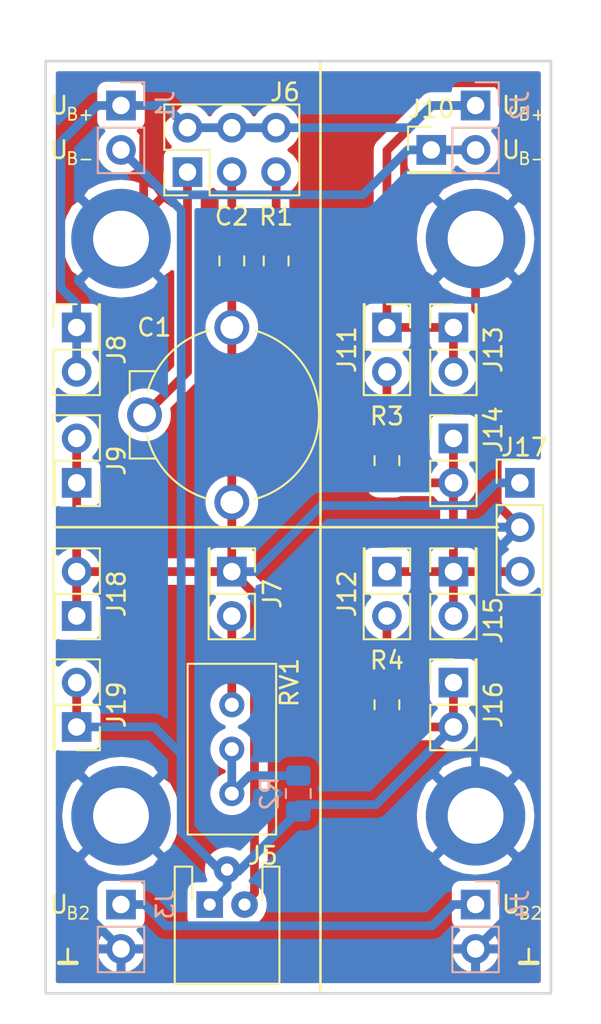
<source format=kicad_pcb>
(kicad_pcb (version 20171130) (host pcbnew "(5.1.0)-1")

  (general
    (thickness 1.6)
    (drawings 6)
    (tracks 104)
    (zones 0)
    (modules 38)
    (nets 14)
  )

  (page A4)
  (layers
    (0 F.Cu signal)
    (31 B.Cu signal)
    (32 B.Adhes user)
    (33 F.Adhes user)
    (34 B.Paste user)
    (35 F.Paste user)
    (36 B.SilkS user)
    (37 F.SilkS user)
    (38 B.Mask user)
    (39 F.Mask user)
    (40 Dwgs.User user)
    (41 Cmts.User user)
    (42 Eco1.User user)
    (43 Eco2.User user)
    (44 Edge.Cuts user)
    (45 Margin user)
    (46 B.CrtYd user)
    (47 F.CrtYd user)
    (48 B.Fab user)
    (49 F.Fab user)
  )

  (setup
    (last_trace_width 0.5)
    (user_trace_width 0.5)
    (trace_clearance 0.2)
    (zone_clearance 0.508)
    (zone_45_only no)
    (trace_min 0.2)
    (via_size 0.8)
    (via_drill 0.4)
    (via_min_size 0.4)
    (via_min_drill 0.3)
    (uvia_size 0.3)
    (uvia_drill 0.1)
    (uvias_allowed no)
    (uvia_min_size 0.2)
    (uvia_min_drill 0.1)
    (edge_width 0.15)
    (segment_width 0.2)
    (pcb_text_width 0.3)
    (pcb_text_size 1.5 1.5)
    (mod_edge_width 0.15)
    (mod_text_size 1 1)
    (mod_text_width 0.15)
    (pad_size 1.524 1.524)
    (pad_drill 0.762)
    (pad_to_mask_clearance 0.051)
    (solder_mask_min_width 0.25)
    (aux_axis_origin 0 0)
    (visible_elements 7FFFFFFF)
    (pcbplotparams
      (layerselection 0x010fc_ffffffff)
      (usegerberextensions false)
      (usegerberattributes false)
      (usegerberadvancedattributes false)
      (creategerberjobfile false)
      (excludeedgelayer true)
      (linewidth 0.100000)
      (plotframeref false)
      (viasonmask false)
      (mode 1)
      (useauxorigin false)
      (hpglpennumber 1)
      (hpglpenspeed 20)
      (hpglpendiameter 15.000000)
      (psnegative false)
      (psa4output false)
      (plotreference true)
      (plotvalue true)
      (plotinvisibletext false)
      (padsonsilk false)
      (subtractmaskfromsilk false)
      (outputformat 1)
      (mirror false)
      (drillshape 1)
      (scaleselection 1)
      (outputdirectory ""))
  )

  (net 0 "")
  (net 1 -15V)
  (net 2 +15V)
  (net 3 GND)
  (net 4 +5V)
  (net 5 "Net-(C1-Pad1)")
  (net 6 "Net-(C1-Pad2)")
  (net 7 "Net-(C2-Pad1)")
  (net 8 "Net-(J7-Pad2)")
  (net 9 "Net-(J11-Pad2)")
  (net 10 "Net-(J12-Pad1)")
  (net 11 "Net-(J12-Pad2)")
  (net 12 "Net-(R2-Pad1)")
  (net 13 "Net-(J6-Pad5)")

  (net_class Default "Dies ist die voreingestellte Netzklasse."
    (clearance 0.2)
    (trace_width 0.5)
    (via_dia 0.8)
    (via_drill 0.4)
    (uvia_dia 0.3)
    (uvia_drill 0.1)
    (add_net +15V)
    (add_net +5V)
    (add_net -15V)
    (add_net GND)
    (add_net "Net-(C1-Pad1)")
    (add_net "Net-(C1-Pad2)")
    (add_net "Net-(C2-Pad1)")
    (add_net "Net-(J11-Pad2)")
    (add_net "Net-(J12-Pad1)")
    (add_net "Net-(J12-Pad2)")
    (add_net "Net-(J6-Pad5)")
    (add_net "Net-(J7-Pad2)")
    (add_net "Net-(R2-Pad1)")
  )

  (module Connector_PinHeader_2.54mm:PinHeader_1x02_P2.54mm_Vertical locked (layer B.Cu) (tedit 5C754175) (tstamp 5C8155FE)
    (at 78.74 91.44 180)
    (descr "Through hole straight pin header, 1x02, 2.54mm pitch, single row")
    (tags "Through hole pin header THT 1x02 2.54mm single row")
    (path /5C753BE3)
    (fp_text reference J1 (at -2.54 0 270) (layer B.SilkS)
      (effects (font (size 1 1) (thickness 0.15)) (justify mirror))
    )
    (fp_text value Conn_01x02_Male (at 0 -4.87 180) (layer B.Fab)
      (effects (font (size 1 1) (thickness 0.15)) (justify mirror))
    )
    (fp_text user %R (at 0 -1.27 90) (layer B.Fab)
      (effects (font (size 1 1) (thickness 0.15)) (justify mirror))
    )
    (fp_line (start 1.8 1.8) (end -1.8 1.8) (layer B.CrtYd) (width 0.05))
    (fp_line (start 1.8 -4.35) (end 1.8 1.8) (layer B.CrtYd) (width 0.05))
    (fp_line (start -1.8 -4.35) (end 1.8 -4.35) (layer B.CrtYd) (width 0.05))
    (fp_line (start -1.8 1.8) (end -1.8 -4.35) (layer B.CrtYd) (width 0.05))
    (fp_line (start -1.33 1.33) (end 0 1.33) (layer B.SilkS) (width 0.12))
    (fp_line (start -1.33 0) (end -1.33 1.33) (layer B.SilkS) (width 0.12))
    (fp_line (start -1.33 -1.27) (end 1.33 -1.27) (layer B.SilkS) (width 0.12))
    (fp_line (start 1.33 -1.27) (end 1.33 -3.87) (layer B.SilkS) (width 0.12))
    (fp_line (start -1.33 -1.27) (end -1.33 -3.87) (layer B.SilkS) (width 0.12))
    (fp_line (start -1.33 -3.87) (end 1.33 -3.87) (layer B.SilkS) (width 0.12))
    (fp_line (start -1.27 0.635) (end -0.635 1.27) (layer B.Fab) (width 0.1))
    (fp_line (start -1.27 -3.81) (end -1.27 0.635) (layer B.Fab) (width 0.1))
    (fp_line (start 1.27 -3.81) (end -1.27 -3.81) (layer B.Fab) (width 0.1))
    (fp_line (start 1.27 1.27) (end 1.27 -3.81) (layer B.Fab) (width 0.1))
    (fp_line (start -0.635 1.27) (end 1.27 1.27) (layer B.Fab) (width 0.1))
    (pad 2 thru_hole oval (at 0 -2.54 180) (size 1.7 1.7) (drill 1) (layers *.Cu *.Mask)
      (net 1 -15V))
    (pad 1 thru_hole rect (at 0 0 180) (size 1.7 1.7) (drill 1) (layers *.Cu *.Mask)
      (net 2 +15V))
    (model ${KISYS3DMOD}/Connector_PinHeader_2.54mm.3dshapes/PinHeader_1x02_P2.54mm_Vertical.wrl
      (at (xyz 0 0 0))
      (scale (xyz 1 1 1))
      (rotate (xyz 0 0 0))
    )
  )

  (module Connector_PinHeader_2.54mm:PinHeader_1x02_P2.54mm_Vertical locked (layer B.Cu) (tedit 59FED5CC) (tstamp 5C81530B)
    (at 99.06 91.44 180)
    (descr "Through hole straight pin header, 1x02, 2.54mm pitch, single row")
    (tags "Through hole pin header THT 1x02 2.54mm single row")
    (path /5C753A3D)
    (fp_text reference J2 (at -2.54 0 270) (layer B.SilkS)
      (effects (font (size 1 1) (thickness 0.15)) (justify mirror))
    )
    (fp_text value Conn_01x02_Male (at 0 -4.87 180) (layer B.Fab)
      (effects (font (size 1 1) (thickness 0.15)) (justify mirror))
    )
    (fp_line (start -0.635 1.27) (end 1.27 1.27) (layer B.Fab) (width 0.1))
    (fp_line (start 1.27 1.27) (end 1.27 -3.81) (layer B.Fab) (width 0.1))
    (fp_line (start 1.27 -3.81) (end -1.27 -3.81) (layer B.Fab) (width 0.1))
    (fp_line (start -1.27 -3.81) (end -1.27 0.635) (layer B.Fab) (width 0.1))
    (fp_line (start -1.27 0.635) (end -0.635 1.27) (layer B.Fab) (width 0.1))
    (fp_line (start -1.33 -3.87) (end 1.33 -3.87) (layer B.SilkS) (width 0.12))
    (fp_line (start -1.33 -1.27) (end -1.33 -3.87) (layer B.SilkS) (width 0.12))
    (fp_line (start 1.33 -1.27) (end 1.33 -3.87) (layer B.SilkS) (width 0.12))
    (fp_line (start -1.33 -1.27) (end 1.33 -1.27) (layer B.SilkS) (width 0.12))
    (fp_line (start -1.33 0) (end -1.33 1.33) (layer B.SilkS) (width 0.12))
    (fp_line (start -1.33 1.33) (end 0 1.33) (layer B.SilkS) (width 0.12))
    (fp_line (start -1.8 1.8) (end -1.8 -4.35) (layer B.CrtYd) (width 0.05))
    (fp_line (start -1.8 -4.35) (end 1.8 -4.35) (layer B.CrtYd) (width 0.05))
    (fp_line (start 1.8 -4.35) (end 1.8 1.8) (layer B.CrtYd) (width 0.05))
    (fp_line (start 1.8 1.8) (end -1.8 1.8) (layer B.CrtYd) (width 0.05))
    (fp_text user %R (at 0 -1.27 90) (layer B.Fab)
      (effects (font (size 1 1) (thickness 0.15)) (justify mirror))
    )
    (pad 1 thru_hole rect (at 0 0 180) (size 1.7 1.7) (drill 1) (layers *.Cu *.Mask)
      (net 2 +15V))
    (pad 2 thru_hole oval (at 0 -2.54 180) (size 1.7 1.7) (drill 1) (layers *.Cu *.Mask)
      (net 1 -15V))
    (model ${KISYS3DMOD}/Connector_PinHeader_2.54mm.3dshapes/PinHeader_1x02_P2.54mm_Vertical.wrl
      (at (xyz 0 0 0))
      (scale (xyz 1 1 1))
      (rotate (xyz 0 0 0))
    )
  )

  (module Connector_PinHeader_2.54mm:PinHeader_1x02_P2.54mm_Vertical locked (layer B.Cu) (tedit 59FED5CC) (tstamp 5C8157B0)
    (at 78.74 137.16 180)
    (descr "Through hole straight pin header, 1x02, 2.54mm pitch, single row")
    (tags "Through hole pin header THT 1x02 2.54mm single row")
    (path /5C753C9E)
    (fp_text reference J3 (at -2.54 0 270) (layer B.SilkS)
      (effects (font (size 1 1) (thickness 0.15)) (justify mirror))
    )
    (fp_text value Conn_01x02_Male (at 0 -4.87 180) (layer B.Fab)
      (effects (font (size 1 1) (thickness 0.15)) (justify mirror))
    )
    (fp_text user %R (at 0 -1.27 90) (layer B.Fab)
      (effects (font (size 1 1) (thickness 0.15)) (justify mirror))
    )
    (fp_line (start 1.8 1.8) (end -1.8 1.8) (layer B.CrtYd) (width 0.05))
    (fp_line (start 1.8 -4.35) (end 1.8 1.8) (layer B.CrtYd) (width 0.05))
    (fp_line (start -1.8 -4.35) (end 1.8 -4.35) (layer B.CrtYd) (width 0.05))
    (fp_line (start -1.8 1.8) (end -1.8 -4.35) (layer B.CrtYd) (width 0.05))
    (fp_line (start -1.33 1.33) (end 0 1.33) (layer B.SilkS) (width 0.12))
    (fp_line (start -1.33 0) (end -1.33 1.33) (layer B.SilkS) (width 0.12))
    (fp_line (start -1.33 -1.27) (end 1.33 -1.27) (layer B.SilkS) (width 0.12))
    (fp_line (start 1.33 -1.27) (end 1.33 -3.87) (layer B.SilkS) (width 0.12))
    (fp_line (start -1.33 -1.27) (end -1.33 -3.87) (layer B.SilkS) (width 0.12))
    (fp_line (start -1.33 -3.87) (end 1.33 -3.87) (layer B.SilkS) (width 0.12))
    (fp_line (start -1.27 0.635) (end -0.635 1.27) (layer B.Fab) (width 0.1))
    (fp_line (start -1.27 -3.81) (end -1.27 0.635) (layer B.Fab) (width 0.1))
    (fp_line (start 1.27 -3.81) (end -1.27 -3.81) (layer B.Fab) (width 0.1))
    (fp_line (start 1.27 1.27) (end 1.27 -3.81) (layer B.Fab) (width 0.1))
    (fp_line (start -0.635 1.27) (end 1.27 1.27) (layer B.Fab) (width 0.1))
    (pad 2 thru_hole oval (at 0 -2.54 180) (size 1.7 1.7) (drill 1) (layers *.Cu *.Mask)
      (net 3 GND))
    (pad 1 thru_hole rect (at 0 0 180) (size 1.7 1.7) (drill 1) (layers *.Cu *.Mask)
      (net 4 +5V))
    (model ${KISYS3DMOD}/Connector_PinHeader_2.54mm.3dshapes/PinHeader_1x02_P2.54mm_Vertical.wrl
      (at (xyz 0 0 0))
      (scale (xyz 1 1 1))
      (rotate (xyz 0 0 0))
    )
  )

  (module Connector_PinHeader_2.54mm:PinHeader_1x02_P2.54mm_Vertical locked (layer B.Cu) (tedit 59FED5CC) (tstamp 5C815337)
    (at 99.06 137.16 180)
    (descr "Through hole straight pin header, 1x02, 2.54mm pitch, single row")
    (tags "Through hole pin header THT 1x02 2.54mm single row")
    (path /5C753D1D)
    (fp_text reference J4 (at -2.54 0 270) (layer B.SilkS)
      (effects (font (size 1 1) (thickness 0.15)) (justify mirror))
    )
    (fp_text value Conn_01x02_Male (at 0 -4.87 180) (layer B.Fab)
      (effects (font (size 1 1) (thickness 0.15)) (justify mirror))
    )
    (fp_line (start -0.635 1.27) (end 1.27 1.27) (layer B.Fab) (width 0.1))
    (fp_line (start 1.27 1.27) (end 1.27 -3.81) (layer B.Fab) (width 0.1))
    (fp_line (start 1.27 -3.81) (end -1.27 -3.81) (layer B.Fab) (width 0.1))
    (fp_line (start -1.27 -3.81) (end -1.27 0.635) (layer B.Fab) (width 0.1))
    (fp_line (start -1.27 0.635) (end -0.635 1.27) (layer B.Fab) (width 0.1))
    (fp_line (start -1.33 -3.87) (end 1.33 -3.87) (layer B.SilkS) (width 0.12))
    (fp_line (start -1.33 -1.27) (end -1.33 -3.87) (layer B.SilkS) (width 0.12))
    (fp_line (start 1.33 -1.27) (end 1.33 -3.87) (layer B.SilkS) (width 0.12))
    (fp_line (start -1.33 -1.27) (end 1.33 -1.27) (layer B.SilkS) (width 0.12))
    (fp_line (start -1.33 0) (end -1.33 1.33) (layer B.SilkS) (width 0.12))
    (fp_line (start -1.33 1.33) (end 0 1.33) (layer B.SilkS) (width 0.12))
    (fp_line (start -1.8 1.8) (end -1.8 -4.35) (layer B.CrtYd) (width 0.05))
    (fp_line (start -1.8 -4.35) (end 1.8 -4.35) (layer B.CrtYd) (width 0.05))
    (fp_line (start 1.8 -4.35) (end 1.8 1.8) (layer B.CrtYd) (width 0.05))
    (fp_line (start 1.8 1.8) (end -1.8 1.8) (layer B.CrtYd) (width 0.05))
    (fp_text user %R (at 0 -1.27 90) (layer B.Fab)
      (effects (font (size 1 1) (thickness 0.15)) (justify mirror))
    )
    (pad 1 thru_hole rect (at 0 0 180) (size 1.7 1.7) (drill 1) (layers *.Cu *.Mask)
      (net 4 +5V))
    (pad 2 thru_hole oval (at 0 -2.54 180) (size 1.7 1.7) (drill 1) (layers *.Cu *.Mask)
      (net 3 GND))
    (model ${KISYS3DMOD}/Connector_PinHeader_2.54mm.3dshapes/PinHeader_1x02_P2.54mm_Vertical.wrl
      (at (xyz 0 0 0))
      (scale (xyz 1 1 1))
      (rotate (xyz 0 0 0))
    )
  )

  (module Capacitor_THT-emt:C_Trimmer_Vishay_D10mm_Vertical_HolePattern5mmx10mm (layer F.Cu) (tedit 5CC1D132) (tstamp 5CC21E89)
    (at 85.09 104.14 270)
    (descr http://www.vishay.com/docs/28528/bfc2808-10mm.pdf)
    (tags "Capacitor Trimmer")
    (path /5CB4A30B)
    (fp_text reference C1 (at 0 4.445) (layer F.SilkS)
      (effects (font (size 1 1) (thickness 0.15)))
    )
    (fp_text value C_Variable (at 5 -6 270) (layer F.Fab)
      (effects (font (size 1 1) (thickness 0.15)))
    )
    (fp_arc (start 5 0) (end 5 -5) (angle -73.73979529) (layer F.SilkS) (width 0.12))
    (fp_arc (start 5 0) (end 5 -5) (angle 74.84593195) (layer F.SilkS) (width 0.12))
    (fp_arc (start 5 0) (end 9.8 1.4) (angle 60.00000501) (layer F.SilkS) (width 0.12))
    (fp_arc (start 5 0) (end 3.600001 4.8) (angle 58.75530522) (layer F.SilkS) (width 0.12))
    (fp_circle (center 5 0) (end 10 0) (layer F.Fab) (width 0.1))
    (fp_text user %R (at 5 0 270) (layer F.Fab)
      (effects (font (size 1 1) (thickness 0.15)))
    )
    (fp_line (start -1.25 -5.25) (end 11.25 -5.25) (layer F.CrtYd) (width 0.05))
    (fp_line (start 11.25 -5.25) (end 11.25 6.25) (layer F.CrtYd) (width 0.05))
    (fp_line (start 11.25 6.25) (end -1.25 6.25) (layer F.CrtYd) (width 0.05))
    (fp_line (start -1.25 6.25) (end -1.25 -5.25) (layer F.CrtYd) (width 0.05))
    (fp_line (start 2.5 5.85) (end 4 5.85) (layer F.SilkS) (width 0.12))
    (fp_line (start 2.5 5.85) (end 2.5 4.35) (layer F.SilkS) (width 0.12))
    (fp_line (start 7.5 5.85) (end 7.5 4.35) (layer F.SilkS) (width 0.12))
    (fp_line (start 2.5 5.85) (end 2.5 4.35) (layer F.Fab) (width 0.1))
    (fp_line (start 2.5 5.85) (end 7.5 5.85) (layer F.Fab) (width 0.1))
    (fp_line (start 7.5 5.85) (end 7.5 4.35) (layer F.Fab) (width 0.1))
    (fp_line (start 6 5.85) (end 7.5 5.85) (layer F.SilkS) (width 0.12))
    (pad 1 thru_hole circle (at 0 0 270) (size 2 2) (drill 1.3) (layers *.Cu *.Mask)
      (net 5 "Net-(C1-Pad1)"))
    (pad 1 thru_hole circle (at 10 0 270) (size 2 2) (drill 1.3) (layers *.Cu *.Mask)
      (net 5 "Net-(C1-Pad1)"))
    (pad 2 thru_hole circle (at 5 5 270) (size 2 2) (drill 1.3) (layers *.Cu *.Mask)
      (net 6 "Net-(C1-Pad2)"))
    (model ${KICAD_3DMOD_EMT}/Capacitor_THT-emt.3dshapes/C_Trimmer_Vishay_D10mm_Vertical_HolePattern5mmx10mm.wrl
      (at (xyz 0 0 0))
      (scale (xyz 1 1 1))
      (rotate (xyz 0 0 0))
    )
  )

  (module Capacitor_SMD:C_0805_2012Metric_Pad1.15x1.40mm_HandSolder (layer F.Cu) (tedit 5B36C52B) (tstamp 5CC23492)
    (at 85.09 100.33 270)
    (descr "Capacitor SMD 0805 (2012 Metric), square (rectangular) end terminal, IPC_7351 nominal with elongated pad for handsoldering. (Body size source: https://docs.google.com/spreadsheets/d/1BsfQQcO9C6DZCsRaXUlFlo91Tg2WpOkGARC1WS5S8t0/edit?usp=sharing), generated with kicad-footprint-generator")
    (tags "capacitor handsolder")
    (path /5CB4A939)
    (attr smd)
    (fp_text reference C2 (at -2.54 0) (layer F.SilkS)
      (effects (font (size 1 1) (thickness 0.15)))
    )
    (fp_text value C (at 0 1.65 270) (layer F.Fab)
      (effects (font (size 1 1) (thickness 0.15)))
    )
    (fp_line (start -1 0.6) (end -1 -0.6) (layer F.Fab) (width 0.1))
    (fp_line (start -1 -0.6) (end 1 -0.6) (layer F.Fab) (width 0.1))
    (fp_line (start 1 -0.6) (end 1 0.6) (layer F.Fab) (width 0.1))
    (fp_line (start 1 0.6) (end -1 0.6) (layer F.Fab) (width 0.1))
    (fp_line (start -0.261252 -0.71) (end 0.261252 -0.71) (layer F.SilkS) (width 0.12))
    (fp_line (start -0.261252 0.71) (end 0.261252 0.71) (layer F.SilkS) (width 0.12))
    (fp_line (start -1.85 0.95) (end -1.85 -0.95) (layer F.CrtYd) (width 0.05))
    (fp_line (start -1.85 -0.95) (end 1.85 -0.95) (layer F.CrtYd) (width 0.05))
    (fp_line (start 1.85 -0.95) (end 1.85 0.95) (layer F.CrtYd) (width 0.05))
    (fp_line (start 1.85 0.95) (end -1.85 0.95) (layer F.CrtYd) (width 0.05))
    (fp_text user %R (at 0 0 270) (layer F.Fab)
      (effects (font (size 0.5 0.5) (thickness 0.08)))
    )
    (pad 1 smd roundrect (at -1.025 0 270) (size 1.15 1.4) (layers F.Cu F.Paste F.Mask) (roundrect_rratio 0.217391)
      (net 7 "Net-(C2-Pad1)"))
    (pad 2 smd roundrect (at 1.025 0 270) (size 1.15 1.4) (layers F.Cu F.Paste F.Mask) (roundrect_rratio 0.217391)
      (net 5 "Net-(C1-Pad1)"))
    (model ${KISYS3DMOD}/Capacitor_SMD.3dshapes/C_0805_2012Metric.wrl
      (at (xyz 0 0 0))
      (scale (xyz 1 1 1))
      (rotate (xyz 0 0 0))
    )
  )

  (module Connector_Molex-emt:Molex_Easy-On_528070310_1x03_P1.0mm_Horizontal (layer F.Cu) (tedit 5C87A9DB) (tstamp 5CC21EB5)
    (at 83.82 137.16)
    (descr https://www.molex.com/pdm_docs/sd/528070310_sd.pdf)
    (tags "Molex Easy-On FPC FCC Connector P1.0mm")
    (path /5CB4A834)
    (fp_text reference J5 (at 3.048 -2.794) (layer F.SilkS)
      (effects (font (size 1 1) (thickness 0.15)))
    )
    (fp_text value Conn_01x03 (at 1 6) (layer F.Fab)
      (effects (font (size 1 1) (thickness 0.15)))
    )
    (fp_line (start -2 4.53) (end 4 4.53) (layer F.SilkS) (width 0.12))
    (fp_line (start 4 4.53) (end 4 -2.17) (layer F.Fab) (width 0.1))
    (fp_line (start -2 4.53) (end -2 -2.17) (layer F.Fab) (width 0.1))
    (fp_line (start 3.025 -2.17) (end 4 -2.17) (layer F.SilkS) (width 0.12))
    (fp_line (start -2 -2.17) (end -1.025 -2.17) (layer F.Fab) (width 0.1))
    (fp_line (start 3.025 -2.17) (end 3.025 -0.27) (layer F.SilkS) (width 0.12))
    (fp_line (start -1 -2.17) (end -1 -0.27) (layer F.Fab) (width 0.1))
    (fp_line (start 3 -0.27) (end -1 -0.27) (layer F.Fab) (width 0.1))
    (fp_line (start -2 4.53) (end -2 -2.17) (layer F.SilkS) (width 0.12))
    (fp_line (start 4 4.53) (end 4 -2.17) (layer F.SilkS) (width 0.12))
    (fp_line (start -2 4.53) (end 4 4.53) (layer F.Fab) (width 0.1))
    (fp_line (start 3.025 -2.17) (end 4 -2.17) (layer F.Fab) (width 0.1))
    (fp_line (start -2 -2.17) (end -1.025 -2.17) (layer F.SilkS) (width 0.12))
    (fp_line (start -1 -2.17) (end -1 -0.27) (layer F.SilkS) (width 0.12))
    (fp_line (start 3.025 -2.17) (end 3.025 -0.27) (layer F.Fab) (width 0.1))
    (fp_text user %R (at 1 2) (layer F.Fab)
      (effects (font (size 1 1) (thickness 0.15)))
    )
    (fp_line (start -2.5 5.03) (end -2.5 -3.27) (layer F.CrtYd) (width 0.05))
    (fp_line (start 4.5 5.03) (end 4.5 -3.27) (layer F.CrtYd) (width 0.05))
    (fp_line (start 4.5 -3.27) (end -2.5 -3.27) (layer F.CrtYd) (width 0.05))
    (fp_line (start 4.5 5.03) (end -2.5 5.03) (layer F.CrtYd) (width 0.05))
    (pad 1 thru_hole rect (at 0 0) (size 1.524 1.524) (drill 0.7) (layers *.Cu *.Mask)
      (net 1 -15V))
    (pad 2 thru_hole circle (at 1 -2) (size 1.524 1.524) (drill 0.7) (layers *.Cu *.Mask)
      (net 1 -15V))
    (pad 3 thru_hole circle (at 2 0) (size 1.524 1.524) (drill 0.7) (layers *.Cu *.Mask)
      (net 5 "Net-(C1-Pad1)"))
    (model ${KICAD_3DMOD_EMT}/Connector_Molex-emt.3dshapes/Molex_Easy-On_528070310_1x03_P1.0mm_Horizontal.wrl
      (at (xyz 0 0 0))
      (scale (xyz 1 1 1))
      (rotate (xyz 0 0 0))
    )
  )

  (module Connector_PinHeader_2.54mm:PinHeader_2x03_P2.54mm_Vertical (layer F.Cu) (tedit 59FED5CC) (tstamp 5CC23231)
    (at 82.55 95.25 90)
    (descr "Through hole straight pin header, 2x03, 2.54mm pitch, double rows")
    (tags "Through hole pin header THT 2x03 2.54mm double row")
    (path /5CC3C4A8)
    (fp_text reference J6 (at 4.572 5.588 180) (layer F.SilkS)
      (effects (font (size 1 1) (thickness 0.15)))
    )
    (fp_text value Conn_02x03_Odd_Even (at 1.27 7.41 90) (layer F.Fab)
      (effects (font (size 1 1) (thickness 0.15)))
    )
    (fp_line (start 0 -1.27) (end 3.81 -1.27) (layer F.Fab) (width 0.1))
    (fp_line (start 3.81 -1.27) (end 3.81 6.35) (layer F.Fab) (width 0.1))
    (fp_line (start 3.81 6.35) (end -1.27 6.35) (layer F.Fab) (width 0.1))
    (fp_line (start -1.27 6.35) (end -1.27 0) (layer F.Fab) (width 0.1))
    (fp_line (start -1.27 0) (end 0 -1.27) (layer F.Fab) (width 0.1))
    (fp_line (start -1.33 6.41) (end 3.87 6.41) (layer F.SilkS) (width 0.12))
    (fp_line (start -1.33 1.27) (end -1.33 6.41) (layer F.SilkS) (width 0.12))
    (fp_line (start 3.87 -1.33) (end 3.87 6.41) (layer F.SilkS) (width 0.12))
    (fp_line (start -1.33 1.27) (end 1.27 1.27) (layer F.SilkS) (width 0.12))
    (fp_line (start 1.27 1.27) (end 1.27 -1.33) (layer F.SilkS) (width 0.12))
    (fp_line (start 1.27 -1.33) (end 3.87 -1.33) (layer F.SilkS) (width 0.12))
    (fp_line (start -1.33 0) (end -1.33 -1.33) (layer F.SilkS) (width 0.12))
    (fp_line (start -1.33 -1.33) (end 0 -1.33) (layer F.SilkS) (width 0.12))
    (fp_line (start -1.8 -1.8) (end -1.8 6.85) (layer F.CrtYd) (width 0.05))
    (fp_line (start -1.8 6.85) (end 4.35 6.85) (layer F.CrtYd) (width 0.05))
    (fp_line (start 4.35 6.85) (end 4.35 -1.8) (layer F.CrtYd) (width 0.05))
    (fp_line (start 4.35 -1.8) (end -1.8 -1.8) (layer F.CrtYd) (width 0.05))
    (fp_text user %R (at 1.27 2.54 180) (layer F.Fab)
      (effects (font (size 1 1) (thickness 0.15)))
    )
    (pad 1 thru_hole rect (at 0 0 90) (size 1.7 1.7) (drill 1) (layers *.Cu *.Mask)
      (net 6 "Net-(C1-Pad2)"))
    (pad 2 thru_hole oval (at 2.54 0 90) (size 1.7 1.7) (drill 1) (layers *.Cu *.Mask)
      (net 2 +15V))
    (pad 3 thru_hole oval (at 0 2.54 90) (size 1.7 1.7) (drill 1) (layers *.Cu *.Mask)
      (net 7 "Net-(C2-Pad1)"))
    (pad 4 thru_hole oval (at 2.54 2.54 90) (size 1.7 1.7) (drill 1) (layers *.Cu *.Mask)
      (net 2 +15V))
    (pad 5 thru_hole oval (at 0 5.08 90) (size 1.7 1.7) (drill 1) (layers *.Cu *.Mask)
      (net 13 "Net-(J6-Pad5)"))
    (pad 6 thru_hole oval (at 2.54 5.08 90) (size 1.7 1.7) (drill 1) (layers *.Cu *.Mask)
      (net 2 +15V))
    (model ${KISYS3DMOD}/Connector_PinHeader_2.54mm.3dshapes/PinHeader_2x03_P2.54mm_Vertical.wrl
      (at (xyz 0 0 0))
      (scale (xyz 1 1 1))
      (rotate (xyz 0 0 0))
    )
  )

  (module Connector_PinHeader_2.54mm:PinHeader_2x01_P2.54mm_Vertical (layer F.Cu) (tedit 59FED5CC) (tstamp 5CC21EE9)
    (at 85.09 118.11 270)
    (descr "Through hole straight pin header, 2x01, 2.54mm pitch, double rows")
    (tags "Through hole pin header THT 2x01 2.54mm double row")
    (path /5CC269B0)
    (fp_text reference J7 (at 1.27 -2.33 270) (layer F.SilkS)
      (effects (font (size 1 1) (thickness 0.15)))
    )
    (fp_text value Conn_02x01 (at 1.27 2.33 270) (layer F.Fab)
      (effects (font (size 1 1) (thickness 0.15)))
    )
    (fp_line (start 0 -1.27) (end 3.81 -1.27) (layer F.Fab) (width 0.1))
    (fp_line (start 3.81 -1.27) (end 3.81 1.27) (layer F.Fab) (width 0.1))
    (fp_line (start 3.81 1.27) (end -1.27 1.27) (layer F.Fab) (width 0.1))
    (fp_line (start -1.27 1.27) (end -1.27 0) (layer F.Fab) (width 0.1))
    (fp_line (start -1.27 0) (end 0 -1.27) (layer F.Fab) (width 0.1))
    (fp_line (start -1.33 1.33) (end 3.87 1.33) (layer F.SilkS) (width 0.12))
    (fp_line (start -1.33 1.27) (end -1.33 1.33) (layer F.SilkS) (width 0.12))
    (fp_line (start 3.87 -1.33) (end 3.87 1.33) (layer F.SilkS) (width 0.12))
    (fp_line (start -1.33 1.27) (end 1.27 1.27) (layer F.SilkS) (width 0.12))
    (fp_line (start 1.27 1.27) (end 1.27 -1.33) (layer F.SilkS) (width 0.12))
    (fp_line (start 1.27 -1.33) (end 3.87 -1.33) (layer F.SilkS) (width 0.12))
    (fp_line (start -1.33 0) (end -1.33 -1.33) (layer F.SilkS) (width 0.12))
    (fp_line (start -1.33 -1.33) (end 0 -1.33) (layer F.SilkS) (width 0.12))
    (fp_line (start -1.8 -1.8) (end -1.8 1.8) (layer F.CrtYd) (width 0.05))
    (fp_line (start -1.8 1.8) (end 4.35 1.8) (layer F.CrtYd) (width 0.05))
    (fp_line (start 4.35 1.8) (end 4.35 -1.8) (layer F.CrtYd) (width 0.05))
    (fp_line (start 4.35 -1.8) (end -1.8 -1.8) (layer F.CrtYd) (width 0.05))
    (fp_text user %R (at 1.27 0) (layer F.Fab)
      (effects (font (size 1 1) (thickness 0.15)))
    )
    (pad 1 thru_hole rect (at 0 0 270) (size 1.7 1.7) (drill 1) (layers *.Cu *.Mask)
      (net 5 "Net-(C1-Pad1)"))
    (pad 2 thru_hole oval (at 2.54 0 270) (size 1.7 1.7) (drill 1) (layers *.Cu *.Mask)
      (net 8 "Net-(J7-Pad2)"))
    (model ${KISYS3DMOD}/Connector_PinHeader_2.54mm.3dshapes/PinHeader_2x01_P2.54mm_Vertical.wrl
      (at (xyz 0 0 0))
      (scale (xyz 1 1 1))
      (rotate (xyz 0 0 0))
    )
  )

  (module Connector_PinSocket_2.54mm:PinSocket_2x01_P2.54mm_Vertical (layer F.Cu) (tedit 5A19A420) (tstamp 5CC233DF)
    (at 76.2 104.14 90)
    (descr "Through hole straight socket strip, 2x01, 2.54mm pitch, double cols (from Kicad 4.0.7), script generated")
    (tags "Through hole socket strip THT 2x01 2.54mm double row")
    (path /5CB4A9D0)
    (fp_text reference J8 (at -1.27 2.286 270) (layer F.SilkS)
      (effects (font (size 1 1) (thickness 0.15)))
    )
    (fp_text value Conn_01x02 (at -1.27 2.77 90) (layer F.Fab)
      (effects (font (size 1 1) (thickness 0.15)))
    )
    (fp_line (start -3.81 -1.27) (end 0.635 -1.27) (layer F.Fab) (width 0.1))
    (fp_line (start 0.635 -1.27) (end 1.27 -0.635) (layer F.Fab) (width 0.1))
    (fp_line (start 1.27 -0.635) (end 1.27 1.27) (layer F.Fab) (width 0.1))
    (fp_line (start 1.27 1.27) (end -3.81 1.27) (layer F.Fab) (width 0.1))
    (fp_line (start -3.81 1.27) (end -3.81 -1.27) (layer F.Fab) (width 0.1))
    (fp_line (start -3.87 -1.33) (end -1.27 -1.33) (layer F.SilkS) (width 0.12))
    (fp_line (start -3.87 -1.33) (end -3.87 1.33) (layer F.SilkS) (width 0.12))
    (fp_line (start -3.87 1.33) (end 1.33 1.33) (layer F.SilkS) (width 0.12))
    (fp_line (start 1.33 1.27) (end 1.33 1.33) (layer F.SilkS) (width 0.12))
    (fp_line (start -1.27 1.27) (end 1.33 1.27) (layer F.SilkS) (width 0.12))
    (fp_line (start -1.27 -1.33) (end -1.27 1.27) (layer F.SilkS) (width 0.12))
    (fp_line (start 1.33 -1.33) (end 1.33 0) (layer F.SilkS) (width 0.12))
    (fp_line (start 0 -1.33) (end 1.33 -1.33) (layer F.SilkS) (width 0.12))
    (fp_line (start -4.34 -1.8) (end 1.76 -1.8) (layer F.CrtYd) (width 0.05))
    (fp_line (start 1.76 -1.8) (end 1.76 1.75) (layer F.CrtYd) (width 0.05))
    (fp_line (start 1.76 1.75) (end -4.34 1.75) (layer F.CrtYd) (width 0.05))
    (fp_line (start -4.34 1.75) (end -4.34 -1.8) (layer F.CrtYd) (width 0.05))
    (fp_text user %R (at -1.27 0 90) (layer F.Fab)
      (effects (font (size 1 1) (thickness 0.15)))
    )
    (pad 1 thru_hole rect (at 0 0 90) (size 1.7 1.7) (drill 1) (layers *.Cu *.Mask)
      (net 2 +15V))
    (pad 2 thru_hole oval (at -2.54 0 90) (size 1.7 1.7) (drill 1) (layers *.Cu *.Mask)
      (net 2 +15V))
    (model ${KISYS3DMOD}/Connector_PinSocket_2.54mm.3dshapes/PinSocket_2x01_P2.54mm_Vertical.wrl
      (at (xyz 0 0 0))
      (scale (xyz 1 1 1))
      (rotate (xyz 0 0 0))
    )
  )

  (module Connector_PinSocket_2.54mm:PinSocket_2x01_P2.54mm_Vertical (layer F.Cu) (tedit 5A19A420) (tstamp 5CC23424)
    (at 76.2 113.03 270)
    (descr "Through hole straight socket strip, 2x01, 2.54mm pitch, double cols (from Kicad 4.0.7), script generated")
    (tags "Through hole socket strip THT 2x01 2.54mm double row")
    (path /5CB4AA40)
    (fp_text reference J9 (at -1.27 -2.286 90) (layer F.SilkS)
      (effects (font (size 1 1) (thickness 0.15)))
    )
    (fp_text value Conn_01x02 (at -1.27 2.77 270) (layer F.Fab)
      (effects (font (size 1 1) (thickness 0.15)))
    )
    (fp_text user %R (at -1.27 0 270) (layer F.Fab)
      (effects (font (size 1 1) (thickness 0.15)))
    )
    (fp_line (start -4.34 1.75) (end -4.34 -1.8) (layer F.CrtYd) (width 0.05))
    (fp_line (start 1.76 1.75) (end -4.34 1.75) (layer F.CrtYd) (width 0.05))
    (fp_line (start 1.76 -1.8) (end 1.76 1.75) (layer F.CrtYd) (width 0.05))
    (fp_line (start -4.34 -1.8) (end 1.76 -1.8) (layer F.CrtYd) (width 0.05))
    (fp_line (start 0 -1.33) (end 1.33 -1.33) (layer F.SilkS) (width 0.12))
    (fp_line (start 1.33 -1.33) (end 1.33 0) (layer F.SilkS) (width 0.12))
    (fp_line (start -1.27 -1.33) (end -1.27 1.27) (layer F.SilkS) (width 0.12))
    (fp_line (start -1.27 1.27) (end 1.33 1.27) (layer F.SilkS) (width 0.12))
    (fp_line (start 1.33 1.27) (end 1.33 1.33) (layer F.SilkS) (width 0.12))
    (fp_line (start -3.87 1.33) (end 1.33 1.33) (layer F.SilkS) (width 0.12))
    (fp_line (start -3.87 -1.33) (end -3.87 1.33) (layer F.SilkS) (width 0.12))
    (fp_line (start -3.87 -1.33) (end -1.27 -1.33) (layer F.SilkS) (width 0.12))
    (fp_line (start -3.81 1.27) (end -3.81 -1.27) (layer F.Fab) (width 0.1))
    (fp_line (start 1.27 1.27) (end -3.81 1.27) (layer F.Fab) (width 0.1))
    (fp_line (start 1.27 -0.635) (end 1.27 1.27) (layer F.Fab) (width 0.1))
    (fp_line (start 0.635 -1.27) (end 1.27 -0.635) (layer F.Fab) (width 0.1))
    (fp_line (start -3.81 -1.27) (end 0.635 -1.27) (layer F.Fab) (width 0.1))
    (pad 2 thru_hole oval (at -2.54 0 270) (size 1.7 1.7) (drill 1) (layers *.Cu *.Mask)
      (net 5 "Net-(C1-Pad1)"))
    (pad 1 thru_hole rect (at 0 0 270) (size 1.7 1.7) (drill 1) (layers *.Cu *.Mask)
      (net 5 "Net-(C1-Pad1)"))
    (model ${KISYS3DMOD}/Connector_PinSocket_2.54mm.3dshapes/PinSocket_2x01_P2.54mm_Vertical.wrl
      (at (xyz 0 0 0))
      (scale (xyz 1 1 1))
      (rotate (xyz 0 0 0))
    )
  )

  (module Connector_PinHeader_2.54mm:PinHeader_1x01_P2.54mm_Vertical (layer F.Cu) (tedit 59FED5CC) (tstamp 5CC21F2E)
    (at 96.52 93.98)
    (descr "Through hole straight pin header, 1x01, 2.54mm pitch, single row")
    (tags "Through hole pin header THT 1x01 2.54mm single row")
    (path /5CC0CCD3)
    (fp_text reference J10 (at 0 -2.33) (layer F.SilkS)
      (effects (font (size 1 1) (thickness 0.15)))
    )
    (fp_text value Conn_01x01 (at 0 2.33) (layer F.Fab)
      (effects (font (size 1 1) (thickness 0.15)))
    )
    (fp_line (start -0.635 -1.27) (end 1.27 -1.27) (layer F.Fab) (width 0.1))
    (fp_line (start 1.27 -1.27) (end 1.27 1.27) (layer F.Fab) (width 0.1))
    (fp_line (start 1.27 1.27) (end -1.27 1.27) (layer F.Fab) (width 0.1))
    (fp_line (start -1.27 1.27) (end -1.27 -0.635) (layer F.Fab) (width 0.1))
    (fp_line (start -1.27 -0.635) (end -0.635 -1.27) (layer F.Fab) (width 0.1))
    (fp_line (start -1.33 1.33) (end 1.33 1.33) (layer F.SilkS) (width 0.12))
    (fp_line (start -1.33 1.27) (end -1.33 1.33) (layer F.SilkS) (width 0.12))
    (fp_line (start 1.33 1.27) (end 1.33 1.33) (layer F.SilkS) (width 0.12))
    (fp_line (start -1.33 1.27) (end 1.33 1.27) (layer F.SilkS) (width 0.12))
    (fp_line (start -1.33 0) (end -1.33 -1.33) (layer F.SilkS) (width 0.12))
    (fp_line (start -1.33 -1.33) (end 0 -1.33) (layer F.SilkS) (width 0.12))
    (fp_line (start -1.8 -1.8) (end -1.8 1.8) (layer F.CrtYd) (width 0.05))
    (fp_line (start -1.8 1.8) (end 1.8 1.8) (layer F.CrtYd) (width 0.05))
    (fp_line (start 1.8 1.8) (end 1.8 -1.8) (layer F.CrtYd) (width 0.05))
    (fp_line (start 1.8 -1.8) (end -1.8 -1.8) (layer F.CrtYd) (width 0.05))
    (fp_text user %R (at 0 0 90) (layer F.Fab)
      (effects (font (size 1 1) (thickness 0.15)))
    )
    (pad 1 thru_hole rect (at 0 0) (size 1.7 1.7) (drill 1) (layers *.Cu *.Mask)
      (net 1 -15V))
    (model ${KISYS3DMOD}/Connector_PinHeader_2.54mm.3dshapes/PinHeader_1x01_P2.54mm_Vertical.wrl
      (at (xyz 0 0 0))
      (scale (xyz 1 1 1))
      (rotate (xyz 0 0 0))
    )
  )

  (module Connector_PinHeader_2.54mm:PinHeader_2x01_P2.54mm_Vertical (layer F.Cu) (tedit 59FED5CC) (tstamp 5CC21F46)
    (at 93.98 104.14 270)
    (descr "Through hole straight pin header, 2x01, 2.54mm pitch, double rows")
    (tags "Through hole pin header THT 2x01 2.54mm double row")
    (path /5CC423CE)
    (fp_text reference J11 (at 1.27 2.286 270) (layer F.SilkS)
      (effects (font (size 1 1) (thickness 0.15)))
    )
    (fp_text value Conn_02x01 (at 1.27 2.33 270) (layer F.Fab)
      (effects (font (size 1 1) (thickness 0.15)))
    )
    (fp_text user %R (at 1.27 0) (layer F.Fab)
      (effects (font (size 1 1) (thickness 0.15)))
    )
    (fp_line (start 4.35 -1.8) (end -1.8 -1.8) (layer F.CrtYd) (width 0.05))
    (fp_line (start 4.35 1.8) (end 4.35 -1.8) (layer F.CrtYd) (width 0.05))
    (fp_line (start -1.8 1.8) (end 4.35 1.8) (layer F.CrtYd) (width 0.05))
    (fp_line (start -1.8 -1.8) (end -1.8 1.8) (layer F.CrtYd) (width 0.05))
    (fp_line (start -1.33 -1.33) (end 0 -1.33) (layer F.SilkS) (width 0.12))
    (fp_line (start -1.33 0) (end -1.33 -1.33) (layer F.SilkS) (width 0.12))
    (fp_line (start 1.27 -1.33) (end 3.87 -1.33) (layer F.SilkS) (width 0.12))
    (fp_line (start 1.27 1.27) (end 1.27 -1.33) (layer F.SilkS) (width 0.12))
    (fp_line (start -1.33 1.27) (end 1.27 1.27) (layer F.SilkS) (width 0.12))
    (fp_line (start 3.87 -1.33) (end 3.87 1.33) (layer F.SilkS) (width 0.12))
    (fp_line (start -1.33 1.27) (end -1.33 1.33) (layer F.SilkS) (width 0.12))
    (fp_line (start -1.33 1.33) (end 3.87 1.33) (layer F.SilkS) (width 0.12))
    (fp_line (start -1.27 0) (end 0 -1.27) (layer F.Fab) (width 0.1))
    (fp_line (start -1.27 1.27) (end -1.27 0) (layer F.Fab) (width 0.1))
    (fp_line (start 3.81 1.27) (end -1.27 1.27) (layer F.Fab) (width 0.1))
    (fp_line (start 3.81 -1.27) (end 3.81 1.27) (layer F.Fab) (width 0.1))
    (fp_line (start 0 -1.27) (end 3.81 -1.27) (layer F.Fab) (width 0.1))
    (pad 2 thru_hole oval (at 2.54 0 270) (size 1.7 1.7) (drill 1) (layers *.Cu *.Mask)
      (net 9 "Net-(J11-Pad2)"))
    (pad 1 thru_hole rect (at 0 0 270) (size 1.7 1.7) (drill 1) (layers *.Cu *.Mask)
      (net 2 +15V))
    (model ${KISYS3DMOD}/Connector_PinHeader_2.54mm.3dshapes/PinHeader_2x01_P2.54mm_Vertical.wrl
      (at (xyz 0 0 0))
      (scale (xyz 1 1 1))
      (rotate (xyz 0 0 0))
    )
  )

  (module Connector_PinHeader_2.54mm:PinHeader_2x01_P2.54mm_Vertical (layer F.Cu) (tedit 59FED5CC) (tstamp 5CC21F5E)
    (at 93.98 118.11 270)
    (descr "Through hole straight pin header, 2x01, 2.54mm pitch, double rows")
    (tags "Through hole pin header THT 2x01 2.54mm double row")
    (path /5CC45458)
    (fp_text reference J12 (at 1.27 2.286 270) (layer F.SilkS)
      (effects (font (size 1 1) (thickness 0.15)))
    )
    (fp_text value Conn_02x01 (at 1.27 2.33 270) (layer F.Fab)
      (effects (font (size 1 1) (thickness 0.15)))
    )
    (fp_line (start 0 -1.27) (end 3.81 -1.27) (layer F.Fab) (width 0.1))
    (fp_line (start 3.81 -1.27) (end 3.81 1.27) (layer F.Fab) (width 0.1))
    (fp_line (start 3.81 1.27) (end -1.27 1.27) (layer F.Fab) (width 0.1))
    (fp_line (start -1.27 1.27) (end -1.27 0) (layer F.Fab) (width 0.1))
    (fp_line (start -1.27 0) (end 0 -1.27) (layer F.Fab) (width 0.1))
    (fp_line (start -1.33 1.33) (end 3.87 1.33) (layer F.SilkS) (width 0.12))
    (fp_line (start -1.33 1.27) (end -1.33 1.33) (layer F.SilkS) (width 0.12))
    (fp_line (start 3.87 -1.33) (end 3.87 1.33) (layer F.SilkS) (width 0.12))
    (fp_line (start -1.33 1.27) (end 1.27 1.27) (layer F.SilkS) (width 0.12))
    (fp_line (start 1.27 1.27) (end 1.27 -1.33) (layer F.SilkS) (width 0.12))
    (fp_line (start 1.27 -1.33) (end 3.87 -1.33) (layer F.SilkS) (width 0.12))
    (fp_line (start -1.33 0) (end -1.33 -1.33) (layer F.SilkS) (width 0.12))
    (fp_line (start -1.33 -1.33) (end 0 -1.33) (layer F.SilkS) (width 0.12))
    (fp_line (start -1.8 -1.8) (end -1.8 1.8) (layer F.CrtYd) (width 0.05))
    (fp_line (start -1.8 1.8) (end 4.35 1.8) (layer F.CrtYd) (width 0.05))
    (fp_line (start 4.35 1.8) (end 4.35 -1.8) (layer F.CrtYd) (width 0.05))
    (fp_line (start 4.35 -1.8) (end -1.8 -1.8) (layer F.CrtYd) (width 0.05))
    (fp_text user %R (at 1.27 0) (layer F.Fab)
      (effects (font (size 1 1) (thickness 0.15)))
    )
    (pad 1 thru_hole rect (at 0 0 270) (size 1.7 1.7) (drill 1) (layers *.Cu *.Mask)
      (net 10 "Net-(J12-Pad1)"))
    (pad 2 thru_hole oval (at 2.54 0 270) (size 1.7 1.7) (drill 1) (layers *.Cu *.Mask)
      (net 11 "Net-(J12-Pad2)"))
    (model ${KISYS3DMOD}/Connector_PinHeader_2.54mm.3dshapes/PinHeader_2x01_P2.54mm_Vertical.wrl
      (at (xyz 0 0 0))
      (scale (xyz 1 1 1))
      (rotate (xyz 0 0 0))
    )
  )

  (module Connector_PinSocket_2.54mm:PinSocket_2x01_P2.54mm_Vertical (layer F.Cu) (tedit 5A19A420) (tstamp 5CC21F76)
    (at 97.79 104.14 90)
    (descr "Through hole straight socket strip, 2x01, 2.54mm pitch, double cols (from Kicad 4.0.7), script generated")
    (tags "Through hole socket strip THT 2x01 2.54mm double row")
    (path /5CC12845)
    (fp_text reference J13 (at -1.27 2.286 90) (layer F.SilkS)
      (effects (font (size 1 1) (thickness 0.15)))
    )
    (fp_text value Conn_01x02 (at -1.27 2.77 90) (layer F.Fab)
      (effects (font (size 1 1) (thickness 0.15)))
    )
    (fp_text user %R (at -1.27 0 90) (layer F.Fab)
      (effects (font (size 1 1) (thickness 0.15)))
    )
    (fp_line (start -4.34 1.75) (end -4.34 -1.8) (layer F.CrtYd) (width 0.05))
    (fp_line (start 1.76 1.75) (end -4.34 1.75) (layer F.CrtYd) (width 0.05))
    (fp_line (start 1.76 -1.8) (end 1.76 1.75) (layer F.CrtYd) (width 0.05))
    (fp_line (start -4.34 -1.8) (end 1.76 -1.8) (layer F.CrtYd) (width 0.05))
    (fp_line (start 0 -1.33) (end 1.33 -1.33) (layer F.SilkS) (width 0.12))
    (fp_line (start 1.33 -1.33) (end 1.33 0) (layer F.SilkS) (width 0.12))
    (fp_line (start -1.27 -1.33) (end -1.27 1.27) (layer F.SilkS) (width 0.12))
    (fp_line (start -1.27 1.27) (end 1.33 1.27) (layer F.SilkS) (width 0.12))
    (fp_line (start 1.33 1.27) (end 1.33 1.33) (layer F.SilkS) (width 0.12))
    (fp_line (start -3.87 1.33) (end 1.33 1.33) (layer F.SilkS) (width 0.12))
    (fp_line (start -3.87 -1.33) (end -3.87 1.33) (layer F.SilkS) (width 0.12))
    (fp_line (start -3.87 -1.33) (end -1.27 -1.33) (layer F.SilkS) (width 0.12))
    (fp_line (start -3.81 1.27) (end -3.81 -1.27) (layer F.Fab) (width 0.1))
    (fp_line (start 1.27 1.27) (end -3.81 1.27) (layer F.Fab) (width 0.1))
    (fp_line (start 1.27 -0.635) (end 1.27 1.27) (layer F.Fab) (width 0.1))
    (fp_line (start 0.635 -1.27) (end 1.27 -0.635) (layer F.Fab) (width 0.1))
    (fp_line (start -3.81 -1.27) (end 0.635 -1.27) (layer F.Fab) (width 0.1))
    (pad 2 thru_hole oval (at -2.54 0 90) (size 1.7 1.7) (drill 1) (layers *.Cu *.Mask)
      (net 2 +15V))
    (pad 1 thru_hole rect (at 0 0 90) (size 1.7 1.7) (drill 1) (layers *.Cu *.Mask)
      (net 2 +15V))
    (model ${KISYS3DMOD}/Connector_PinSocket_2.54mm.3dshapes/PinSocket_2x01_P2.54mm_Vertical.wrl
      (at (xyz 0 0 0))
      (scale (xyz 1 1 1))
      (rotate (xyz 0 0 0))
    )
  )

  (module Connector_PinSocket_2.54mm:PinSocket_2x01_P2.54mm_Vertical (layer F.Cu) (tedit 5A19A420) (tstamp 5CC21F8E)
    (at 97.79 110.49 90)
    (descr "Through hole straight socket strip, 2x01, 2.54mm pitch, double cols (from Kicad 4.0.7), script generated")
    (tags "Through hole socket strip THT 2x01 2.54mm double row")
    (path /5CC1284F)
    (fp_text reference J14 (at 0.508 2.286 90) (layer F.SilkS)
      (effects (font (size 1 1) (thickness 0.15)))
    )
    (fp_text value Conn_01x02 (at -1.27 2.77 90) (layer F.Fab)
      (effects (font (size 1 1) (thickness 0.15)))
    )
    (fp_line (start -3.81 -1.27) (end 0.635 -1.27) (layer F.Fab) (width 0.1))
    (fp_line (start 0.635 -1.27) (end 1.27 -0.635) (layer F.Fab) (width 0.1))
    (fp_line (start 1.27 -0.635) (end 1.27 1.27) (layer F.Fab) (width 0.1))
    (fp_line (start 1.27 1.27) (end -3.81 1.27) (layer F.Fab) (width 0.1))
    (fp_line (start -3.81 1.27) (end -3.81 -1.27) (layer F.Fab) (width 0.1))
    (fp_line (start -3.87 -1.33) (end -1.27 -1.33) (layer F.SilkS) (width 0.12))
    (fp_line (start -3.87 -1.33) (end -3.87 1.33) (layer F.SilkS) (width 0.12))
    (fp_line (start -3.87 1.33) (end 1.33 1.33) (layer F.SilkS) (width 0.12))
    (fp_line (start 1.33 1.27) (end 1.33 1.33) (layer F.SilkS) (width 0.12))
    (fp_line (start -1.27 1.27) (end 1.33 1.27) (layer F.SilkS) (width 0.12))
    (fp_line (start -1.27 -1.33) (end -1.27 1.27) (layer F.SilkS) (width 0.12))
    (fp_line (start 1.33 -1.33) (end 1.33 0) (layer F.SilkS) (width 0.12))
    (fp_line (start 0 -1.33) (end 1.33 -1.33) (layer F.SilkS) (width 0.12))
    (fp_line (start -4.34 -1.8) (end 1.76 -1.8) (layer F.CrtYd) (width 0.05))
    (fp_line (start 1.76 -1.8) (end 1.76 1.75) (layer F.CrtYd) (width 0.05))
    (fp_line (start 1.76 1.75) (end -4.34 1.75) (layer F.CrtYd) (width 0.05))
    (fp_line (start -4.34 1.75) (end -4.34 -1.8) (layer F.CrtYd) (width 0.05))
    (fp_text user %R (at -1.27 0 90) (layer F.Fab)
      (effects (font (size 1 1) (thickness 0.15)))
    )
    (pad 1 thru_hole rect (at 0 0 90) (size 1.7 1.7) (drill 1) (layers *.Cu *.Mask)
      (net 10 "Net-(J12-Pad1)"))
    (pad 2 thru_hole oval (at -2.54 0 90) (size 1.7 1.7) (drill 1) (layers *.Cu *.Mask)
      (net 10 "Net-(J12-Pad1)"))
    (model ${KISYS3DMOD}/Connector_PinSocket_2.54mm.3dshapes/PinSocket_2x01_P2.54mm_Vertical.wrl
      (at (xyz 0 0 0))
      (scale (xyz 1 1 1))
      (rotate (xyz 0 0 0))
    )
  )

  (module Connector_PinSocket_2.54mm:PinSocket_2x01_P2.54mm_Vertical (layer F.Cu) (tedit 5A19A420) (tstamp 5CC21FA6)
    (at 97.79 118.11 90)
    (descr "Through hole straight socket strip, 2x01, 2.54mm pitch, double cols (from Kicad 4.0.7), script generated")
    (tags "Through hole socket strip THT 2x01 2.54mm double row")
    (path /5CC09F7D)
    (fp_text reference J15 (at -2.794 2.286 90) (layer F.SilkS)
      (effects (font (size 1 1) (thickness 0.15)))
    )
    (fp_text value Conn_01x02 (at -1.27 2.77 90) (layer F.Fab)
      (effects (font (size 1 1) (thickness 0.15)))
    )
    (fp_text user %R (at -1.27 0 90) (layer F.Fab)
      (effects (font (size 1 1) (thickness 0.15)))
    )
    (fp_line (start -4.34 1.75) (end -4.34 -1.8) (layer F.CrtYd) (width 0.05))
    (fp_line (start 1.76 1.75) (end -4.34 1.75) (layer F.CrtYd) (width 0.05))
    (fp_line (start 1.76 -1.8) (end 1.76 1.75) (layer F.CrtYd) (width 0.05))
    (fp_line (start -4.34 -1.8) (end 1.76 -1.8) (layer F.CrtYd) (width 0.05))
    (fp_line (start 0 -1.33) (end 1.33 -1.33) (layer F.SilkS) (width 0.12))
    (fp_line (start 1.33 -1.33) (end 1.33 0) (layer F.SilkS) (width 0.12))
    (fp_line (start -1.27 -1.33) (end -1.27 1.27) (layer F.SilkS) (width 0.12))
    (fp_line (start -1.27 1.27) (end 1.33 1.27) (layer F.SilkS) (width 0.12))
    (fp_line (start 1.33 1.27) (end 1.33 1.33) (layer F.SilkS) (width 0.12))
    (fp_line (start -3.87 1.33) (end 1.33 1.33) (layer F.SilkS) (width 0.12))
    (fp_line (start -3.87 -1.33) (end -3.87 1.33) (layer F.SilkS) (width 0.12))
    (fp_line (start -3.87 -1.33) (end -1.27 -1.33) (layer F.SilkS) (width 0.12))
    (fp_line (start -3.81 1.27) (end -3.81 -1.27) (layer F.Fab) (width 0.1))
    (fp_line (start 1.27 1.27) (end -3.81 1.27) (layer F.Fab) (width 0.1))
    (fp_line (start 1.27 -0.635) (end 1.27 1.27) (layer F.Fab) (width 0.1))
    (fp_line (start 0.635 -1.27) (end 1.27 -0.635) (layer F.Fab) (width 0.1))
    (fp_line (start -3.81 -1.27) (end 0.635 -1.27) (layer F.Fab) (width 0.1))
    (pad 2 thru_hole oval (at -2.54 0 90) (size 1.7 1.7) (drill 1) (layers *.Cu *.Mask)
      (net 10 "Net-(J12-Pad1)"))
    (pad 1 thru_hole rect (at 0 0 90) (size 1.7 1.7) (drill 1) (layers *.Cu *.Mask)
      (net 10 "Net-(J12-Pad1)"))
    (model ${KISYS3DMOD}/Connector_PinSocket_2.54mm.3dshapes/PinSocket_2x01_P2.54mm_Vertical.wrl
      (at (xyz 0 0 0))
      (scale (xyz 1 1 1))
      (rotate (xyz 0 0 0))
    )
  )

  (module Connector_PinSocket_2.54mm:PinSocket_2x01_P2.54mm_Vertical (layer F.Cu) (tedit 5A19A420) (tstamp 5CC21FBE)
    (at 97.79 124.46 90)
    (descr "Through hole straight socket strip, 2x01, 2.54mm pitch, double cols (from Kicad 4.0.7), script generated")
    (tags "Through hole socket strip THT 2x01 2.54mm double row")
    (path /5CC09F87)
    (fp_text reference J16 (at -1.27 2.286 90) (layer F.SilkS)
      (effects (font (size 1 1) (thickness 0.15)))
    )
    (fp_text value Conn_01x02 (at -1.27 2.77 90) (layer F.Fab)
      (effects (font (size 1 1) (thickness 0.15)))
    )
    (fp_line (start -3.81 -1.27) (end 0.635 -1.27) (layer F.Fab) (width 0.1))
    (fp_line (start 0.635 -1.27) (end 1.27 -0.635) (layer F.Fab) (width 0.1))
    (fp_line (start 1.27 -0.635) (end 1.27 1.27) (layer F.Fab) (width 0.1))
    (fp_line (start 1.27 1.27) (end -3.81 1.27) (layer F.Fab) (width 0.1))
    (fp_line (start -3.81 1.27) (end -3.81 -1.27) (layer F.Fab) (width 0.1))
    (fp_line (start -3.87 -1.33) (end -1.27 -1.33) (layer F.SilkS) (width 0.12))
    (fp_line (start -3.87 -1.33) (end -3.87 1.33) (layer F.SilkS) (width 0.12))
    (fp_line (start -3.87 1.33) (end 1.33 1.33) (layer F.SilkS) (width 0.12))
    (fp_line (start 1.33 1.27) (end 1.33 1.33) (layer F.SilkS) (width 0.12))
    (fp_line (start -1.27 1.27) (end 1.33 1.27) (layer F.SilkS) (width 0.12))
    (fp_line (start -1.27 -1.33) (end -1.27 1.27) (layer F.SilkS) (width 0.12))
    (fp_line (start 1.33 -1.33) (end 1.33 0) (layer F.SilkS) (width 0.12))
    (fp_line (start 0 -1.33) (end 1.33 -1.33) (layer F.SilkS) (width 0.12))
    (fp_line (start -4.34 -1.8) (end 1.76 -1.8) (layer F.CrtYd) (width 0.05))
    (fp_line (start 1.76 -1.8) (end 1.76 1.75) (layer F.CrtYd) (width 0.05))
    (fp_line (start 1.76 1.75) (end -4.34 1.75) (layer F.CrtYd) (width 0.05))
    (fp_line (start -4.34 1.75) (end -4.34 -1.8) (layer F.CrtYd) (width 0.05))
    (fp_text user %R (at -1.27 0 90) (layer F.Fab)
      (effects (font (size 1 1) (thickness 0.15)))
    )
    (pad 1 thru_hole rect (at 0 0 90) (size 1.7 1.7) (drill 1) (layers *.Cu *.Mask)
      (net 1 -15V))
    (pad 2 thru_hole oval (at -2.54 0 90) (size 1.7 1.7) (drill 1) (layers *.Cu *.Mask)
      (net 1 -15V))
    (model ${KISYS3DMOD}/Connector_PinSocket_2.54mm.3dshapes/PinSocket_2x01_P2.54mm_Vertical.wrl
      (at (xyz 0 0 0))
      (scale (xyz 1 1 1))
      (rotate (xyz 0 0 0))
    )
  )

  (module Connector_PinHeader_2.54mm:PinHeader_1x03_P2.54mm_Vertical (layer F.Cu) (tedit 59FED5CC) (tstamp 5CC21FD5)
    (at 101.6 113.03)
    (descr "Through hole straight pin header, 1x03, 2.54mm pitch, single row")
    (tags "Through hole pin header THT 1x03 2.54mm single row")
    (path /5CC3261E)
    (fp_text reference J17 (at 0.254 -2.032) (layer F.SilkS)
      (effects (font (size 1 1) (thickness 0.15)))
    )
    (fp_text value Conn_01x03 (at 0 7.41) (layer F.Fab)
      (effects (font (size 1 1) (thickness 0.15)))
    )
    (fp_line (start -0.635 -1.27) (end 1.27 -1.27) (layer F.Fab) (width 0.1))
    (fp_line (start 1.27 -1.27) (end 1.27 6.35) (layer F.Fab) (width 0.1))
    (fp_line (start 1.27 6.35) (end -1.27 6.35) (layer F.Fab) (width 0.1))
    (fp_line (start -1.27 6.35) (end -1.27 -0.635) (layer F.Fab) (width 0.1))
    (fp_line (start -1.27 -0.635) (end -0.635 -1.27) (layer F.Fab) (width 0.1))
    (fp_line (start -1.33 6.41) (end 1.33 6.41) (layer F.SilkS) (width 0.12))
    (fp_line (start -1.33 1.27) (end -1.33 6.41) (layer F.SilkS) (width 0.12))
    (fp_line (start 1.33 1.27) (end 1.33 6.41) (layer F.SilkS) (width 0.12))
    (fp_line (start -1.33 1.27) (end 1.33 1.27) (layer F.SilkS) (width 0.12))
    (fp_line (start -1.33 0) (end -1.33 -1.33) (layer F.SilkS) (width 0.12))
    (fp_line (start -1.33 -1.33) (end 0 -1.33) (layer F.SilkS) (width 0.12))
    (fp_line (start -1.8 -1.8) (end -1.8 6.85) (layer F.CrtYd) (width 0.05))
    (fp_line (start -1.8 6.85) (end 1.8 6.85) (layer F.CrtYd) (width 0.05))
    (fp_line (start 1.8 6.85) (end 1.8 -1.8) (layer F.CrtYd) (width 0.05))
    (fp_line (start 1.8 -1.8) (end -1.8 -1.8) (layer F.CrtYd) (width 0.05))
    (fp_text user %R (at 0 2.54 90) (layer F.Fab)
      (effects (font (size 1 1) (thickness 0.15)))
    )
    (pad 1 thru_hole rect (at 0 0) (size 1.7 1.7) (drill 1) (layers *.Cu *.Mask)
      (net 5 "Net-(C1-Pad1)"))
    (pad 2 thru_hole oval (at 0 2.54) (size 1.7 1.7) (drill 1) (layers *.Cu *.Mask)
      (net 3 GND))
    (pad 3 thru_hole oval (at 0 5.08) (size 1.7 1.7) (drill 1) (layers *.Cu *.Mask)
      (net 10 "Net-(J12-Pad1)"))
    (model ${KISYS3DMOD}/Connector_PinHeader_2.54mm.3dshapes/PinHeader_1x03_P2.54mm_Vertical.wrl
      (at (xyz 0 0 0))
      (scale (xyz 1 1 1))
      (rotate (xyz 0 0 0))
    )
  )

  (module Resistor_SMD:R_0805_2012Metric_Pad1.15x1.40mm_HandSolder (layer F.Cu) (tedit 5B36C52B) (tstamp 5CC23462)
    (at 87.63 100.33 270)
    (descr "Resistor SMD 0805 (2012 Metric), square (rectangular) end terminal, IPC_7351 nominal with elongated pad for handsoldering. (Body size source: https://docs.google.com/spreadsheets/d/1BsfQQcO9C6DZCsRaXUlFlo91Tg2WpOkGARC1WS5S8t0/edit?usp=sharing), generated with kicad-footprint-generator")
    (tags "resistor handsolder")
    (path /5CB4AE05)
    (attr smd)
    (fp_text reference R1 (at -2.54 0) (layer F.SilkS)
      (effects (font (size 1 1) (thickness 0.15)))
    )
    (fp_text value R (at 0 1.65 270) (layer F.Fab)
      (effects (font (size 1 1) (thickness 0.15)))
    )
    (fp_line (start -1 0.6) (end -1 -0.6) (layer F.Fab) (width 0.1))
    (fp_line (start -1 -0.6) (end 1 -0.6) (layer F.Fab) (width 0.1))
    (fp_line (start 1 -0.6) (end 1 0.6) (layer F.Fab) (width 0.1))
    (fp_line (start 1 0.6) (end -1 0.6) (layer F.Fab) (width 0.1))
    (fp_line (start -0.261252 -0.71) (end 0.261252 -0.71) (layer F.SilkS) (width 0.12))
    (fp_line (start -0.261252 0.71) (end 0.261252 0.71) (layer F.SilkS) (width 0.12))
    (fp_line (start -1.85 0.95) (end -1.85 -0.95) (layer F.CrtYd) (width 0.05))
    (fp_line (start -1.85 -0.95) (end 1.85 -0.95) (layer F.CrtYd) (width 0.05))
    (fp_line (start 1.85 -0.95) (end 1.85 0.95) (layer F.CrtYd) (width 0.05))
    (fp_line (start 1.85 0.95) (end -1.85 0.95) (layer F.CrtYd) (width 0.05))
    (fp_text user %R (at 0 0 270) (layer F.Fab)
      (effects (font (size 0.5 0.5) (thickness 0.08)))
    )
    (pad 1 smd roundrect (at -1.025 0 270) (size 1.15 1.4) (layers F.Cu F.Paste F.Mask) (roundrect_rratio 0.217391)
      (net 13 "Net-(J6-Pad5)"))
    (pad 2 smd roundrect (at 1.025 0 270) (size 1.15 1.4) (layers F.Cu F.Paste F.Mask) (roundrect_rratio 0.217391)
      (net 5 "Net-(C1-Pad1)"))
    (model ${KISYS3DMOD}/Resistor_SMD.3dshapes/R_0805_2012Metric.wrl
      (at (xyz 0 0 0))
      (scale (xyz 1 1 1))
      (rotate (xyz 0 0 0))
    )
  )

  (module Resistor_SMD:R_0805_2012Metric_Pad1.15x1.40mm_HandSolder (layer B.Cu) (tedit 5B36C52B) (tstamp 5CC3222F)
    (at 88.9 130.81 270)
    (descr "Resistor SMD 0805 (2012 Metric), square (rectangular) end terminal, IPC_7351 nominal with elongated pad for handsoldering. (Body size source: https://docs.google.com/spreadsheets/d/1BsfQQcO9C6DZCsRaXUlFlo91Tg2WpOkGARC1WS5S8t0/edit?usp=sharing), generated with kicad-footprint-generator")
    (tags "resistor handsolder")
    (path /5CC02A28)
    (attr smd)
    (fp_text reference R2 (at 0 1.65 270) (layer B.SilkS)
      (effects (font (size 1 1) (thickness 0.15)) (justify mirror))
    )
    (fp_text value R (at 0 -1.65 270) (layer B.Fab)
      (effects (font (size 1 1) (thickness 0.15)) (justify mirror))
    )
    (fp_text user %R (at 0 0 270) (layer B.Fab)
      (effects (font (size 0.5 0.5) (thickness 0.08)) (justify mirror))
    )
    (fp_line (start 1.85 -0.95) (end -1.85 -0.95) (layer B.CrtYd) (width 0.05))
    (fp_line (start 1.85 0.95) (end 1.85 -0.95) (layer B.CrtYd) (width 0.05))
    (fp_line (start -1.85 0.95) (end 1.85 0.95) (layer B.CrtYd) (width 0.05))
    (fp_line (start -1.85 -0.95) (end -1.85 0.95) (layer B.CrtYd) (width 0.05))
    (fp_line (start -0.261252 -0.71) (end 0.261252 -0.71) (layer B.SilkS) (width 0.12))
    (fp_line (start -0.261252 0.71) (end 0.261252 0.71) (layer B.SilkS) (width 0.12))
    (fp_line (start 1 -0.6) (end -1 -0.6) (layer B.Fab) (width 0.1))
    (fp_line (start 1 0.6) (end 1 -0.6) (layer B.Fab) (width 0.1))
    (fp_line (start -1 0.6) (end 1 0.6) (layer B.Fab) (width 0.1))
    (fp_line (start -1 -0.6) (end -1 0.6) (layer B.Fab) (width 0.1))
    (pad 2 smd roundrect (at 1.025 0 270) (size 1.15 1.4) (layers B.Cu B.Paste B.Mask) (roundrect_rratio 0.217391)
      (net 1 -15V))
    (pad 1 smd roundrect (at -1.025 0 270) (size 1.15 1.4) (layers B.Cu B.Paste B.Mask) (roundrect_rratio 0.217391)
      (net 12 "Net-(R2-Pad1)"))
    (model ${KISYS3DMOD}/Resistor_SMD.3dshapes/R_0805_2012Metric.wrl
      (at (xyz 0 0 0))
      (scale (xyz 1 1 1))
      (rotate (xyz 0 0 0))
    )
  )

  (module Resistor_SMD:R_0805_2012Metric_Pad1.15x1.40mm_HandSolder (layer F.Cu) (tedit 5B36C52B) (tstamp 5CC22008)
    (at 93.98 111.76 270)
    (descr "Resistor SMD 0805 (2012 Metric), square (rectangular) end terminal, IPC_7351 nominal with elongated pad for handsoldering. (Body size source: https://docs.google.com/spreadsheets/d/1BsfQQcO9C6DZCsRaXUlFlo91Tg2WpOkGARC1WS5S8t0/edit?usp=sharing), generated with kicad-footprint-generator")
    (tags "resistor handsolder")
    (path /5CB50577)
    (attr smd)
    (fp_text reference R3 (at -2.54 0) (layer F.SilkS)
      (effects (font (size 1 1) (thickness 0.15)))
    )
    (fp_text value R (at 0 1.65 270) (layer F.Fab)
      (effects (font (size 1 1) (thickness 0.15)))
    )
    (fp_text user %R (at 0 0 270) (layer F.Fab)
      (effects (font (size 0.5 0.5) (thickness 0.08)))
    )
    (fp_line (start 1.85 0.95) (end -1.85 0.95) (layer F.CrtYd) (width 0.05))
    (fp_line (start 1.85 -0.95) (end 1.85 0.95) (layer F.CrtYd) (width 0.05))
    (fp_line (start -1.85 -0.95) (end 1.85 -0.95) (layer F.CrtYd) (width 0.05))
    (fp_line (start -1.85 0.95) (end -1.85 -0.95) (layer F.CrtYd) (width 0.05))
    (fp_line (start -0.261252 0.71) (end 0.261252 0.71) (layer F.SilkS) (width 0.12))
    (fp_line (start -0.261252 -0.71) (end 0.261252 -0.71) (layer F.SilkS) (width 0.12))
    (fp_line (start 1 0.6) (end -1 0.6) (layer F.Fab) (width 0.1))
    (fp_line (start 1 -0.6) (end 1 0.6) (layer F.Fab) (width 0.1))
    (fp_line (start -1 -0.6) (end 1 -0.6) (layer F.Fab) (width 0.1))
    (fp_line (start -1 0.6) (end -1 -0.6) (layer F.Fab) (width 0.1))
    (pad 2 smd roundrect (at 1.025 0 270) (size 1.15 1.4) (layers F.Cu F.Paste F.Mask) (roundrect_rratio 0.217391)
      (net 10 "Net-(J12-Pad1)"))
    (pad 1 smd roundrect (at -1.025 0 270) (size 1.15 1.4) (layers F.Cu F.Paste F.Mask) (roundrect_rratio 0.217391)
      (net 9 "Net-(J11-Pad2)"))
    (model ${KISYS3DMOD}/Resistor_SMD.3dshapes/R_0805_2012Metric.wrl
      (at (xyz 0 0 0))
      (scale (xyz 1 1 1))
      (rotate (xyz 0 0 0))
    )
  )

  (module Resistor_SMD:R_0805_2012Metric_Pad1.15x1.40mm_HandSolder (layer F.Cu) (tedit 5B36C52B) (tstamp 5CC22019)
    (at 93.98 125.73 270)
    (descr "Resistor SMD 0805 (2012 Metric), square (rectangular) end terminal, IPC_7351 nominal with elongated pad for handsoldering. (Body size source: https://docs.google.com/spreadsheets/d/1BsfQQcO9C6DZCsRaXUlFlo91Tg2WpOkGARC1WS5S8t0/edit?usp=sharing), generated with kicad-footprint-generator")
    (tags "resistor handsolder")
    (path /5CB50759)
    (attr smd)
    (fp_text reference R4 (at -2.54 0) (layer F.SilkS)
      (effects (font (size 1 1) (thickness 0.15)))
    )
    (fp_text value R (at 0 1.65 270) (layer F.Fab)
      (effects (font (size 1 1) (thickness 0.15)))
    )
    (fp_line (start -1 0.6) (end -1 -0.6) (layer F.Fab) (width 0.1))
    (fp_line (start -1 -0.6) (end 1 -0.6) (layer F.Fab) (width 0.1))
    (fp_line (start 1 -0.6) (end 1 0.6) (layer F.Fab) (width 0.1))
    (fp_line (start 1 0.6) (end -1 0.6) (layer F.Fab) (width 0.1))
    (fp_line (start -0.261252 -0.71) (end 0.261252 -0.71) (layer F.SilkS) (width 0.12))
    (fp_line (start -0.261252 0.71) (end 0.261252 0.71) (layer F.SilkS) (width 0.12))
    (fp_line (start -1.85 0.95) (end -1.85 -0.95) (layer F.CrtYd) (width 0.05))
    (fp_line (start -1.85 -0.95) (end 1.85 -0.95) (layer F.CrtYd) (width 0.05))
    (fp_line (start 1.85 -0.95) (end 1.85 0.95) (layer F.CrtYd) (width 0.05))
    (fp_line (start 1.85 0.95) (end -1.85 0.95) (layer F.CrtYd) (width 0.05))
    (fp_text user %R (at 0 0 270) (layer F.Fab)
      (effects (font (size 0.5 0.5) (thickness 0.08)))
    )
    (pad 1 smd roundrect (at -1.025 0 270) (size 1.15 1.4) (layers F.Cu F.Paste F.Mask) (roundrect_rratio 0.217391)
      (net 11 "Net-(J12-Pad2)"))
    (pad 2 smd roundrect (at 1.025 0 270) (size 1.15 1.4) (layers F.Cu F.Paste F.Mask) (roundrect_rratio 0.217391)
      (net 1 -15V))
    (model ${KISYS3DMOD}/Resistor_SMD.3dshapes/R_0805_2012Metric.wrl
      (at (xyz 0 0 0))
      (scale (xyz 1 1 1))
      (rotate (xyz 0 0 0))
    )
  )

  (module Potentiometer_THT:Potentiometer_Bourns_3296W_Vertical (layer F.Cu) (tedit 5A3D4994) (tstamp 5CC22030)
    (at 85.09 125.73 90)
    (descr "Potentiometer, vertical, Bourns 3296W, https://www.bourns.com/pdfs/3296.pdf")
    (tags "Potentiometer vertical Bourns 3296W")
    (path /5CC3714E)
    (fp_text reference RV1 (at 1.27 3.302 90) (layer F.SilkS)
      (effects (font (size 1 1) (thickness 0.15)))
    )
    (fp_text value R_POT (at -2.54 3.67 90) (layer F.Fab)
      (effects (font (size 1 1) (thickness 0.15)))
    )
    (fp_circle (center 0.955 1.15) (end 2.05 1.15) (layer F.Fab) (width 0.1))
    (fp_line (start -7.305 -2.41) (end -7.305 2.42) (layer F.Fab) (width 0.1))
    (fp_line (start -7.305 2.42) (end 2.225 2.42) (layer F.Fab) (width 0.1))
    (fp_line (start 2.225 2.42) (end 2.225 -2.41) (layer F.Fab) (width 0.1))
    (fp_line (start 2.225 -2.41) (end -7.305 -2.41) (layer F.Fab) (width 0.1))
    (fp_line (start 0.955 2.235) (end 0.956 0.066) (layer F.Fab) (width 0.1))
    (fp_line (start 0.955 2.235) (end 0.956 0.066) (layer F.Fab) (width 0.1))
    (fp_line (start -7.425 -2.53) (end 2.345 -2.53) (layer F.SilkS) (width 0.12))
    (fp_line (start -7.425 2.54) (end 2.345 2.54) (layer F.SilkS) (width 0.12))
    (fp_line (start -7.425 -2.53) (end -7.425 2.54) (layer F.SilkS) (width 0.12))
    (fp_line (start 2.345 -2.53) (end 2.345 2.54) (layer F.SilkS) (width 0.12))
    (fp_line (start -7.6 -2.7) (end -7.6 2.7) (layer F.CrtYd) (width 0.05))
    (fp_line (start -7.6 2.7) (end 2.5 2.7) (layer F.CrtYd) (width 0.05))
    (fp_line (start 2.5 2.7) (end 2.5 -2.7) (layer F.CrtYd) (width 0.05))
    (fp_line (start 2.5 -2.7) (end -7.6 -2.7) (layer F.CrtYd) (width 0.05))
    (fp_text user %R (at -3.175 0.005 90) (layer F.Fab)
      (effects (font (size 1 1) (thickness 0.15)))
    )
    (pad 1 thru_hole circle (at 0 0 90) (size 1.44 1.44) (drill 0.8) (layers *.Cu *.Mask)
      (net 8 "Net-(J7-Pad2)"))
    (pad 2 thru_hole circle (at -2.54 0 90) (size 1.44 1.44) (drill 0.8) (layers *.Cu *.Mask)
      (net 12 "Net-(R2-Pad1)"))
    (pad 3 thru_hole circle (at -5.08 0 90) (size 1.44 1.44) (drill 0.8) (layers *.Cu *.Mask)
      (net 12 "Net-(R2-Pad1)"))
    (model ${KISYS3DMOD}/Potentiometer_THT.3dshapes/Potentiometer_Bourns_3296W_Vertical.wrl
      (at (xyz 0 0 0))
      (scale (xyz 1 1 1))
      (rotate (xyz 0 0 0))
    )
  )

  (module Connector_PinSocket_2.54mm:PinSocket_2x01_P2.54mm_Vertical (layer F.Cu) (tedit 5A19A420) (tstamp 5CC2F603)
    (at 76.2 120.65 270)
    (descr "Through hole straight socket strip, 2x01, 2.54mm pitch, double cols (from Kicad 4.0.7), script generated")
    (tags "Through hole socket strip THT 2x01 2.54mm double row")
    (path /5CC336A4)
    (fp_text reference J18 (at -1.27 -2.286 270) (layer F.SilkS)
      (effects (font (size 1 1) (thickness 0.15)))
    )
    (fp_text value Conn_01x02 (at -1.27 2.77 270) (layer F.Fab)
      (effects (font (size 1 1) (thickness 0.15)))
    )
    (fp_line (start -3.81 -1.27) (end 0.635 -1.27) (layer F.Fab) (width 0.1))
    (fp_line (start 0.635 -1.27) (end 1.27 -0.635) (layer F.Fab) (width 0.1))
    (fp_line (start 1.27 -0.635) (end 1.27 1.27) (layer F.Fab) (width 0.1))
    (fp_line (start 1.27 1.27) (end -3.81 1.27) (layer F.Fab) (width 0.1))
    (fp_line (start -3.81 1.27) (end -3.81 -1.27) (layer F.Fab) (width 0.1))
    (fp_line (start -3.87 -1.33) (end -1.27 -1.33) (layer F.SilkS) (width 0.12))
    (fp_line (start -3.87 -1.33) (end -3.87 1.33) (layer F.SilkS) (width 0.12))
    (fp_line (start -3.87 1.33) (end 1.33 1.33) (layer F.SilkS) (width 0.12))
    (fp_line (start 1.33 1.27) (end 1.33 1.33) (layer F.SilkS) (width 0.12))
    (fp_line (start -1.27 1.27) (end 1.33 1.27) (layer F.SilkS) (width 0.12))
    (fp_line (start -1.27 -1.33) (end -1.27 1.27) (layer F.SilkS) (width 0.12))
    (fp_line (start 1.33 -1.33) (end 1.33 0) (layer F.SilkS) (width 0.12))
    (fp_line (start 0 -1.33) (end 1.33 -1.33) (layer F.SilkS) (width 0.12))
    (fp_line (start -4.34 -1.8) (end 1.76 -1.8) (layer F.CrtYd) (width 0.05))
    (fp_line (start 1.76 -1.8) (end 1.76 1.75) (layer F.CrtYd) (width 0.05))
    (fp_line (start 1.76 1.75) (end -4.34 1.75) (layer F.CrtYd) (width 0.05))
    (fp_line (start -4.34 1.75) (end -4.34 -1.8) (layer F.CrtYd) (width 0.05))
    (fp_text user %R (at -1.27 0 270) (layer F.Fab)
      (effects (font (size 1 1) (thickness 0.15)))
    )
    (pad 1 thru_hole rect (at 0 0 270) (size 1.7 1.7) (drill 1) (layers *.Cu *.Mask)
      (net 5 "Net-(C1-Pad1)"))
    (pad 2 thru_hole oval (at -2.54 0 270) (size 1.7 1.7) (drill 1) (layers *.Cu *.Mask)
      (net 5 "Net-(C1-Pad1)"))
    (model ${KISYS3DMOD}/Connector_PinSocket_2.54mm.3dshapes/PinSocket_2x01_P2.54mm_Vertical.wrl
      (at (xyz 0 0 0))
      (scale (xyz 1 1 1))
      (rotate (xyz 0 0 0))
    )
  )

  (module Connector_PinSocket_2.54mm:PinSocket_2x01_P2.54mm_Vertical (layer F.Cu) (tedit 5A19A420) (tstamp 5CC2F61B)
    (at 76.2 127 270)
    (descr "Through hole straight socket strip, 2x01, 2.54mm pitch, double cols (from Kicad 4.0.7), script generated")
    (tags "Through hole socket strip THT 2x01 2.54mm double row")
    (path /5CC336AE)
    (fp_text reference J19 (at -1.27 -2.286 270) (layer F.SilkS)
      (effects (font (size 1 1) (thickness 0.15)))
    )
    (fp_text value Conn_01x02 (at -1.27 2.77 270) (layer F.Fab)
      (effects (font (size 1 1) (thickness 0.15)))
    )
    (fp_text user %R (at -1.27 0 270) (layer F.Fab)
      (effects (font (size 1 1) (thickness 0.15)))
    )
    (fp_line (start -4.34 1.75) (end -4.34 -1.8) (layer F.CrtYd) (width 0.05))
    (fp_line (start 1.76 1.75) (end -4.34 1.75) (layer F.CrtYd) (width 0.05))
    (fp_line (start 1.76 -1.8) (end 1.76 1.75) (layer F.CrtYd) (width 0.05))
    (fp_line (start -4.34 -1.8) (end 1.76 -1.8) (layer F.CrtYd) (width 0.05))
    (fp_line (start 0 -1.33) (end 1.33 -1.33) (layer F.SilkS) (width 0.12))
    (fp_line (start 1.33 -1.33) (end 1.33 0) (layer F.SilkS) (width 0.12))
    (fp_line (start -1.27 -1.33) (end -1.27 1.27) (layer F.SilkS) (width 0.12))
    (fp_line (start -1.27 1.27) (end 1.33 1.27) (layer F.SilkS) (width 0.12))
    (fp_line (start 1.33 1.27) (end 1.33 1.33) (layer F.SilkS) (width 0.12))
    (fp_line (start -3.87 1.33) (end 1.33 1.33) (layer F.SilkS) (width 0.12))
    (fp_line (start -3.87 -1.33) (end -3.87 1.33) (layer F.SilkS) (width 0.12))
    (fp_line (start -3.87 -1.33) (end -1.27 -1.33) (layer F.SilkS) (width 0.12))
    (fp_line (start -3.81 1.27) (end -3.81 -1.27) (layer F.Fab) (width 0.1))
    (fp_line (start 1.27 1.27) (end -3.81 1.27) (layer F.Fab) (width 0.1))
    (fp_line (start 1.27 -0.635) (end 1.27 1.27) (layer F.Fab) (width 0.1))
    (fp_line (start 0.635 -1.27) (end 1.27 -0.635) (layer F.Fab) (width 0.1))
    (fp_line (start -3.81 -1.27) (end 0.635 -1.27) (layer F.Fab) (width 0.1))
    (pad 2 thru_hole oval (at -2.54 0 270) (size 1.7 1.7) (drill 1) (layers *.Cu *.Mask)
      (net 1 -15V))
    (pad 1 thru_hole rect (at 0 0 270) (size 1.7 1.7) (drill 1) (layers *.Cu *.Mask)
      (net 1 -15V))
    (model ${KISYS3DMOD}/Connector_PinSocket_2.54mm.3dshapes/PinSocket_2x01_P2.54mm_Vertical.wrl
      (at (xyz 0 0 0))
      (scale (xyz 1 1 1))
      (rotate (xyz 0 0 0))
    )
  )

  (module Symbol-emt:Text_U_B+_Silkscreen (layer F.Cu) (tedit 5CA4D6E4) (tstamp 5CC6F55E)
    (at 75.184 91.44)
    (descr "Voltage Label Betriebsspannung")
    (tags "Voltage Label Betriebsspannung")
    (path /5CC7EB64)
    (attr virtual)
    (fp_text reference H1 (at 0 1.65) (layer F.SilkS) hide
      (effects (font (size 1 1) (thickness 0.15)))
    )
    (fp_text value Silkscreen_Label (at 0 -1.5) (layer F.Fab) hide
      (effects (font (size 1 1) (thickness 0.15)))
    )
    (fp_text user U (at 0 0) (layer F.SilkS)
      (effects (font (size 1 1) (thickness 0.15)))
    )
    (fp_text user B+ (at 1.2 0.5) (layer F.SilkS)
      (effects (font (size 0.7 0.7) (thickness 0.1)))
    )
  )

  (module Symbol-emt:Text_U_B+_Silkscreen (layer F.Cu) (tedit 5CA4D6E4) (tstamp 5CC6F564)
    (at 101.092 91.44)
    (descr "Voltage Label Betriebsspannung")
    (tags "Voltage Label Betriebsspannung")
    (path /5CC7E7BF)
    (attr virtual)
    (fp_text reference H2 (at 0 1.65) (layer F.SilkS) hide
      (effects (font (size 1 1) (thickness 0.15)))
    )
    (fp_text value Silkscreen_Label (at 0 -1.5) (layer F.Fab) hide
      (effects (font (size 1 1) (thickness 0.15)))
    )
    (fp_text user B+ (at 1.2 0.5) (layer F.SilkS)
      (effects (font (size 0.7 0.7) (thickness 0.1)))
    )
    (fp_text user U (at 0 0) (layer F.SilkS)
      (effects (font (size 1 1) (thickness 0.15)))
    )
  )

  (module Symbol-emt:Text_U_B-_Silkscreen (layer F.Cu) (tedit 5CA4D70B) (tstamp 5CC6F56A)
    (at 75.184 93.98)
    (descr "Voltage Label Betriebsspannung")
    (tags "Voltage Label Betriebsspannung")
    (path /5CC7E4B0)
    (attr virtual)
    (fp_text reference H3 (at 0 1.65) (layer F.SilkS) hide
      (effects (font (size 1 1) (thickness 0.15)))
    )
    (fp_text value Silkscreen_Label (at 0 -1.5) (layer F.Fab) hide
      (effects (font (size 1 1) (thickness 0.15)))
    )
    (fp_text user U (at 0 0) (layer F.SilkS)
      (effects (font (size 1 1) (thickness 0.15)))
    )
    (fp_text user B- (at 1.2 0.5) (layer F.SilkS)
      (effects (font (size 0.7 0.7) (thickness 0.1)))
    )
  )

  (module Symbol-emt:Text_U_B-_Silkscreen (layer F.Cu) (tedit 5CA4D70B) (tstamp 5CC6F570)
    (at 101.092 93.98)
    (descr "Voltage Label Betriebsspannung")
    (tags "Voltage Label Betriebsspannung")
    (path /5CC7DACB)
    (attr virtual)
    (fp_text reference H4 (at 0 1.65) (layer F.SilkS) hide
      (effects (font (size 1 1) (thickness 0.15)))
    )
    (fp_text value Silkscreen_Label (at 0 -1.5) (layer F.Fab) hide
      (effects (font (size 1 1) (thickness 0.15)))
    )
    (fp_text user B- (at 1.2 0.5) (layer F.SilkS)
      (effects (font (size 0.7 0.7) (thickness 0.1)))
    )
    (fp_text user U (at 0 0) (layer F.SilkS)
      (effects (font (size 1 1) (thickness 0.15)))
    )
  )

  (module Symbol-emt:Text_U_B2_Silkscreen (layer F.Cu) (tedit 5CA4D7AD) (tstamp 5CC6F576)
    (at 75.184 137.16)
    (descr "Voltage Label Betriebsspannung")
    (tags "Voltage Label Betriebsspannung")
    (path /5CC7EED7)
    (attr virtual)
    (fp_text reference H5 (at 0 1.65) (layer F.SilkS) hide
      (effects (font (size 1 1) (thickness 0.15)))
    )
    (fp_text value Silkscreen_Label (at 0 -1.5) (layer F.Fab) hide
      (effects (font (size 1 1) (thickness 0.15)))
    )
    (fp_text user B2 (at 1.1 0.5) (layer F.SilkS)
      (effects (font (size 0.7 0.7) (thickness 0.1)))
    )
    (fp_text user U (at 0 0) (layer F.SilkS)
      (effects (font (size 1 1) (thickness 0.15)))
    )
  )

  (module Symbol-emt:Text_U_B2_Silkscreen (layer F.Cu) (tedit 5CA4D7AD) (tstamp 5CC6F57C)
    (at 101.092 137.16)
    (descr "Voltage Label Betriebsspannung")
    (tags "Voltage Label Betriebsspannung")
    (path /5CC7F429)
    (attr virtual)
    (fp_text reference H6 (at 0 1.65) (layer F.SilkS) hide
      (effects (font (size 1 1) (thickness 0.15)))
    )
    (fp_text value Silkscreen_Label (at 0 -1.5) (layer F.Fab) hide
      (effects (font (size 1 1) (thickness 0.15)))
    )
    (fp_text user U (at 0 0) (layer F.SilkS)
      (effects (font (size 1 1) (thickness 0.15)))
    )
    (fp_text user B2 (at 1.1 0.5) (layer F.SilkS)
      (effects (font (size 0.7 0.7) (thickness 0.1)))
    )
  )

  (module Symbol-emt:Symbol_GND_Silkscreen (layer F.Cu) (tedit 5CA5EB6D) (tstamp 5CC6F582)
    (at 75.692 139.7)
    (descr "Symbol GND")
    (tags "Symbol GND")
    (path /5CC7F75B)
    (attr virtual)
    (fp_text reference H7 (at 0 1.6) (layer F.SilkS) hide
      (effects (font (size 1 1) (thickness 0.15)))
    )
    (fp_text value Silkscreen_Label (at 0 -0.75) (layer F.Fab) hide
      (effects (font (size 1 1) (thickness 0.15)))
    )
    (fp_line (start 0 0.8) (end 0 0) (layer F.SilkS) (width 0.15))
    (fp_line (start -0.5 0.8) (end 0.5 0.8) (layer F.SilkS) (width 0.25))
  )

  (module Symbol-emt:Symbol_GND_Silkscreen (layer F.Cu) (tedit 5CA5EB6D) (tstamp 5CC6F588)
    (at 102.108 139.7)
    (descr "Symbol GND")
    (tags "Symbol GND")
    (path /5CC7FA9C)
    (attr virtual)
    (fp_text reference H8 (at 0 1.6) (layer F.SilkS) hide
      (effects (font (size 1 1) (thickness 0.15)))
    )
    (fp_text value Silkscreen_Label (at 0 -0.75) (layer F.Fab) hide
      (effects (font (size 1 1) (thickness 0.15)))
    )
    (fp_line (start -0.5 0.8) (end 0.5 0.8) (layer F.SilkS) (width 0.25))
    (fp_line (start 0 0.8) (end 0 0) (layer F.SilkS) (width 0.15))
  )

  (module MountingHole:MountingHole_3.2mm_M3_ISO7380_Pad locked (layer F.Cu) (tedit 56D1B4CB) (tstamp 5CC70610)
    (at 78.74 99.06)
    (descr "Mounting Hole 3.2mm, M3, ISO7380")
    (tags "mounting hole 3.2mm m3 iso7380")
    (path /5CC7CF5D)
    (attr virtual)
    (fp_text reference H9 (at 0 -3.85) (layer F.SilkS) hide
      (effects (font (size 1 1) (thickness 0.15)))
    )
    (fp_text value MountingHole_Pad (at 0 3.85) (layer F.Fab)
      (effects (font (size 1 1) (thickness 0.15)))
    )
    (fp_text user %R (at 0.3 0) (layer F.Fab)
      (effects (font (size 1 1) (thickness 0.15)))
    )
    (fp_circle (center 0 0) (end 2.85 0) (layer Cmts.User) (width 0.15))
    (fp_circle (center 0 0) (end 3.1 0) (layer F.CrtYd) (width 0.05))
    (pad 1 thru_hole circle (at 0 0) (size 5.7 5.7) (drill 3.2) (layers *.Cu *.Mask)
      (net 3 GND))
  )

  (module MountingHole:MountingHole_3.2mm_M3_ISO7380_Pad locked (layer F.Cu) (tedit 56D1B4CB) (tstamp 5CC70618)
    (at 78.74 132.08)
    (descr "Mounting Hole 3.2mm, M3, ISO7380")
    (tags "mounting hole 3.2mm m3 iso7380")
    (path /5CC731BF)
    (attr virtual)
    (fp_text reference H10 (at 0 -3.85) (layer F.SilkS) hide
      (effects (font (size 1 1) (thickness 0.15)))
    )
    (fp_text value MountingHole_Pad (at 0 3.85) (layer F.Fab)
      (effects (font (size 1 1) (thickness 0.15)))
    )
    (fp_text user %R (at 0.3 0) (layer F.Fab)
      (effects (font (size 1 1) (thickness 0.15)))
    )
    (fp_circle (center 0 0) (end 2.85 0) (layer Cmts.User) (width 0.15))
    (fp_circle (center 0 0) (end 3.1 0) (layer F.CrtYd) (width 0.05))
    (pad 1 thru_hole circle (at 0 0) (size 5.7 5.7) (drill 3.2) (layers *.Cu *.Mask)
      (net 3 GND))
  )

  (module MountingHole:MountingHole_3.2mm_M3_ISO7380_Pad locked (layer F.Cu) (tedit 56D1B4CB) (tstamp 5CC70620)
    (at 99.06 99.06)
    (descr "Mounting Hole 3.2mm, M3, ISO7380")
    (tags "mounting hole 3.2mm m3 iso7380")
    (path /5CC82FA3)
    (attr virtual)
    (fp_text reference H11 (at 0 -3.85) (layer F.SilkS) hide
      (effects (font (size 1 1) (thickness 0.15)))
    )
    (fp_text value MountingHole_Pad (at 0 3.85) (layer F.Fab)
      (effects (font (size 1 1) (thickness 0.15)))
    )
    (fp_circle (center 0 0) (end 3.1 0) (layer F.CrtYd) (width 0.05))
    (fp_circle (center 0 0) (end 2.85 0) (layer Cmts.User) (width 0.15))
    (fp_text user %R (at 0.3 0) (layer F.Fab)
      (effects (font (size 1 1) (thickness 0.15)))
    )
    (pad 1 thru_hole circle (at 0 0) (size 5.7 5.7) (drill 3.2) (layers *.Cu *.Mask)
      (net 3 GND))
  )

  (module MountingHole:MountingHole_3.2mm_M3_ISO7380_Pad locked (layer F.Cu) (tedit 56D1B4CB) (tstamp 5CC70628)
    (at 99.06 132.08)
    (descr "Mounting Hole 3.2mm, M3, ISO7380")
    (tags "mounting hole 3.2mm m3 iso7380")
    (path /5CC82F8F)
    (attr virtual)
    (fp_text reference H12 (at 0 -3.85) (layer F.SilkS) hide
      (effects (font (size 1 1) (thickness 0.15)))
    )
    (fp_text value MountingHole_Pad (at 0 3.85) (layer F.Fab)
      (effects (font (size 1 1) (thickness 0.15)))
    )
    (fp_circle (center 0 0) (end 3.1 0) (layer F.CrtYd) (width 0.05))
    (fp_circle (center 0 0) (end 2.85 0) (layer Cmts.User) (width 0.15))
    (fp_text user %R (at 0.3 0) (layer F.Fab)
      (effects (font (size 1 1) (thickness 0.15)))
    )
    (pad 1 thru_hole circle (at 0 0) (size 5.7 5.7) (drill 3.2) (layers *.Cu *.Mask)
      (net 3 GND))
  )

  (gr_line (start 74.93 115.57) (end 100.33 115.57) (layer F.SilkS) (width 0.15))
  (gr_line (start 90.17 88.9) (end 90.17 142.24) (layer F.SilkS) (width 0.15))
  (gr_line (start 103.378 88.9) (end 103.378 142.24) (layer Edge.Cuts) (width 0.15) (tstamp 5C815404))
  (gr_line (start 74.422 142.24) (end 103.378 142.24) (layer Edge.Cuts) (width 0.15) (tstamp 5C815401))
  (gr_line (start 74.422 88.9) (end 103.378 88.9) (layer Edge.Cuts) (width 0.15))
  (gr_line (start 74.422 88.9) (end 74.422 142.24) (layer Edge.Cuts) (width 0.15))

  (segment (start 76.2 124.46) (end 76.2 127) (width 0.5) (layer F.Cu) (net 1))
  (segment (start 99.06 93.98) (end 96.52 93.98) (width 0.5) (layer B.Cu) (net 1))
  (segment (start 81.310001 96.550001) (end 79.589999 94.829999) (width 0.5) (layer B.Cu) (net 1))
  (segment (start 92.599999 96.550001) (end 81.310001 96.550001) (width 0.5) (layer B.Cu) (net 1))
  (segment (start 96.52 93.98) (end 95.17 93.98) (width 0.5) (layer B.Cu) (net 1))
  (segment (start 95.17 93.98) (end 92.599999 96.550001) (width 0.5) (layer B.Cu) (net 1))
  (segment (start 79.589999 94.829999) (end 78.74 93.98) (width 0.5) (layer B.Cu) (net 1))
  (segment (start 84.82 135.16) (end 84.82 136.16) (width 0.5) (layer B.Cu) (net 1))
  (segment (start 84.82 136.16) (end 83.82 137.16) (width 0.5) (layer B.Cu) (net 1))
  (segment (start 97.79 127) (end 93.98 127) (width 0.5) (layer F.Cu) (net 1))
  (segment (start 97.79 127) (end 97.79 124.46) (width 0.5) (layer F.Cu) (net 1))
  (segment (start 82.190001 97.430001) (end 81.310001 96.550001) (width 0.5) (layer B.Cu) (net 1))
  (segment (start 82.190001 118.469999) (end 82.190001 97.430001) (width 0.5) (layer B.Cu) (net 1))
  (segment (start 97.79 127) (end 93.345 131.445) (width 0.5) (layer B.Cu) (net 1))
  (segment (start 93.345 131.445) (end 88.9 131.445) (width 0.5) (layer B.Cu) (net 1))
  (segment (start 88.9 131.835) (end 85.48 135.255) (width 0.5) (layer B.Cu) (net 1))
  (segment (start 85.48 135.255) (end 85.09 135.255) (width 0.5) (layer B.Cu) (net 1))
  (segment (start 82.190001 132.990001) (end 84.455 135.255) (width 0.5) (layer B.Cu) (net 1))
  (segment (start 84.455 135.255) (end 85.09 135.255) (width 0.5) (layer B.Cu) (net 1))
  (segment (start 80.645 127) (end 82.190001 128.545001) (width 0.5) (layer B.Cu) (net 1))
  (segment (start 76.2 127) (end 80.645 127) (width 0.5) (layer B.Cu) (net 1))
  (segment (start 82.190001 118.469999) (end 82.190001 128.545001) (width 0.5) (layer B.Cu) (net 1))
  (segment (start 82.190001 128.545001) (end 82.190001 132.990001) (width 0.5) (layer B.Cu) (net 1))
  (segment (start 78.74 91.44) (end 81.28 91.44) (width 0.5) (layer B.Cu) (net 2))
  (segment (start 81.28 91.44) (end 82.55 92.71) (width 0.5) (layer B.Cu) (net 2))
  (segment (start 82.55 92.71) (end 87.63 92.71) (width 0.5) (layer B.Cu) (net 2))
  (segment (start 96.549998 91.44) (end 97.71 91.44) (width 0.5) (layer B.Cu) (net 2))
  (segment (start 87.63 92.71) (end 95.279998 92.71) (width 0.5) (layer B.Cu) (net 2))
  (segment (start 95.279998 92.71) (end 96.549998 91.44) (width 0.5) (layer B.Cu) (net 2))
  (segment (start 97.71 91.44) (end 97.79 91.44) (width 0.5) (layer B.Cu) (net 2))
  (segment (start 97.79 91.44) (end 99.06 91.44) (width 0.5) (layer B.Cu) (net 2))
  (segment (start 75.289999 101.879999) (end 76.2 102.79) (width 0.5) (layer B.Cu) (net 2))
  (segment (start 75.289999 93.540001) (end 75.289999 101.879999) (width 0.5) (layer B.Cu) (net 2))
  (segment (start 78.74 91.44) (end 77.39 91.44) (width 0.5) (layer B.Cu) (net 2))
  (segment (start 77.39 91.44) (end 75.289999 93.540001) (width 0.5) (layer B.Cu) (net 2))
  (segment (start 76.2 102.79) (end 76.2 106.68) (width 0.5) (layer B.Cu) (net 2))
  (segment (start 97.79 106.68) (end 97.79 104.14) (width 0.5) (layer F.Cu) (net 2))
  (segment (start 97.79 104.14) (end 93.98 104.14) (width 0.5) (layer F.Cu) (net 2))
  (segment (start 93.98 94.009998) (end 93.98 102.79) (width 0.5) (layer F.Cu) (net 2))
  (segment (start 99.06 91.44) (end 96.549998 91.44) (width 0.5) (layer F.Cu) (net 2))
  (segment (start 96.549998 91.44) (end 93.98 94.009998) (width 0.5) (layer F.Cu) (net 2))
  (segment (start 93.98 102.79) (end 93.98 104.14) (width 0.5) (layer F.Cu) (net 2))
  (segment (start 78.74 139.7) (end 99.06 139.7) (width 0.5) (layer B.Cu) (net 3))
  (segment (start 75.890001 136.850001) (end 75.890001 134.929999) (width 0.5) (layer B.Cu) (net 3))
  (segment (start 78.74 139.7) (end 75.890001 136.850001) (width 0.5) (layer B.Cu) (net 3))
  (segment (start 75.890001 134.929999) (end 78.74 132.08) (width 0.5) (layer B.Cu) (net 3))
  (segment (start 101.909999 136.850001) (end 101.909999 134.929999) (width 0.5) (layer B.Cu) (net 3))
  (segment (start 99.06 139.7) (end 101.909999 136.850001) (width 0.5) (layer B.Cu) (net 3))
  (segment (start 101.909999 134.929999) (end 99.06 132.08) (width 0.5) (layer B.Cu) (net 3))
  (segment (start 100.299999 116.870001) (end 100.750001 116.419999) (width 0.5) (layer B.Cu) (net 3))
  (segment (start 100.299999 126.809493) (end 100.299999 116.870001) (width 0.5) (layer B.Cu) (net 3))
  (segment (start 99.06 132.08) (end 99.06 128.049492) (width 0.5) (layer B.Cu) (net 3))
  (segment (start 99.06 128.049492) (end 100.299999 126.809493) (width 0.5) (layer B.Cu) (net 3))
  (segment (start 100.750001 116.419999) (end 101.6 115.57) (width 0.5) (layer B.Cu) (net 3))
  (segment (start 100.299999 104.330507) (end 99.06 103.090508) (width 0.5) (layer F.Cu) (net 3))
  (segment (start 101.6 115.57) (end 100.299999 114.269999) (width 0.5) (layer F.Cu) (net 3))
  (segment (start 100.299999 114.269999) (end 100.299999 104.330507) (width 0.5) (layer F.Cu) (net 3))
  (segment (start 99.06 103.090508) (end 99.06 99.06) (width 0.5) (layer F.Cu) (net 3))
  (segment (start 80.040001 93.295997) (end 80.040001 97.759999) (width 0.5) (layer F.Cu) (net 3))
  (segment (start 83.195999 90.139999) (end 80.040001 93.295997) (width 0.5) (layer F.Cu) (net 3))
  (segment (start 100.270001 90.139999) (end 83.195999 90.139999) (width 0.5) (layer F.Cu) (net 3))
  (segment (start 101.909999 91.779997) (end 100.270001 90.139999) (width 0.5) (layer F.Cu) (net 3))
  (segment (start 99.06 99.06) (end 101.909999 96.210001) (width 0.5) (layer F.Cu) (net 3))
  (segment (start 101.909999 96.210001) (end 101.909999 91.779997) (width 0.5) (layer F.Cu) (net 3))
  (segment (start 80.040001 97.759999) (end 78.74 99.06) (width 0.5) (layer F.Cu) (net 3))
  (segment (start 78.74 137.16) (end 80.09 137.16) (width 0.5) (layer B.Cu) (net 4))
  (segment (start 97.79 137.16) (end 99.06 137.16) (width 0.5) (layer B.Cu) (net 4))
  (segment (start 96.577999 138.372001) (end 97.79 137.16) (width 0.5) (layer B.Cu) (net 4))
  (segment (start 81.302001 138.372001) (end 96.577999 138.372001) (width 0.5) (layer B.Cu) (net 4))
  (segment (start 80.09 137.16) (end 81.302001 138.372001) (width 0.5) (layer B.Cu) (net 4))
  (segment (start 76.2 110.49) (end 76.2 113.03) (width 0.5) (layer F.Cu) (net 5))
  (segment (start 76.2 120.65) (end 76.2 118.11) (width 0.5) (layer F.Cu) (net 5))
  (segment (start 76.2 113.03) (end 76.2 118.11) (width 0.5) (layer F.Cu) (net 5))
  (segment (start 76.2 118.11) (end 85.09 118.11) (width 0.5) (layer F.Cu) (net 5))
  (segment (start 98.949999 114.330001) (end 100.25 113.03) (width 0.5) (layer B.Cu) (net 5))
  (segment (start 90.219999 114.330001) (end 98.949999 114.330001) (width 0.5) (layer B.Cu) (net 5))
  (segment (start 85.09 118.11) (end 86.44 118.11) (width 0.5) (layer B.Cu) (net 5))
  (segment (start 86.44 118.11) (end 90.219999 114.330001) (width 0.5) (layer B.Cu) (net 5))
  (segment (start 100.25 113.03) (end 101.6 113.03) (width 0.5) (layer B.Cu) (net 5))
  (segment (start 86.390001 119.410001) (end 86.390001 136.494999) (width 0.5) (layer F.Cu) (net 5))
  (segment (start 85.09 118.11) (end 86.390001 119.410001) (width 0.5) (layer F.Cu) (net 5))
  (segment (start 86.390001 136.494999) (end 85.725 137.16) (width 0.5) (layer F.Cu) (net 5))
  (segment (start 87.63 101.355) (end 85.335 101.355) (width 0.5) (layer F.Cu) (net 5))
  (segment (start 85.335 101.355) (end 85.09 101.6) (width 0.5) (layer F.Cu) (net 5))
  (segment (start 85.09 101.6) (end 85.09 104.14) (width 0.5) (layer F.Cu) (net 5))
  (segment (start 85.09 104.14) (end 85.09 105.554213) (width 0.5) (layer F.Cu) (net 5))
  (segment (start 85.09 105.554213) (end 85.09 114.3) (width 0.5) (layer F.Cu) (net 5))
  (segment (start 85.09 114.3) (end 85.09 118.11) (width 0.5) (layer F.Cu) (net 5))
  (segment (start 82.55 95.25) (end 82.55 106.68) (width 0.5) (layer F.Cu) (net 6))
  (segment (start 82.55 106.68) (end 80.01 109.22) (width 0.5) (layer F.Cu) (net 6))
  (segment (start 85.09 95.25) (end 85.09 99.06) (width 0.5) (layer F.Cu) (net 7))
  (segment (start 85.09 120.65) (end 85.09 125.73) (width 0.5) (layer F.Cu) (net 8))
  (segment (start 93.98 110.735) (end 93.98 106.68) (width 0.5) (layer F.Cu) (net 9))
  (segment (start 93.98 118.11) (end 97.79 118.11) (width 0.5) (layer F.Cu) (net 10))
  (segment (start 97.79 118.11) (end 101.6 118.11) (width 0.5) (layer F.Cu) (net 10))
  (segment (start 97.79 118.11) (end 97.79 120.65) (width 0.5) (layer F.Cu) (net 10))
  (segment (start 97.79 118.11) (end 97.79 113.03) (width 0.5) (layer F.Cu) (net 10))
  (segment (start 97.79 113.03) (end 97.79 110.49) (width 0.5) (layer F.Cu) (net 10))
  (segment (start 97.79 113.03) (end 93.98 113.03) (width 0.5) (layer F.Cu) (net 10))
  (segment (start 93.98 124.705) (end 93.98 120.65) (width 0.5) (layer F.Cu) (net 11))
  (segment (start 85.09 128.27) (end 85.09 130.81) (width 0.5) (layer B.Cu) (net 12))
  (segment (start 88.9 129.785) (end 86.115 129.785) (width 0.5) (layer B.Cu) (net 12))
  (segment (start 86.115 129.785) (end 85.09 130.81) (width 0.5) (layer B.Cu) (net 12))
  (segment (start 87.63 95.25) (end 87.63 99.06) (width 0.5) (layer F.Cu) (net 13))

  (zone (net 3) (net_name GND) (layer F.Cu) (tstamp 0) (hatch edge 0.508)
    (connect_pads (clearance 0.508))
    (min_thickness 0.254)
    (fill yes (arc_segments 32) (thermal_gap 0.508) (thermal_bridge_width 0.508))
    (polygon
      (pts
        (xy 74.422 88.9) (xy 103.378 88.9) (xy 103.378 142.24) (xy 74.422 142.24)
      )
    )
    (filled_polygon
      (pts
        (xy 102.668 111.582557) (xy 102.574482 111.554188) (xy 102.45 111.541928) (xy 100.75 111.541928) (xy 100.625518 111.554188)
        (xy 100.50582 111.590498) (xy 100.395506 111.649463) (xy 100.298815 111.728815) (xy 100.219463 111.825506) (xy 100.160498 111.93582)
        (xy 100.124188 112.055518) (xy 100.111928 112.18) (xy 100.111928 113.88) (xy 100.124188 114.004482) (xy 100.160498 114.12418)
        (xy 100.219463 114.234494) (xy 100.298815 114.331185) (xy 100.395506 114.410537) (xy 100.50582 114.469502) (xy 100.586466 114.493966)
        (xy 100.502412 114.569731) (xy 100.328359 114.80308) (xy 100.203175 115.065901) (xy 100.158524 115.21311) (xy 100.279845 115.443)
        (xy 101.473 115.443) (xy 101.473 115.423) (xy 101.727 115.423) (xy 101.727 115.443) (xy 101.747 115.443)
        (xy 101.747 115.697) (xy 101.727 115.697) (xy 101.727 115.717) (xy 101.473 115.717) (xy 101.473 115.697)
        (xy 100.279845 115.697) (xy 100.158524 115.92689) (xy 100.203175 116.074099) (xy 100.328359 116.33692) (xy 100.502412 116.570269)
        (xy 100.718645 116.765178) (xy 100.835523 116.834799) (xy 100.770986 116.869294) (xy 100.544866 117.054866) (xy 100.405241 117.225)
        (xy 99.274625 117.225) (xy 99.265812 117.135518) (xy 99.229502 117.01582) (xy 99.170537 116.905506) (xy 99.091185 116.808815)
        (xy 98.994494 116.729463) (xy 98.88418 116.670498) (xy 98.764482 116.634188) (xy 98.675 116.625375) (xy 98.675 114.224759)
        (xy 98.845134 114.085134) (xy 99.030706 113.859014) (xy 99.168599 113.601034) (xy 99.253513 113.321111) (xy 99.282185 113.03)
        (xy 99.253513 112.738889) (xy 99.168599 112.458966) (xy 99.030706 112.200986) (xy 98.845134 111.974866) (xy 98.815313 111.950393)
        (xy 98.88418 111.929502) (xy 98.994494 111.870537) (xy 99.091185 111.791185) (xy 99.170537 111.694494) (xy 99.229502 111.58418)
        (xy 99.265812 111.464482) (xy 99.278072 111.34) (xy 99.278072 109.64) (xy 99.265812 109.515518) (xy 99.229502 109.39582)
        (xy 99.170537 109.285506) (xy 99.091185 109.188815) (xy 98.994494 109.109463) (xy 98.88418 109.050498) (xy 98.764482 109.014188)
        (xy 98.64 109.001928) (xy 96.94 109.001928) (xy 96.815518 109.014188) (xy 96.69582 109.050498) (xy 96.585506 109.109463)
        (xy 96.488815 109.188815) (xy 96.409463 109.285506) (xy 96.350498 109.39582) (xy 96.314188 109.515518) (xy 96.301928 109.64)
        (xy 96.301928 111.34) (xy 96.314188 111.464482) (xy 96.350498 111.58418) (xy 96.409463 111.694494) (xy 96.488815 111.791185)
        (xy 96.585506 111.870537) (xy 96.69582 111.929502) (xy 96.764687 111.950393) (xy 96.734866 111.974866) (xy 96.595241 112.145)
        (xy 95.25801 112.145) (xy 95.250472 112.120149) (xy 95.168405 111.966613) (xy 95.057962 111.832038) (xy 94.970184 111.76)
        (xy 95.057962 111.687962) (xy 95.168405 111.553387) (xy 95.250472 111.399851) (xy 95.301008 111.233255) (xy 95.318072 111.060001)
        (xy 95.318072 110.409999) (xy 95.301008 110.236745) (xy 95.250472 110.070149) (xy 95.168405 109.916613) (xy 95.057962 109.782038)
        (xy 94.923387 109.671595) (xy 94.865 109.640386) (xy 94.865 107.874759) (xy 95.035134 107.735134) (xy 95.220706 107.509014)
        (xy 95.358599 107.251034) (xy 95.443513 106.971111) (xy 95.472185 106.68) (xy 95.443513 106.388889) (xy 95.358599 106.108966)
        (xy 95.220706 105.850986) (xy 95.035134 105.624866) (xy 95.005313 105.600393) (xy 95.07418 105.579502) (xy 95.184494 105.520537)
        (xy 95.281185 105.441185) (xy 95.360537 105.344494) (xy 95.419502 105.23418) (xy 95.455812 105.114482) (xy 95.464625 105.025)
        (xy 96.305375 105.025) (xy 96.314188 105.114482) (xy 96.350498 105.23418) (xy 96.409463 105.344494) (xy 96.488815 105.441185)
        (xy 96.585506 105.520537) (xy 96.69582 105.579502) (xy 96.764687 105.600393) (xy 96.734866 105.624866) (xy 96.549294 105.850986)
        (xy 96.411401 106.108966) (xy 96.326487 106.388889) (xy 96.297815 106.68) (xy 96.326487 106.971111) (xy 96.411401 107.251034)
        (xy 96.549294 107.509014) (xy 96.734866 107.735134) (xy 96.960986 107.920706) (xy 97.218966 108.058599) (xy 97.498889 108.143513)
        (xy 97.71705 108.165) (xy 97.86295 108.165) (xy 98.081111 108.143513) (xy 98.361034 108.058599) (xy 98.619014 107.920706)
        (xy 98.845134 107.735134) (xy 99.030706 107.509014) (xy 99.168599 107.251034) (xy 99.253513 106.971111) (xy 99.282185 106.68)
        (xy 99.253513 106.388889) (xy 99.168599 106.108966) (xy 99.030706 105.850986) (xy 98.845134 105.624866) (xy 98.815313 105.600393)
        (xy 98.88418 105.579502) (xy 98.994494 105.520537) (xy 99.091185 105.441185) (xy 99.170537 105.344494) (xy 99.229502 105.23418)
        (xy 99.265812 105.114482) (xy 99.278072 104.99) (xy 99.278072 103.29) (xy 99.265812 103.165518) (xy 99.229502 103.04582)
        (xy 99.170537 102.935506) (xy 99.091185 102.838815) (xy 98.994494 102.759463) (xy 98.88418 102.700498) (xy 98.764482 102.664188)
        (xy 98.64 102.651928) (xy 96.94 102.651928) (xy 96.815518 102.664188) (xy 96.69582 102.700498) (xy 96.585506 102.759463)
        (xy 96.488815 102.838815) (xy 96.409463 102.935506) (xy 96.350498 103.04582) (xy 96.314188 103.165518) (xy 96.305375 103.255)
        (xy 95.464625 103.255) (xy 95.455812 103.165518) (xy 95.419502 103.04582) (xy 95.360537 102.935506) (xy 95.281185 102.838815)
        (xy 95.184494 102.759463) (xy 95.07418 102.700498) (xy 94.954482 102.664188) (xy 94.865 102.655375) (xy 94.865 101.512033)
        (xy 96.787572 101.512033) (xy 97.105757 101.96585) (xy 97.71021 102.291269) (xy 98.366535 102.492512) (xy 99.04951 102.561845)
        (xy 99.732888 102.496605) (xy 100.390407 102.299298) (xy 100.996799 101.977506) (xy 101.014243 101.96585) (xy 101.332428 101.512033)
        (xy 99.06 99.239605) (xy 96.787572 101.512033) (xy 94.865 101.512033) (xy 94.865 99.04951) (xy 95.558155 99.04951)
        (xy 95.623395 99.732888) (xy 95.820702 100.390407) (xy 96.142494 100.996799) (xy 96.15415 101.014243) (xy 96.607967 101.332428)
        (xy 98.880395 99.06) (xy 99.239605 99.06) (xy 101.512033 101.332428) (xy 101.96585 101.014243) (xy 102.291269 100.40979)
        (xy 102.492512 99.753465) (xy 102.561845 99.07049) (xy 102.496605 98.387112) (xy 102.299298 97.729593) (xy 101.977506 97.123201)
        (xy 101.96585 97.105757) (xy 101.512033 96.787572) (xy 99.239605 99.06) (xy 98.880395 99.06) (xy 96.607967 96.787572)
        (xy 96.15415 97.105757) (xy 95.828731 97.71021) (xy 95.627488 98.366535) (xy 95.558155 99.04951) (xy 94.865 99.04951)
        (xy 94.865 96.607967) (xy 96.787572 96.607967) (xy 99.06 98.880395) (xy 101.332428 96.607967) (xy 101.014243 96.15415)
        (xy 100.40979 95.828731) (xy 99.753465 95.627488) (xy 99.07049 95.558155) (xy 98.387112 95.623395) (xy 97.729593 95.820702)
        (xy 97.123201 96.142494) (xy 97.105757 96.15415) (xy 96.787572 96.607967) (xy 94.865 96.607967) (xy 94.865 94.376576)
        (xy 95.031928 94.209648) (xy 95.031928 94.83) (xy 95.044188 94.954482) (xy 95.080498 95.07418) (xy 95.139463 95.184494)
        (xy 95.218815 95.281185) (xy 95.315506 95.360537) (xy 95.42582 95.419502) (xy 95.545518 95.455812) (xy 95.67 95.468072)
        (xy 97.37 95.468072) (xy 97.494482 95.455812) (xy 97.61418 95.419502) (xy 97.724494 95.360537) (xy 97.821185 95.281185)
        (xy 97.900537 95.184494) (xy 97.959502 95.07418) (xy 97.980393 95.005313) (xy 98.004866 95.035134) (xy 98.230986 95.220706)
        (xy 98.488966 95.358599) (xy 98.768889 95.443513) (xy 98.98705 95.465) (xy 99.13295 95.465) (xy 99.351111 95.443513)
        (xy 99.631034 95.358599) (xy 99.889014 95.220706) (xy 100.115134 95.035134) (xy 100.300706 94.809014) (xy 100.438599 94.551034)
        (xy 100.523513 94.271111) (xy 100.552185 93.98) (xy 100.523513 93.688889) (xy 100.438599 93.408966) (xy 100.300706 93.150986)
        (xy 100.115134 92.924866) (xy 100.085313 92.900393) (xy 100.15418 92.879502) (xy 100.264494 92.820537) (xy 100.361185 92.741185)
        (xy 100.440537 92.644494) (xy 100.499502 92.53418) (xy 100.535812 92.414482) (xy 100.548072 92.29) (xy 100.548072 90.59)
        (xy 100.535812 90.465518) (xy 100.499502 90.34582) (xy 100.440537 90.235506) (xy 100.361185 90.138815) (xy 100.264494 90.059463)
        (xy 100.15418 90.000498) (xy 100.034482 89.964188) (xy 99.91 89.951928) (xy 98.21 89.951928) (xy 98.085518 89.964188)
        (xy 97.96582 90.000498) (xy 97.855506 90.059463) (xy 97.758815 90.138815) (xy 97.679463 90.235506) (xy 97.620498 90.34582)
        (xy 97.584188 90.465518) (xy 97.575375 90.555) (xy 96.593464 90.555) (xy 96.549997 90.550719) (xy 96.506531 90.555)
        (xy 96.506521 90.555) (xy 96.376508 90.567805) (xy 96.209685 90.618411) (xy 96.055939 90.700589) (xy 96.055937 90.70059)
        (xy 96.055938 90.70059) (xy 95.954951 90.783468) (xy 95.954949 90.78347) (xy 95.921181 90.811183) (xy 95.893468 90.844951)
        (xy 93.384956 93.353464) (xy 93.351183 93.381181) (xy 93.240589 93.51594) (xy 93.158411 93.669686) (xy 93.107805 93.836509)
        (xy 93.095 93.966522) (xy 93.095 93.966529) (xy 93.090719 94.009998) (xy 93.095 94.053467) (xy 93.095001 102.655375)
        (xy 93.005518 102.664188) (xy 92.88582 102.700498) (xy 92.775506 102.759463) (xy 92.678815 102.838815) (xy 92.599463 102.935506)
        (xy 92.540498 103.04582) (xy 92.504188 103.165518) (xy 92.491928 103.29) (xy 92.491928 104.99) (xy 92.504188 105.114482)
        (xy 92.540498 105.23418) (xy 92.599463 105.344494) (xy 92.678815 105.441185) (xy 92.775506 105.520537) (xy 92.88582 105.579502)
        (xy 92.954687 105.600393) (xy 92.924866 105.624866) (xy 92.739294 105.850986) (xy 92.601401 106.108966) (xy 92.516487 106.388889)
        (xy 92.487815 106.68) (xy 92.516487 106.971111) (xy 92.601401 107.251034) (xy 92.739294 107.509014) (xy 92.924866 107.735134)
        (xy 93.095001 107.87476) (xy 93.095 109.640386) (xy 93.036613 109.671595) (xy 92.902038 109.782038) (xy 92.791595 109.916613)
        (xy 92.709528 110.070149) (xy 92.658992 110.236745) (xy 92.641928 110.409999) (xy 92.641928 111.060001) (xy 92.658992 111.233255)
        (xy 92.709528 111.399851) (xy 92.791595 111.553387) (xy 92.902038 111.687962) (xy 92.989816 111.76) (xy 92.902038 111.832038)
        (xy 92.791595 111.966613) (xy 92.709528 112.120149) (xy 92.658992 112.286745) (xy 92.641928 112.459999) (xy 92.641928 113.110001)
        (xy 92.658992 113.283255) (xy 92.709528 113.449851) (xy 92.791595 113.603387) (xy 92.902038 113.737962) (xy 93.036613 113.848405)
        (xy 93.190149 113.930472) (xy 93.356745 113.981008) (xy 93.529999 113.998072) (xy 94.430001 113.998072) (xy 94.603255 113.981008)
        (xy 94.769851 113.930472) (xy 94.798797 113.915) (xy 96.595241 113.915) (xy 96.734866 114.085134) (xy 96.905001 114.22476)
        (xy 96.905 116.625375) (xy 96.815518 116.634188) (xy 96.69582 116.670498) (xy 96.585506 116.729463) (xy 96.488815 116.808815)
        (xy 96.409463 116.905506) (xy 96.350498 117.01582) (xy 96.314188 117.135518) (xy 96.305375 117.225) (xy 95.464625 117.225)
        (xy 95.455812 117.135518) (xy 95.419502 117.01582) (xy 95.360537 116.905506) (xy 95.281185 116.808815) (xy 95.184494 116.729463)
        (xy 95.07418 116.670498) (xy 94.954482 116.634188) (xy 94.83 116.621928) (xy 93.13 116.621928) (xy 93.005518 116.634188)
        (xy 92.88582 116.670498) (xy 92.775506 116.729463) (xy 92.678815 116.808815) (xy 92.599463 116.905506) (xy 92.540498 117.01582)
        (xy 92.504188 117.135518) (xy 92.491928 117.26) (xy 92.491928 118.96) (xy 92.504188 119.084482) (xy 92.540498 119.20418)
        (xy 92.599463 119.314494) (xy 92.678815 119.411185) (xy 92.775506 119.490537) (xy 92.88582 119.549502) (xy 92.954687 119.570393)
        (xy 92.924866 119.594866) (xy 92.739294 119.820986) (xy 92.601401 120.078966) (xy 92.516487 120.358889) (xy 92.487815 120.65)
        (xy 92.516487 120.941111) (xy 92.601401 121.221034) (xy 92.739294 121.479014) (xy 92.924866 121.705134) (xy 93.095001 121.84476)
        (xy 93.095 123.610386) (xy 93.036613 123.641595) (xy 92.902038 123.752038) (xy 92.791595 123.886613) (xy 92.709528 124.040149)
        (xy 92.658992 124.206745) (xy 92.641928 124.379999) (xy 92.641928 125.030001) (xy 92.658992 125.203255) (xy 92.709528 125.369851)
        (xy 92.791595 125.523387) (xy 92.902038 125.657962) (xy 92.989816 125.73) (xy 92.902038 125.802038) (xy 92.791595 125.936613)
        (xy 92.709528 126.090149) (xy 92.658992 126.256745) (xy 92.641928 126.429999) (xy 92.641928 127.080001) (xy 92.658992 127.253255)
        (xy 92.709528 127.419851) (xy 92.791595 127.573387) (xy 92.902038 127.707962) (xy 93.036613 127.818405) (xy 93.190149 127.900472)
        (xy 93.356745 127.951008) (xy 93.529999 127.968072) (xy 94.430001 127.968072) (xy 94.603255 127.951008) (xy 94.769851 127.900472)
        (xy 94.798797 127.885) (xy 96.595241 127.885) (xy 96.734866 128.055134) (xy 96.960986 128.240706) (xy 97.218966 128.378599)
        (xy 97.498889 128.463513) (xy 97.71705 128.485) (xy 97.86295 128.485) (xy 98.081111 128.463513) (xy 98.361034 128.378599)
        (xy 98.619014 128.240706) (xy 98.845134 128.055134) (xy 99.030706 127.829014) (xy 99.168599 127.571034) (xy 99.253513 127.291111)
        (xy 99.282185 127) (xy 99.253513 126.708889) (xy 99.168599 126.428966) (xy 99.030706 126.170986) (xy 98.845134 125.944866)
        (xy 98.815313 125.920393) (xy 98.88418 125.899502) (xy 98.994494 125.840537) (xy 99.091185 125.761185) (xy 99.170537 125.664494)
        (xy 99.229502 125.55418) (xy 99.265812 125.434482) (xy 99.278072 125.31) (xy 99.278072 123.61) (xy 99.265812 123.485518)
        (xy 99.229502 123.36582) (xy 99.170537 123.255506) (xy 99.091185 123.158815) (xy 98.994494 123.079463) (xy 98.88418 123.020498)
        (xy 98.764482 122.984188) (xy 98.64 122.971928) (xy 96.94 122.971928) (xy 96.815518 122.984188) (xy 96.69582 123.020498)
        (xy 96.585506 123.079463) (xy 96.488815 123.158815) (xy 96.409463 123.255506) (xy 96.350498 123.36582) (xy 96.314188 123.485518)
        (xy 96.301928 123.61) (xy 96.301928 125.31) (xy 96.314188 125.434482) (xy 96.350498 125.55418) (xy 96.409463 125.664494)
        (xy 96.488815 125.761185) (xy 96.585506 125.840537) (xy 96.69582 125.899502) (xy 96.764687 125.920393) (xy 96.734866 125.944866)
        (xy 96.595241 126.115) (xy 95.25801 126.115) (xy 95.250472 126.090149) (xy 95.168405 125.936613) (xy 95.057962 125.802038)
        (xy 94.970184 125.73) (xy 95.057962 125.657962) (xy 95.168405 125.523387) (xy 95.250472 125.369851) (xy 95.301008 125.203255)
        (xy 95.318072 125.030001) (xy 95.318072 124.379999) (xy 95.301008 124.206745) (xy 95.250472 124.040149) (xy 95.168405 123.886613)
        (xy 95.057962 123.752038) (xy 94.923387 123.641595) (xy 94.865 123.610386) (xy 94.865 121.844759) (xy 95.035134 121.705134)
        (xy 95.220706 121.479014) (xy 95.358599 121.221034) (xy 95.443513 120.941111) (xy 95.472185 120.65) (xy 95.443513 120.358889)
        (xy 95.358599 120.078966) (xy 95.220706 119.820986) (xy 95.035134 119.594866) (xy 95.005313 119.570393) (xy 95.07418 119.549502)
        (xy 95.184494 119.490537) (xy 95.281185 119.411185) (xy 95.360537 119.314494) (xy 95.419502 119.20418) (xy 95.455812 119.084482)
        (xy 95.464625 118.995) (xy 96.305375 118.995) (xy 96.314188 119.084482) (xy 96.350498 119.20418) (xy 96.409463 119.314494)
        (xy 96.488815 119.411185) (xy 96.585506 119.490537) (xy 96.69582 119.549502) (xy 96.764687 119.570393) (xy 96.734866 119.594866)
        (xy 96.549294 119.820986) (xy 96.411401 120.078966) (xy 96.326487 120.358889) (xy 96.297815 120.65) (xy 96.326487 120.941111)
        (xy 96.411401 121.221034) (xy 96.549294 121.479014) (xy 96.734866 121.705134) (xy 96.960986 121.890706) (xy 97.218966 122.028599)
        (xy 97.498889 122.113513) (xy 97.71705 122.135) (xy 97.86295 122.135) (xy 98.081111 122.113513) (xy 98.361034 122.028599)
        (xy 98.619014 121.890706) (xy 98.845134 121.705134) (xy 99.030706 121.479014) (xy 99.168599 121.221034) (xy 99.253513 120.941111)
        (xy 99.282185 120.65) (xy 99.253513 120.358889) (xy 99.168599 120.078966) (xy 99.030706 119.820986) (xy 98.845134 119.594866)
        (xy 98.815313 119.570393) (xy 98.88418 119.549502) (xy 98.994494 119.490537) (xy 99.091185 119.411185) (xy 99.170537 119.314494)
        (xy 99.229502 119.20418) (xy 99.265812 119.084482) (xy 99.274625 118.995) (xy 100.405241 118.995) (xy 100.544866 119.165134)
        (xy 100.770986 119.350706) (xy 101.028966 119.488599) (xy 101.308889 119.573513) (xy 101.52705 119.595) (xy 101.67295 119.595)
        (xy 101.891111 119.573513) (xy 102.171034 119.488599) (xy 102.429014 119.350706) (xy 102.655134 119.165134) (xy 102.668001 119.149456)
        (xy 102.668001 141.53) (xy 75.132 141.53) (xy 75.132 140.05689) (xy 77.298524 140.05689) (xy 77.343175 140.204099)
        (xy 77.468359 140.46692) (xy 77.642412 140.700269) (xy 77.858645 140.895178) (xy 78.108748 141.044157) (xy 78.383109 141.141481)
        (xy 78.613 141.020814) (xy 78.613 139.827) (xy 78.867 139.827) (xy 78.867 141.020814) (xy 79.096891 141.141481)
        (xy 79.371252 141.044157) (xy 79.621355 140.895178) (xy 79.837588 140.700269) (xy 80.011641 140.46692) (xy 80.136825 140.204099)
        (xy 80.181476 140.05689) (xy 97.618524 140.05689) (xy 97.663175 140.204099) (xy 97.788359 140.46692) (xy 97.962412 140.700269)
        (xy 98.178645 140.895178) (xy 98.428748 141.044157) (xy 98.703109 141.141481) (xy 98.933 141.020814) (xy 98.933 139.827)
        (xy 99.187 139.827) (xy 99.187 141.020814) (xy 99.416891 141.141481) (xy 99.691252 141.044157) (xy 99.941355 140.895178)
        (xy 100.157588 140.700269) (xy 100.331641 140.46692) (xy 100.456825 140.204099) (xy 100.501476 140.05689) (xy 100.380155 139.827)
        (xy 99.187 139.827) (xy 98.933 139.827) (xy 97.739845 139.827) (xy 97.618524 140.05689) (xy 80.181476 140.05689)
        (xy 80.060155 139.827) (xy 78.867 139.827) (xy 78.613 139.827) (xy 77.419845 139.827) (xy 77.298524 140.05689)
        (xy 75.132 140.05689) (xy 75.132 136.31) (xy 77.251928 136.31) (xy 77.251928 138.01) (xy 77.264188 138.134482)
        (xy 77.300498 138.25418) (xy 77.359463 138.364494) (xy 77.438815 138.461185) (xy 77.535506 138.540537) (xy 77.64582 138.599502)
        (xy 77.726466 138.623966) (xy 77.642412 138.699731) (xy 77.468359 138.93308) (xy 77.343175 139.195901) (xy 77.298524 139.34311)
        (xy 77.419845 139.573) (xy 78.613 139.573) (xy 78.613 139.553) (xy 78.867 139.553) (xy 78.867 139.573)
        (xy 80.060155 139.573) (xy 80.181476 139.34311) (xy 80.136825 139.195901) (xy 80.011641 138.93308) (xy 79.837588 138.699731)
        (xy 79.753534 138.623966) (xy 79.83418 138.599502) (xy 79.944494 138.540537) (xy 80.041185 138.461185) (xy 80.120537 138.364494)
        (xy 80.179502 138.25418) (xy 80.215812 138.134482) (xy 80.228072 138.01) (xy 80.228072 136.31) (xy 80.215812 136.185518)
        (xy 80.179502 136.06582) (xy 80.120537 135.955506) (xy 80.041185 135.858815) (xy 79.944494 135.779463) (xy 79.83418 135.720498)
        (xy 79.714482 135.684188) (xy 79.59 135.671928) (xy 77.89 135.671928) (xy 77.765518 135.684188) (xy 77.64582 135.720498)
        (xy 77.535506 135.779463) (xy 77.438815 135.858815) (xy 77.359463 135.955506) (xy 77.300498 136.06582) (xy 77.264188 136.185518)
        (xy 77.251928 136.31) (xy 75.132 136.31) (xy 75.132 134.532033) (xy 76.467572 134.532033) (xy 76.785757 134.98585)
        (xy 77.39021 135.311269) (xy 78.046535 135.512512) (xy 78.72951 135.581845) (xy 79.412888 135.516605) (xy 80.070407 135.319298)
        (xy 80.676799 134.997506) (xy 80.694243 134.98585) (xy 81.012428 134.532033) (xy 78.74 132.259605) (xy 76.467572 134.532033)
        (xy 75.132 134.532033) (xy 75.132 132.06951) (xy 75.238155 132.06951) (xy 75.303395 132.752888) (xy 75.500702 133.410407)
        (xy 75.822494 134.016799) (xy 75.83415 134.034243) (xy 76.287967 134.352428) (xy 78.560395 132.08) (xy 78.919605 132.08)
        (xy 81.192033 134.352428) (xy 81.64585 134.034243) (xy 81.971269 133.42979) (xy 82.172512 132.773465) (xy 82.241845 132.09049)
        (xy 82.176605 131.407112) (xy 81.979298 130.749593) (xy 81.657506 130.143201) (xy 81.64585 130.125757) (xy 81.192033 129.807572)
        (xy 78.919605 132.08) (xy 78.560395 132.08) (xy 76.287967 129.807572) (xy 75.83415 130.125757) (xy 75.508731 130.73021)
        (xy 75.307488 131.386535) (xy 75.238155 132.06951) (xy 75.132 132.06951) (xy 75.132 129.627967) (xy 76.467572 129.627967)
        (xy 78.74 131.900395) (xy 81.012428 129.627967) (xy 80.694243 129.17415) (xy 80.08979 128.848731) (xy 79.433465 128.647488)
        (xy 78.75049 128.578155) (xy 78.067112 128.643395) (xy 77.409593 128.840702) (xy 76.803201 129.162494) (xy 76.785757 129.17415)
        (xy 76.467572 129.627967) (xy 75.132 129.627967) (xy 75.132 128.447444) (xy 75.225518 128.475812) (xy 75.35 128.488072)
        (xy 77.05 128.488072) (xy 77.174482 128.475812) (xy 77.29418 128.439502) (xy 77.404494 128.380537) (xy 77.501185 128.301185)
        (xy 77.580537 128.204494) (xy 77.639502 128.09418) (xy 77.675812 127.974482) (xy 77.688072 127.85) (xy 77.688072 126.15)
        (xy 77.675812 126.025518) (xy 77.639502 125.90582) (xy 77.580537 125.795506) (xy 77.501185 125.698815) (xy 77.404494 125.619463)
        (xy 77.29418 125.560498) (xy 77.225313 125.539607) (xy 77.255134 125.515134) (xy 77.440706 125.289014) (xy 77.578599 125.031034)
        (xy 77.663513 124.751111) (xy 77.692185 124.46) (xy 77.663513 124.168889) (xy 77.578599 123.888966) (xy 77.440706 123.630986)
        (xy 77.255134 123.404866) (xy 77.029014 123.219294) (xy 76.771034 123.081401) (xy 76.491111 122.996487) (xy 76.27295 122.975)
        (xy 76.12705 122.975) (xy 75.908889 122.996487) (xy 75.628966 123.081401) (xy 75.370986 123.219294) (xy 75.144866 123.404866)
        (xy 75.132 123.420543) (xy 75.132 122.097444) (xy 75.225518 122.125812) (xy 75.35 122.138072) (xy 77.05 122.138072)
        (xy 77.174482 122.125812) (xy 77.29418 122.089502) (xy 77.404494 122.030537) (xy 77.501185 121.951185) (xy 77.580537 121.854494)
        (xy 77.639502 121.74418) (xy 77.675812 121.624482) (xy 77.688072 121.5) (xy 77.688072 119.8) (xy 77.675812 119.675518)
        (xy 77.639502 119.55582) (xy 77.580537 119.445506) (xy 77.501185 119.348815) (xy 77.404494 119.269463) (xy 77.29418 119.210498)
        (xy 77.225313 119.189607) (xy 77.255134 119.165134) (xy 77.394759 118.995) (xy 83.605375 118.995) (xy 83.614188 119.084482)
        (xy 83.650498 119.20418) (xy 83.709463 119.314494) (xy 83.788815 119.411185) (xy 83.885506 119.490537) (xy 83.99582 119.549502)
        (xy 84.064687 119.570393) (xy 84.034866 119.594866) (xy 83.849294 119.820986) (xy 83.711401 120.078966) (xy 83.626487 120.358889)
        (xy 83.597815 120.65) (xy 83.626487 120.941111) (xy 83.711401 121.221034) (xy 83.849294 121.479014) (xy 84.034866 121.705134)
        (xy 84.205 121.84476) (xy 84.205001 124.69874) (xy 84.037503 124.866238) (xy 83.889215 125.088167) (xy 83.787072 125.334761)
        (xy 83.735 125.596544) (xy 83.735 125.863456) (xy 83.787072 126.125239) (xy 83.889215 126.371833) (xy 84.037503 126.593762)
        (xy 84.226238 126.782497) (xy 84.448167 126.930785) (xy 84.615266 127) (xy 84.448167 127.069215) (xy 84.226238 127.217503)
        (xy 84.037503 127.406238) (xy 83.889215 127.628167) (xy 83.787072 127.874761) (xy 83.735 128.136544) (xy 83.735 128.403456)
        (xy 83.787072 128.665239) (xy 83.889215 128.911833) (xy 84.037503 129.133762) (xy 84.226238 129.322497) (xy 84.448167 129.470785)
        (xy 84.615266 129.54) (xy 84.448167 129.609215) (xy 84.226238 129.757503) (xy 84.037503 129.946238) (xy 83.889215 130.168167)
        (xy 83.787072 130.414761) (xy 83.735 130.676544) (xy 83.735 130.943456) (xy 83.787072 131.205239) (xy 83.889215 131.451833)
        (xy 84.037503 131.673762) (xy 84.226238 131.862497) (xy 84.448167 132.010785) (xy 84.694761 132.112928) (xy 84.956544 132.165)
        (xy 85.223456 132.165) (xy 85.485239 132.112928) (xy 85.505002 132.104742) (xy 85.505002 133.937547) (xy 85.481727 133.921995)
        (xy 85.22749 133.816686) (xy 84.957592 133.763) (xy 84.682408 133.763) (xy 84.41251 133.816686) (xy 84.158273 133.921995)
        (xy 83.929465 134.07488) (xy 83.73488 134.269465) (xy 83.581995 134.498273) (xy 83.476686 134.75251) (xy 83.423 135.022408)
        (xy 83.423 135.297592) (xy 83.476686 135.56749) (xy 83.556397 135.759928) (xy 83.058 135.759928) (xy 82.933518 135.772188)
        (xy 82.81382 135.808498) (xy 82.703506 135.867463) (xy 82.606815 135.946815) (xy 82.527463 136.043506) (xy 82.468498 136.15382)
        (xy 82.432188 136.273518) (xy 82.419928 136.398) (xy 82.419928 137.922) (xy 82.432188 138.046482) (xy 82.468498 138.16618)
        (xy 82.527463 138.276494) (xy 82.606815 138.373185) (xy 82.703506 138.452537) (xy 82.81382 138.511502) (xy 82.933518 138.547812)
        (xy 83.058 138.560072) (xy 84.582 138.560072) (xy 84.706482 138.547812) (xy 84.82618 138.511502) (xy 84.936494 138.452537)
        (xy 85.033185 138.373185) (xy 85.06433 138.335234) (xy 85.158273 138.398005) (xy 85.41251 138.503314) (xy 85.682408 138.557)
        (xy 85.957592 138.557) (xy 86.22749 138.503314) (xy 86.481727 138.398005) (xy 86.710535 138.24512) (xy 86.90512 138.050535)
        (xy 87.058005 137.821727) (xy 87.163314 137.56749) (xy 87.217 137.297592) (xy 87.217 137.022408) (xy 87.18841 136.878678)
        (xy 87.21159 136.835312) (xy 87.262196 136.668489) (xy 87.275001 136.538476) (xy 87.275001 136.538466) (xy 87.279282 136.495)
        (xy 87.275001 136.451534) (xy 87.275001 136.31) (xy 97.571928 136.31) (xy 97.571928 138.01) (xy 97.584188 138.134482)
        (xy 97.620498 138.25418) (xy 97.679463 138.364494) (xy 97.758815 138.461185) (xy 97.855506 138.540537) (xy 97.96582 138.599502)
        (xy 98.046466 138.623966) (xy 97.962412 138.699731) (xy 97.788359 138.93308) (xy 97.663175 139.195901) (xy 97.618524 139.34311)
        (xy 97.739845 139.573) (xy 98.933 139.573) (xy 98.933 139.553) (xy 99.187 139.553) (xy 99.187 139.573)
        (xy 100.380155 139.573) (xy 100.501476 139.34311) (xy 100.456825 139.195901) (xy 100.331641 138.93308) (xy 100.157588 138.699731)
        (xy 100.073534 138.623966) (xy 100.15418 138.599502) (xy 100.264494 138.540537) (xy 100.361185 138.461185) (xy 100.440537 138.364494)
        (xy 100.499502 138.25418) (xy 100.535812 138.134482) (xy 100.548072 138.01) (xy 100.548072 136.31) (xy 100.535812 136.185518)
        (xy 100.499502 136.06582) (xy 100.440537 135.955506) (xy 100.361185 135.858815) (xy 100.264494 135.779463) (xy 100.15418 135.720498)
        (xy 100.034482 135.684188) (xy 99.91 135.671928) (xy 98.21 135.671928) (xy 98.085518 135.684188) (xy 97.96582 135.720498)
        (xy 97.855506 135.779463) (xy 97.758815 135.858815) (xy 97.679463 135.955506) (xy 97.620498 136.06582) (xy 97.584188 136.185518)
        (xy 97.571928 136.31) (xy 87.275001 136.31) (xy 87.275001 134.532033) (xy 96.787572 134.532033) (xy 97.105757 134.98585)
        (xy 97.71021 135.311269) (xy 98.366535 135.512512) (xy 99.04951 135.581845) (xy 99.732888 135.516605) (xy 100.390407 135.319298)
        (xy 100.996799 134.997506) (xy 101.014243 134.98585) (xy 101.332428 134.532033) (xy 99.06 132.259605) (xy 96.787572 134.532033)
        (xy 87.275001 134.532033) (xy 87.275001 132.06951) (xy 95.558155 132.06951) (xy 95.623395 132.752888) (xy 95.820702 133.410407)
        (xy 96.142494 134.016799) (xy 96.15415 134.034243) (xy 96.607967 134.352428) (xy 98.880395 132.08) (xy 99.239605 132.08)
        (xy 101.512033 134.352428) (xy 101.96585 134.034243) (xy 102.291269 133.42979) (xy 102.492512 132.773465) (xy 102.561845 132.09049)
        (xy 102.496605 131.407112) (xy 102.299298 130.749593) (xy 101.977506 130.143201) (xy 101.96585 130.125757) (xy 101.512033 129.807572)
        (xy 99.239605 132.08) (xy 98.880395 132.08) (xy 96.607967 129.807572) (xy 96.15415 130.125757) (xy 95.828731 130.73021)
        (xy 95.627488 131.386535) (xy 95.558155 132.06951) (xy 87.275001 132.06951) (xy 87.275001 129.627967) (xy 96.787572 129.627967)
        (xy 99.06 131.900395) (xy 101.332428 129.627967) (xy 101.014243 129.17415) (xy 100.40979 128.848731) (xy 99.753465 128.647488)
        (xy 99.07049 128.578155) (xy 98.387112 128.643395) (xy 97.729593 128.840702) (xy 97.123201 129.162494) (xy 97.105757 129.17415)
        (xy 96.787572 129.627967) (xy 87.275001 129.627967) (xy 87.275001 119.453467) (xy 87.279282 119.41) (xy 87.275001 119.366534)
        (xy 87.275001 119.366524) (xy 87.262196 119.236511) (xy 87.21159 119.069688) (xy 87.129412 118.915942) (xy 87.018818 118.781184)
        (xy 86.985051 118.753472) (xy 86.578072 118.346493) (xy 86.578072 117.26) (xy 86.565812 117.135518) (xy 86.529502 117.01582)
        (xy 86.470537 116.905506) (xy 86.391185 116.808815) (xy 86.294494 116.729463) (xy 86.18418 116.670498) (xy 86.064482 116.634188)
        (xy 85.975 116.625375) (xy 85.975 115.515059) (xy 86.132252 115.409987) (xy 86.359987 115.182252) (xy 86.538918 114.914463)
        (xy 86.662168 114.616912) (xy 86.725 114.301033) (xy 86.725 113.978967) (xy 86.662168 113.663088) (xy 86.538918 113.365537)
        (xy 86.359987 113.097748) (xy 86.132252 112.870013) (xy 85.975 112.764941) (xy 85.975 105.515059) (xy 86.132252 105.409987)
        (xy 86.359987 105.182252) (xy 86.538918 104.914463) (xy 86.662168 104.616912) (xy 86.725 104.301033) (xy 86.725 103.978967)
        (xy 86.662168 103.663088) (xy 86.538918 103.365537) (xy 86.359987 103.097748) (xy 86.132252 102.870013) (xy 85.975 102.764941)
        (xy 85.975 102.449614) (xy 86.033387 102.418405) (xy 86.167962 102.307962) (xy 86.223737 102.24) (xy 86.496263 102.24)
        (xy 86.552038 102.307962) (xy 86.686613 102.418405) (xy 86.840149 102.500472) (xy 87.006745 102.551008) (xy 87.179999 102.568072)
        (xy 88.080001 102.568072) (xy 88.253255 102.551008) (xy 88.419851 102.500472) (xy 88.573387 102.418405) (xy 88.707962 102.307962)
        (xy 88.818405 102.173387) (xy 88.900472 102.019851) (xy 88.951008 101.853255) (xy 88.968072 101.680001) (xy 88.968072 101.029999)
        (xy 88.951008 100.856745) (xy 88.900472 100.690149) (xy 88.818405 100.536613) (xy 88.707962 100.402038) (xy 88.620184 100.33)
        (xy 88.707962 100.257962) (xy 88.818405 100.123387) (xy 88.900472 99.969851) (xy 88.951008 99.803255) (xy 88.968072 99.630001)
        (xy 88.968072 98.979999) (xy 88.951008 98.806745) (xy 88.900472 98.640149) (xy 88.818405 98.486613) (xy 88.707962 98.352038)
        (xy 88.573387 98.241595) (xy 88.515 98.210386) (xy 88.515 96.444759) (xy 88.685134 96.305134) (xy 88.870706 96.079014)
        (xy 89.008599 95.821034) (xy 89.093513 95.541111) (xy 89.122185 95.25) (xy 89.093513 94.958889) (xy 89.008599 94.678966)
        (xy 88.870706 94.420986) (xy 88.685134 94.194866) (xy 88.459014 94.009294) (xy 88.404209 93.98) (xy 88.459014 93.950706)
        (xy 88.685134 93.765134) (xy 88.870706 93.539014) (xy 89.008599 93.281034) (xy 89.093513 93.001111) (xy 89.122185 92.71)
        (xy 89.093513 92.418889) (xy 89.008599 92.138966) (xy 88.870706 91.880986) (xy 88.685134 91.654866) (xy 88.459014 91.469294)
        (xy 88.201034 91.331401) (xy 87.921111 91.246487) (xy 87.70295 91.225) (xy 87.55705 91.225) (xy 87.338889 91.246487)
        (xy 87.058966 91.331401) (xy 86.800986 91.469294) (xy 86.574866 91.654866) (xy 86.389294 91.880986) (xy 86.36 91.935791)
        (xy 86.330706 91.880986) (xy 86.145134 91.654866) (xy 85.919014 91.469294) (xy 85.661034 91.331401) (xy 85.381111 91.246487)
        (xy 85.16295 91.225) (xy 85.01705 91.225) (xy 84.798889 91.246487) (xy 84.518966 91.331401) (xy 84.260986 91.469294)
        (xy 84.034866 91.654866) (xy 83.849294 91.880986) (xy 83.82 91.935791) (xy 83.790706 91.880986) (xy 83.605134 91.654866)
        (xy 83.379014 91.469294) (xy 83.121034 91.331401) (xy 82.841111 91.246487) (xy 82.62295 91.225) (xy 82.47705 91.225)
        (xy 82.258889 91.246487) (xy 81.978966 91.331401) (xy 81.720986 91.469294) (xy 81.494866 91.654866) (xy 81.309294 91.880986)
        (xy 81.171401 92.138966) (xy 81.086487 92.418889) (xy 81.057815 92.71) (xy 81.086487 93.001111) (xy 81.171401 93.281034)
        (xy 81.309294 93.539014) (xy 81.494866 93.765134) (xy 81.524687 93.789607) (xy 81.45582 93.810498) (xy 81.345506 93.869463)
        (xy 81.248815 93.948815) (xy 81.169463 94.045506) (xy 81.110498 94.15582) (xy 81.074188 94.275518) (xy 81.061928 94.4)
        (xy 81.061928 96.1) (xy 81.074188 96.224482) (xy 81.110498 96.34418) (xy 81.169463 96.454494) (xy 81.248815 96.551185)
        (xy 81.345506 96.630537) (xy 81.45582 96.689502) (xy 81.575518 96.725812) (xy 81.665 96.734625) (xy 81.665 97.137323)
        (xy 81.657506 97.123201) (xy 81.64585 97.105757) (xy 81.192033 96.787572) (xy 78.919605 99.06) (xy 81.192033 101.332428)
        (xy 81.64585 101.014243) (xy 81.665001 100.978672) (xy 81.665001 106.31342) (xy 80.436525 107.541897) (xy 80.251033 107.505)
        (xy 79.928967 107.505) (xy 79.613088 107.567832) (xy 79.315537 107.691082) (xy 79.047748 107.870013) (xy 78.820013 108.097748)
        (xy 78.641082 108.365537) (xy 78.517832 108.663088) (xy 78.455 108.978967) (xy 78.455 109.301033) (xy 78.517832 109.616912)
        (xy 78.641082 109.914463) (xy 78.820013 110.182252) (xy 79.047748 110.409987) (xy 79.315537 110.588918) (xy 79.613088 110.712168)
        (xy 79.928967 110.775) (xy 80.251033 110.775) (xy 80.566912 110.712168) (xy 80.864463 110.588918) (xy 81.132252 110.409987)
        (xy 81.359987 110.182252) (xy 81.538918 109.914463) (xy 81.662168 109.616912) (xy 81.725 109.301033) (xy 81.725 108.978967)
        (xy 81.688103 108.793475) (xy 83.145049 107.33653) (xy 83.178817 107.308817) (xy 83.289411 107.174059) (xy 83.371589 107.020313)
        (xy 83.422195 106.85349) (xy 83.435 106.723477) (xy 83.435 106.723467) (xy 83.439281 106.680001) (xy 83.435 106.636535)
        (xy 83.435 96.734625) (xy 83.524482 96.725812) (xy 83.64418 96.689502) (xy 83.754494 96.630537) (xy 83.851185 96.551185)
        (xy 83.930537 96.454494) (xy 83.989502 96.34418) (xy 84.010393 96.275313) (xy 84.034866 96.305134) (xy 84.205 96.44476)
        (xy 84.205001 98.210386) (xy 84.146613 98.241595) (xy 84.012038 98.352038) (xy 83.901595 98.486613) (xy 83.819528 98.640149)
        (xy 83.768992 98.806745) (xy 83.751928 98.979999) (xy 83.751928 99.630001) (xy 83.768992 99.803255) (xy 83.819528 99.969851)
        (xy 83.901595 100.123387) (xy 84.012038 100.257962) (xy 84.099816 100.33) (xy 84.012038 100.402038) (xy 83.901595 100.536613)
        (xy 83.819528 100.690149) (xy 83.768992 100.856745) (xy 83.751928 101.029999) (xy 83.751928 101.680001) (xy 83.768992 101.853255)
        (xy 83.819528 102.019851) (xy 83.901595 102.173387) (xy 84.012038 102.307962) (xy 84.146613 102.418405) (xy 84.205 102.449614)
        (xy 84.205 102.76494) (xy 84.047748 102.870013) (xy 83.820013 103.097748) (xy 83.641082 103.365537) (xy 83.517832 103.663088)
        (xy 83.455 103.978967) (xy 83.455 104.301033) (xy 83.517832 104.616912) (xy 83.641082 104.914463) (xy 83.820013 105.182252)
        (xy 84.047748 105.409987) (xy 84.205 105.515059) (xy 84.205001 112.76494) (xy 84.047748 112.870013) (xy 83.820013 113.097748)
        (xy 83.641082 113.365537) (xy 83.517832 113.663088) (xy 83.455 113.978967) (xy 83.455 114.301033) (xy 83.517832 114.616912)
        (xy 83.641082 114.914463) (xy 83.820013 115.182252) (xy 84.047748 115.409987) (xy 84.205 115.51506) (xy 84.205001 116.625375)
        (xy 84.115518 116.634188) (xy 83.99582 116.670498) (xy 83.885506 116.729463) (xy 83.788815 116.808815) (xy 83.709463 116.905506)
        (xy 83.650498 117.01582) (xy 83.614188 117.135518) (xy 83.605375 117.225) (xy 77.394759 117.225) (xy 77.255134 117.054866)
        (xy 77.085 116.915241) (xy 77.085 114.514625) (xy 77.174482 114.505812) (xy 77.29418 114.469502) (xy 77.404494 114.410537)
        (xy 77.501185 114.331185) (xy 77.580537 114.234494) (xy 77.639502 114.12418) (xy 77.675812 114.004482) (xy 77.688072 113.88)
        (xy 77.688072 112.18) (xy 77.675812 112.055518) (xy 77.639502 111.93582) (xy 77.580537 111.825506) (xy 77.501185 111.728815)
        (xy 77.404494 111.649463) (xy 77.29418 111.590498) (xy 77.225313 111.569607) (xy 77.255134 111.545134) (xy 77.440706 111.319014)
        (xy 77.578599 111.061034) (xy 77.663513 110.781111) (xy 77.692185 110.49) (xy 77.663513 110.198889) (xy 77.578599 109.918966)
        (xy 77.440706 109.660986) (xy 77.255134 109.434866) (xy 77.029014 109.249294) (xy 76.771034 109.111401) (xy 76.491111 109.026487)
        (xy 76.27295 109.005) (xy 76.12705 109.005) (xy 75.908889 109.026487) (xy 75.628966 109.111401) (xy 75.370986 109.249294)
        (xy 75.144866 109.434866) (xy 75.132 109.450543) (xy 75.132 107.719457) (xy 75.144866 107.735134) (xy 75.370986 107.920706)
        (xy 75.628966 108.058599) (xy 75.908889 108.143513) (xy 76.12705 108.165) (xy 76.27295 108.165) (xy 76.491111 108.143513)
        (xy 76.771034 108.058599) (xy 77.029014 107.920706) (xy 77.255134 107.735134) (xy 77.440706 107.509014) (xy 77.578599 107.251034)
        (xy 77.663513 106.971111) (xy 77.692185 106.68) (xy 77.663513 106.388889) (xy 77.578599 106.108966) (xy 77.440706 105.850986)
        (xy 77.255134 105.624866) (xy 77.225313 105.600393) (xy 77.29418 105.579502) (xy 77.404494 105.520537) (xy 77.501185 105.441185)
        (xy 77.580537 105.344494) (xy 77.639502 105.23418) (xy 77.675812 105.114482) (xy 77.688072 104.99) (xy 77.688072 103.29)
        (xy 77.675812 103.165518) (xy 77.639502 103.04582) (xy 77.580537 102.935506) (xy 77.501185 102.838815) (xy 77.404494 102.759463)
        (xy 77.29418 102.700498) (xy 77.174482 102.664188) (xy 77.05 102.651928) (xy 75.35 102.651928) (xy 75.225518 102.664188)
        (xy 75.132 102.692556) (xy 75.132 101.512033) (xy 76.467572 101.512033) (xy 76.785757 101.96585) (xy 77.39021 102.291269)
        (xy 78.046535 102.492512) (xy 78.72951 102.561845) (xy 79.412888 102.496605) (xy 80.070407 102.299298) (xy 80.676799 101.977506)
        (xy 80.694243 101.96585) (xy 81.012428 101.512033) (xy 78.74 99.239605) (xy 76.467572 101.512033) (xy 75.132 101.512033)
        (xy 75.132 99.04951) (xy 75.238155 99.04951) (xy 75.303395 99.732888) (xy 75.500702 100.390407) (xy 75.822494 100.996799)
        (xy 75.83415 101.014243) (xy 76.287967 101.332428) (xy 78.560395 99.06) (xy 76.287967 96.787572) (xy 75.83415 97.105757)
        (xy 75.508731 97.71021) (xy 75.307488 98.366535) (xy 75.238155 99.04951) (xy 75.132 99.04951) (xy 75.132 96.607967)
        (xy 76.467572 96.607967) (xy 78.74 98.880395) (xy 81.012428 96.607967) (xy 80.694243 96.15415) (xy 80.08979 95.828731)
        (xy 79.433465 95.627488) (xy 78.75049 95.558155) (xy 78.067112 95.623395) (xy 77.409593 95.820702) (xy 76.803201 96.142494)
        (xy 76.785757 96.15415) (xy 76.467572 96.607967) (xy 75.132 96.607967) (xy 75.132 93.98) (xy 77.247815 93.98)
        (xy 77.276487 94.271111) (xy 77.361401 94.551034) (xy 77.499294 94.809014) (xy 77.684866 95.035134) (xy 77.910986 95.220706)
        (xy 78.168966 95.358599) (xy 78.448889 95.443513) (xy 78.66705 95.465) (xy 78.81295 95.465) (xy 79.031111 95.443513)
        (xy 79.311034 95.358599) (xy 79.569014 95.220706) (xy 79.795134 95.035134) (xy 79.980706 94.809014) (xy 80.118599 94.551034)
        (xy 80.203513 94.271111) (xy 80.232185 93.98) (xy 80.203513 93.688889) (xy 80.118599 93.408966) (xy 79.980706 93.150986)
        (xy 79.795134 92.924866) (xy 79.765313 92.900393) (xy 79.83418 92.879502) (xy 79.944494 92.820537) (xy 80.041185 92.741185)
        (xy 80.120537 92.644494) (xy 80.179502 92.53418) (xy 80.215812 92.414482) (xy 80.228072 92.29) (xy 80.228072 90.59)
        (xy 80.215812 90.465518) (xy 80.179502 90.34582) (xy 80.120537 90.235506) (xy 80.041185 90.138815) (xy 79.944494 90.059463)
        (xy 79.83418 90.000498) (xy 79.714482 89.964188) (xy 79.59 89.951928) (xy 77.89 89.951928) (xy 77.765518 89.964188)
        (xy 77.64582 90.000498) (xy 77.535506 90.059463) (xy 77.438815 90.138815) (xy 77.359463 90.235506) (xy 77.300498 90.34582)
        (xy 77.264188 90.465518) (xy 77.251928 90.59) (xy 77.251928 92.29) (xy 77.264188 92.414482) (xy 77.300498 92.53418)
        (xy 77.359463 92.644494) (xy 77.438815 92.741185) (xy 77.535506 92.820537) (xy 77.64582 92.879502) (xy 77.714687 92.900393)
        (xy 77.684866 92.924866) (xy 77.499294 93.150986) (xy 77.361401 93.408966) (xy 77.276487 93.688889) (xy 77.247815 93.98)
        (xy 75.132 93.98) (xy 75.132 89.61) (xy 102.668 89.61)
      )
    )
  )
  (zone (net 3) (net_name GND) (layer B.Cu) (tstamp 0) (hatch edge 0.508)
    (connect_pads (clearance 0.508))
    (min_thickness 0.254)
    (fill yes (arc_segments 32) (thermal_gap 0.508) (thermal_bridge_width 0.508))
    (polygon
      (pts
        (xy 74.422 88.9) (xy 103.378 88.9) (xy 103.378 142.24) (xy 74.422 142.24)
      )
    )
    (filled_polygon
      (pts
        (xy 102.668 111.582557) (xy 102.574482 111.554188) (xy 102.45 111.541928) (xy 100.75 111.541928) (xy 100.625518 111.554188)
        (xy 100.50582 111.590498) (xy 100.395506 111.649463) (xy 100.298815 111.728815) (xy 100.219463 111.825506) (xy 100.160498 111.93582)
        (xy 100.124188 112.055518) (xy 100.114482 112.154065) (xy 100.07651 112.157805) (xy 99.909687 112.208411) (xy 99.755941 112.290589)
        (xy 99.755939 112.29059) (xy 99.75594 112.29059) (xy 99.654953 112.373468) (xy 99.654951 112.37347) (xy 99.621183 112.401183)
        (xy 99.59347 112.434951) (xy 99.256743 112.771679) (xy 99.253513 112.738889) (xy 99.168599 112.458966) (xy 99.030706 112.200986)
        (xy 98.845134 111.974866) (xy 98.815313 111.950393) (xy 98.88418 111.929502) (xy 98.994494 111.870537) (xy 99.091185 111.791185)
        (xy 99.170537 111.694494) (xy 99.229502 111.58418) (xy 99.265812 111.464482) (xy 99.278072 111.34) (xy 99.278072 109.64)
        (xy 99.265812 109.515518) (xy 99.229502 109.39582) (xy 99.170537 109.285506) (xy 99.091185 109.188815) (xy 98.994494 109.109463)
        (xy 98.88418 109.050498) (xy 98.764482 109.014188) (xy 98.64 109.001928) (xy 96.94 109.001928) (xy 96.815518 109.014188)
        (xy 96.69582 109.050498) (xy 96.585506 109.109463) (xy 96.488815 109.188815) (xy 96.409463 109.285506) (xy 96.350498 109.39582)
        (xy 96.314188 109.515518) (xy 96.301928 109.64) (xy 96.301928 111.34) (xy 96.314188 111.464482) (xy 96.350498 111.58418)
        (xy 96.409463 111.694494) (xy 96.488815 111.791185) (xy 96.585506 111.870537) (xy 96.69582 111.929502) (xy 96.764687 111.950393)
        (xy 96.734866 111.974866) (xy 96.549294 112.200986) (xy 96.411401 112.458966) (xy 96.326487 112.738889) (xy 96.297815 113.03)
        (xy 96.326487 113.321111) (xy 96.364069 113.445001) (xy 90.263468 113.445001) (xy 90.219999 113.44072) (xy 90.17653 113.445001)
        (xy 90.176522 113.445001) (xy 90.046509 113.457806) (xy 89.879686 113.508412) (xy 89.72594 113.59059) (xy 89.624952 113.673469)
        (xy 89.62495 113.673471) (xy 89.591182 113.701184) (xy 89.563469 113.734952) (xy 86.435549 116.862873) (xy 86.391185 116.808815)
        (xy 86.294494 116.729463) (xy 86.18418 116.670498) (xy 86.064482 116.634188) (xy 85.94 116.621928) (xy 84.24 116.621928)
        (xy 84.115518 116.634188) (xy 83.99582 116.670498) (xy 83.885506 116.729463) (xy 83.788815 116.808815) (xy 83.709463 116.905506)
        (xy 83.650498 117.01582) (xy 83.614188 117.135518) (xy 83.601928 117.26) (xy 83.601928 118.96) (xy 83.614188 119.084482)
        (xy 83.650498 119.20418) (xy 83.709463 119.314494) (xy 83.788815 119.411185) (xy 83.885506 119.490537) (xy 83.99582 119.549502)
        (xy 84.064687 119.570393) (xy 84.034866 119.594866) (xy 83.849294 119.820986) (xy 83.711401 120.078966) (xy 83.626487 120.358889)
        (xy 83.597815 120.65) (xy 83.626487 120.941111) (xy 83.711401 121.221034) (xy 83.849294 121.479014) (xy 84.034866 121.705134)
        (xy 84.260986 121.890706) (xy 84.518966 122.028599) (xy 84.798889 122.113513) (xy 85.01705 122.135) (xy 85.16295 122.135)
        (xy 85.381111 122.113513) (xy 85.661034 122.028599) (xy 85.919014 121.890706) (xy 86.145134 121.705134) (xy 86.330706 121.479014)
        (xy 86.468599 121.221034) (xy 86.553513 120.941111) (xy 86.582185 120.65) (xy 92.487815 120.65) (xy 92.516487 120.941111)
        (xy 92.601401 121.221034) (xy 92.739294 121.479014) (xy 92.924866 121.705134) (xy 93.150986 121.890706) (xy 93.408966 122.028599)
        (xy 93.688889 122.113513) (xy 93.90705 122.135) (xy 94.05295 122.135) (xy 94.271111 122.113513) (xy 94.551034 122.028599)
        (xy 94.809014 121.890706) (xy 95.035134 121.705134) (xy 95.220706 121.479014) (xy 95.358599 121.221034) (xy 95.443513 120.941111)
        (xy 95.472185 120.65) (xy 96.297815 120.65) (xy 96.326487 120.941111) (xy 96.411401 121.221034) (xy 96.549294 121.479014)
        (xy 96.734866 121.705134) (xy 96.960986 121.890706) (xy 97.218966 122.028599) (xy 97.498889 122.113513) (xy 97.71705 122.135)
        (xy 97.86295 122.135) (xy 98.081111 122.113513) (xy 98.361034 122.028599) (xy 98.619014 121.890706) (xy 98.845134 121.705134)
        (xy 99.030706 121.479014) (xy 99.168599 121.221034) (xy 99.253513 120.941111) (xy 99.282185 120.65) (xy 99.253513 120.358889)
        (xy 99.168599 120.078966) (xy 99.030706 119.820986) (xy 98.845134 119.594866) (xy 98.815313 119.570393) (xy 98.88418 119.549502)
        (xy 98.994494 119.490537) (xy 99.091185 119.411185) (xy 99.170537 119.314494) (xy 99.229502 119.20418) (xy 99.265812 119.084482)
        (xy 99.278072 118.96) (xy 99.278072 117.26) (xy 99.265812 117.135518) (xy 99.229502 117.01582) (xy 99.170537 116.905506)
        (xy 99.091185 116.808815) (xy 98.994494 116.729463) (xy 98.88418 116.670498) (xy 98.764482 116.634188) (xy 98.64 116.621928)
        (xy 96.94 116.621928) (xy 96.815518 116.634188) (xy 96.69582 116.670498) (xy 96.585506 116.729463) (xy 96.488815 116.808815)
        (xy 96.409463 116.905506) (xy 96.350498 117.01582) (xy 96.314188 117.135518) (xy 96.301928 117.26) (xy 96.301928 118.96)
        (xy 96.314188 119.084482) (xy 96.350498 119.20418) (xy 96.409463 119.314494) (xy 96.488815 119.411185) (xy 96.585506 119.490537)
        (xy 96.69582 119.549502) (xy 96.764687 119.570393) (xy 96.734866 119.594866) (xy 96.549294 119.820986) (xy 96.411401 120.078966)
        (xy 96.326487 120.358889) (xy 96.297815 120.65) (xy 95.472185 120.65) (xy 95.443513 120.358889) (xy 95.358599 120.078966)
        (xy 95.220706 119.820986) (xy 95.035134 119.594866) (xy 95.005313 119.570393) (xy 95.07418 119.549502) (xy 95.184494 119.490537)
        (xy 95.281185 119.411185) (xy 95.360537 119.314494) (xy 95.419502 119.20418) (xy 95.455812 119.084482) (xy 95.468072 118.96)
        (xy 95.468072 117.26) (xy 95.455812 117.135518) (xy 95.419502 117.01582) (xy 95.360537 116.905506) (xy 95.281185 116.808815)
        (xy 95.184494 116.729463) (xy 95.07418 116.670498) (xy 94.954482 116.634188) (xy 94.83 116.621928) (xy 93.13 116.621928)
        (xy 93.005518 116.634188) (xy 92.88582 116.670498) (xy 92.775506 116.729463) (xy 92.678815 116.808815) (xy 92.599463 116.905506)
        (xy 92.540498 117.01582) (xy 92.504188 117.135518) (xy 92.491928 117.26) (xy 92.491928 118.96) (xy 92.504188 119.084482)
        (xy 92.540498 119.20418) (xy 92.599463 119.314494) (xy 92.678815 119.411185) (xy 92.775506 119.490537) (xy 92.88582 119.549502)
        (xy 92.954687 119.570393) (xy 92.924866 119.594866) (xy 92.739294 119.820986) (xy 92.601401 120.078966) (xy 92.516487 120.358889)
        (xy 92.487815 120.65) (xy 86.582185 120.65) (xy 86.553513 120.358889) (xy 86.468599 120.078966) (xy 86.330706 119.820986)
        (xy 86.145134 119.594866) (xy 86.115313 119.570393) (xy 86.18418 119.549502) (xy 86.294494 119.490537) (xy 86.391185 119.411185)
        (xy 86.470537 119.314494) (xy 86.529502 119.20418) (xy 86.565812 119.084482) (xy 86.575518 118.985935) (xy 86.61349 118.982195)
        (xy 86.780313 118.931589) (xy 86.934059 118.849411) (xy 87.068817 118.738817) (xy 87.096534 118.705044) (xy 90.586578 115.215001)
        (xy 98.90653 115.215001) (xy 98.949999 115.219282) (xy 98.993468 115.215001) (xy 98.993476 115.215001) (xy 99.123489 115.202196)
        (xy 99.290312 115.15159) (xy 99.444058 115.069412) (xy 99.578816 114.958818) (xy 99.606533 114.925045) (xy 100.254451 114.277127)
        (xy 100.298815 114.331185) (xy 100.395506 114.410537) (xy 100.50582 114.469502) (xy 100.586466 114.493966) (xy 100.502412 114.569731)
        (xy 100.328359 114.80308) (xy 100.203175 115.065901) (xy 100.158524 115.21311) (xy 100.279845 115.443) (xy 101.473 115.443)
        (xy 101.473 115.423) (xy 101.727 115.423) (xy 101.727 115.443) (xy 101.747 115.443) (xy 101.747 115.697)
        (xy 101.727 115.697) (xy 101.727 115.717) (xy 101.473 115.717) (xy 101.473 115.697) (xy 100.279845 115.697)
        (xy 100.158524 115.92689) (xy 100.203175 116.074099) (xy 100.328359 116.33692) (xy 100.502412 116.570269) (xy 100.718645 116.765178)
        (xy 100.835523 116.834799) (xy 100.770986 116.869294) (xy 100.544866 117.054866) (xy 100.359294 117.280986) (xy 100.221401 117.538966)
        (xy 100.136487 117.818889) (xy 100.107815 118.11) (xy 100.136487 118.401111) (xy 100.221401 118.681034) (xy 100.359294 118.939014)
        (xy 100.544866 119.165134) (xy 100.770986 119.350706) (xy 101.028966 119.488599) (xy 101.308889 119.573513) (xy 101.52705 119.595)
        (xy 101.67295 119.595) (xy 101.891111 119.573513) (xy 102.171034 119.488599) (xy 102.429014 119.350706) (xy 102.655134 119.165134)
        (xy 102.668001 119.149456) (xy 102.668001 141.53) (xy 75.132 141.53) (xy 75.132 140.05689) (xy 77.298524 140.05689)
        (xy 77.343175 140.204099) (xy 77.468359 140.46692) (xy 77.642412 140.700269) (xy 77.858645 140.895178) (xy 78.108748 141.044157)
        (xy 78.383109 141.141481) (xy 78.613 141.020814) (xy 78.613 139.827) (xy 78.867 139.827) (xy 78.867 141.020814)
        (xy 79.096891 141.141481) (xy 79.371252 141.044157) (xy 79.621355 140.895178) (xy 79.837588 140.700269) (xy 80.011641 140.46692)
        (xy 80.136825 140.204099) (xy 80.181476 140.05689) (xy 97.618524 140.05689) (xy 97.663175 140.204099) (xy 97.788359 140.46692)
        (xy 97.962412 140.700269) (xy 98.178645 140.895178) (xy 98.428748 141.044157) (xy 98.703109 141.141481) (xy 98.933 141.020814)
        (xy 98.933 139.827) (xy 99.187 139.827) (xy 99.187 141.020814) (xy 99.416891 141.141481) (xy 99.691252 141.044157)
        (xy 99.941355 140.895178) (xy 100.157588 140.700269) (xy 100.331641 140.46692) (xy 100.456825 140.204099) (xy 100.501476 140.05689)
        (xy 100.380155 139.827) (xy 99.187 139.827) (xy 98.933 139.827) (xy 97.739845 139.827) (xy 97.618524 140.05689)
        (xy 80.181476 140.05689) (xy 80.060155 139.827) (xy 78.867 139.827) (xy 78.613 139.827) (xy 77.419845 139.827)
        (xy 77.298524 140.05689) (xy 75.132 140.05689) (xy 75.132 134.532033) (xy 76.467572 134.532033) (xy 76.785757 134.98585)
        (xy 77.39021 135.311269) (xy 78.046535 135.512512) (xy 78.72951 135.581845) (xy 79.412888 135.516605) (xy 80.070407 135.319298)
        (xy 80.676799 134.997506) (xy 80.694243 134.98585) (xy 81.012428 134.532033) (xy 78.74 132.259605) (xy 76.467572 134.532033)
        (xy 75.132 134.532033) (xy 75.132 132.06951) (xy 75.238155 132.06951) (xy 75.303395 132.752888) (xy 75.500702 133.410407)
        (xy 75.822494 134.016799) (xy 75.83415 134.034243) (xy 76.287967 134.352428) (xy 78.560395 132.08) (xy 76.287967 129.807572)
        (xy 75.83415 130.125757) (xy 75.508731 130.73021) (xy 75.307488 131.386535) (xy 75.238155 132.06951) (xy 75.132 132.06951)
        (xy 75.132 129.627967) (xy 76.467572 129.627967) (xy 78.74 131.900395) (xy 81.012428 129.627967) (xy 80.694243 129.17415)
        (xy 80.08979 128.848731) (xy 79.433465 128.647488) (xy 78.75049 128.578155) (xy 78.067112 128.643395) (xy 77.409593 128.840702)
        (xy 76.803201 129.162494) (xy 76.785757 129.17415) (xy 76.467572 129.627967) (xy 75.132 129.627967) (xy 75.132 128.447444)
        (xy 75.225518 128.475812) (xy 75.35 128.488072) (xy 77.05 128.488072) (xy 77.174482 128.475812) (xy 77.29418 128.439502)
        (xy 77.404494 128.380537) (xy 77.501185 128.301185) (xy 77.580537 128.204494) (xy 77.639502 128.09418) (xy 77.675812 127.974482)
        (xy 77.684625 127.885) (xy 80.278422 127.885) (xy 81.305001 128.91158) (xy 81.305001 129.886778) (xy 81.192033 129.807572)
        (xy 78.919605 132.08) (xy 81.192033 134.352428) (xy 81.64585 134.034243) (xy 81.763722 133.8153) (xy 83.466946 135.518525)
        (xy 83.476686 135.56749) (xy 83.556397 135.759928) (xy 83.058 135.759928) (xy 82.933518 135.772188) (xy 82.81382 135.808498)
        (xy 82.703506 135.867463) (xy 82.606815 135.946815) (xy 82.527463 136.043506) (xy 82.468498 136.15382) (xy 82.432188 136.273518)
        (xy 82.419928 136.398) (xy 82.419928 137.487001) (xy 81.66858 137.487001) (xy 80.746532 136.564954) (xy 80.718817 136.531183)
        (xy 80.584059 136.420589) (xy 80.430313 136.338411) (xy 80.26349 136.287805) (xy 80.225518 136.284065) (xy 80.215812 136.185518)
        (xy 80.179502 136.06582) (xy 80.120537 135.955506) (xy 80.041185 135.858815) (xy 79.944494 135.779463) (xy 79.83418 135.720498)
        (xy 79.714482 135.684188) (xy 79.59 135.671928) (xy 77.89 135.671928) (xy 77.765518 135.684188) (xy 77.64582 135.720498)
        (xy 77.535506 135.779463) (xy 77.438815 135.858815) (xy 77.359463 135.955506) (xy 77.300498 136.06582) (xy 77.264188 136.185518)
        (xy 77.251928 136.31) (xy 77.251928 138.01) (xy 77.264188 138.134482) (xy 77.300498 138.25418) (xy 77.359463 138.364494)
        (xy 77.438815 138.461185) (xy 77.535506 138.540537) (xy 77.64582 138.599502) (xy 77.726466 138.623966) (xy 77.642412 138.699731)
        (xy 77.468359 138.93308) (xy 77.343175 139.195901) (xy 77.298524 139.34311) (xy 77.419845 139.573) (xy 78.613 139.573)
        (xy 78.613 139.553) (xy 78.867 139.553) (xy 78.867 139.573) (xy 80.060155 139.573) (xy 80.181476 139.34311)
        (xy 80.136825 139.195901) (xy 80.011641 138.93308) (xy 79.837588 138.699731) (xy 79.753534 138.623966) (xy 79.83418 138.599502)
        (xy 79.944494 138.540537) (xy 80.041185 138.461185) (xy 80.085549 138.407127) (xy 80.645471 138.96705) (xy 80.673184 139.000818)
        (xy 80.706952 139.028531) (xy 80.706954 139.028533) (xy 80.778453 139.087211) (xy 80.807942 139.111412) (xy 80.961688 139.19359)
        (xy 81.128511 139.244196) (xy 81.258524 139.257001) (xy 81.258534 139.257001) (xy 81.302 139.261282) (xy 81.345466 139.257001)
        (xy 96.53453 139.257001) (xy 96.577999 139.261282) (xy 96.621468 139.257001) (xy 96.621476 139.257001) (xy 96.751489 139.244196)
        (xy 96.918312 139.19359) (xy 97.072058 139.111412) (xy 97.206816 139.000818) (xy 97.234533 138.967045) (xy 97.750511 138.451067)
        (xy 97.758815 138.461185) (xy 97.855506 138.540537) (xy 97.96582 138.599502) (xy 98.046466 138.623966) (xy 97.962412 138.699731)
        (xy 97.788359 138.93308) (xy 97.663175 139.195901) (xy 97.618524 139.34311) (xy 97.739845 139.573) (xy 98.933 139.573)
        (xy 98.933 139.553) (xy 99.187 139.553) (xy 99.187 139.573) (xy 100.380155 139.573) (xy 100.501476 139.34311)
        (xy 100.456825 139.195901) (xy 100.331641 138.93308) (xy 100.157588 138.699731) (xy 100.073534 138.623966) (xy 100.15418 138.599502)
        (xy 100.264494 138.540537) (xy 100.361185 138.461185) (xy 100.440537 138.364494) (xy 100.499502 138.25418) (xy 100.535812 138.134482)
        (xy 100.548072 138.01) (xy 100.548072 136.31) (xy 100.535812 136.185518) (xy 100.499502 136.06582) (xy 100.440537 135.955506)
        (xy 100.361185 135.858815) (xy 100.264494 135.779463) (xy 100.15418 135.720498) (xy 100.034482 135.684188) (xy 99.91 135.671928)
        (xy 98.21 135.671928) (xy 98.085518 135.684188) (xy 97.96582 135.720498) (xy 97.855506 135.779463) (xy 97.758815 135.858815)
        (xy 97.679463 135.955506) (xy 97.620498 136.06582) (xy 97.584188 136.185518) (xy 97.572808 136.301062) (xy 97.449687 136.338411)
        (xy 97.295941 136.420589) (xy 97.295939 136.42059) (xy 97.29594 136.42059) (xy 97.194953 136.503468) (xy 97.194951 136.50347)
        (xy 97.161183 136.531183) (xy 97.13347 136.564951) (xy 96.211421 137.487001) (xy 87.179324 137.487001) (xy 87.217 137.297592)
        (xy 87.217 137.022408) (xy 87.163314 136.75251) (xy 87.058005 136.498273) (xy 86.90512 136.269465) (xy 86.710535 136.07488)
        (xy 86.481727 135.921995) (xy 86.22749 135.816686) (xy 86.179448 135.80713) (xy 87.454545 134.532033) (xy 96.787572 134.532033)
        (xy 97.105757 134.98585) (xy 97.71021 135.311269) (xy 98.366535 135.512512) (xy 99.04951 135.581845) (xy 99.732888 135.516605)
        (xy 100.390407 135.319298) (xy 100.996799 134.997506) (xy 101.014243 134.98585) (xy 101.332428 134.532033) (xy 99.06 132.259605)
        (xy 96.787572 134.532033) (xy 87.454545 134.532033) (xy 88.938507 133.048072) (xy 89.350001 133.048072) (xy 89.523255 133.031008)
        (xy 89.689851 132.980472) (xy 89.843387 132.898405) (xy 89.977962 132.787962) (xy 90.088405 132.653387) (xy 90.170472 132.499851)
        (xy 90.221008 132.333255) (xy 90.221329 132.33) (xy 93.301531 132.33) (xy 93.345 132.334281) (xy 93.388469 132.33)
        (xy 93.388477 132.33) (xy 93.51849 132.317195) (xy 93.685313 132.266589) (xy 93.839059 132.184411) (xy 93.973817 132.073817)
        (xy 93.977351 132.06951) (xy 95.558155 132.06951) (xy 95.623395 132.752888) (xy 95.820702 133.410407) (xy 96.142494 134.016799)
        (xy 96.15415 134.034243) (xy 96.607967 134.352428) (xy 98.880395 132.08) (xy 99.239605 132.08) (xy 101.512033 134.352428)
        (xy 101.96585 134.034243) (xy 102.291269 133.42979) (xy 102.492512 132.773465) (xy 102.561845 132.09049) (xy 102.496605 131.407112)
        (xy 102.299298 130.749593) (xy 101.977506 130.143201) (xy 101.96585 130.125757) (xy 101.512033 129.807572) (xy 99.239605 132.08)
        (xy 98.880395 132.08) (xy 96.607967 129.807572) (xy 96.15415 130.125757) (xy 95.828731 130.73021) (xy 95.627488 131.386535)
        (xy 95.558155 132.06951) (xy 93.977351 132.06951) (xy 94.001534 132.040044) (xy 96.413611 129.627967) (xy 96.787572 129.627967)
        (xy 99.06 131.900395) (xy 101.332428 129.627967) (xy 101.014243 129.17415) (xy 100.40979 128.848731) (xy 99.753465 128.647488)
        (xy 99.07049 128.578155) (xy 98.387112 128.643395) (xy 97.729593 128.840702) (xy 97.123201 129.162494) (xy 97.105757 129.17415)
        (xy 96.787572 129.627967) (xy 96.413611 129.627967) (xy 97.570967 128.470612) (xy 97.71705 128.485) (xy 97.86295 128.485)
        (xy 98.081111 128.463513) (xy 98.361034 128.378599) (xy 98.619014 128.240706) (xy 98.845134 128.055134) (xy 99.030706 127.829014)
        (xy 99.168599 127.571034) (xy 99.253513 127.291111) (xy 99.282185 127) (xy 99.253513 126.708889) (xy 99.168599 126.428966)
        (xy 99.030706 126.170986) (xy 98.845134 125.944866) (xy 98.815313 125.920393) (xy 98.88418 125.899502) (xy 98.994494 125.840537)
        (xy 99.091185 125.761185) (xy 99.170537 125.664494) (xy 99.229502 125.55418) (xy 99.265812 125.434482) (xy 99.278072 125.31)
        (xy 99.278072 123.61) (xy 99.265812 123.485518) (xy 99.229502 123.36582) (xy 99.170537 123.255506) (xy 99.091185 123.158815)
        (xy 98.994494 123.079463) (xy 98.88418 123.020498) (xy 98.764482 122.984188) (xy 98.64 122.971928) (xy 96.94 122.971928)
        (xy 96.815518 122.984188) (xy 96.69582 123.020498) (xy 96.585506 123.079463) (xy 96.488815 123.158815) (xy 96.409463 123.255506)
        (xy 96.350498 123.36582) (xy 96.314188 123.485518) (xy 96.301928 123.61) (xy 96.301928 125.31) (xy 96.314188 125.434482)
        (xy 96.350498 125.55418) (xy 96.409463 125.664494) (xy 96.488815 125.761185) (xy 96.585506 125.840537) (xy 96.69582 125.899502)
        (xy 96.764687 125.920393) (xy 96.734866 125.944866) (xy 96.549294 126.170986) (xy 96.411401 126.428966) (xy 96.326487 126.708889)
        (xy 96.297815 127) (xy 96.319388 127.219033) (xy 92.978422 130.56) (xy 90.111596 130.56) (xy 90.170472 130.449851)
        (xy 90.221008 130.283255) (xy 90.238072 130.110001) (xy 90.238072 129.459999) (xy 90.221008 129.286745) (xy 90.170472 129.120149)
        (xy 90.088405 128.966613) (xy 89.977962 128.832038) (xy 89.843387 128.721595) (xy 89.689851 128.639528) (xy 89.523255 128.588992)
        (xy 89.350001 128.571928) (xy 88.449999 128.571928) (xy 88.276745 128.588992) (xy 88.110149 128.639528) (xy 87.956613 128.721595)
        (xy 87.822038 128.832038) (xy 87.766263 128.9) (xy 86.295686 128.9) (xy 86.392928 128.665239) (xy 86.445 128.403456)
        (xy 86.445 128.136544) (xy 86.392928 127.874761) (xy 86.290785 127.628167) (xy 86.142497 127.406238) (xy 85.953762 127.217503)
        (xy 85.731833 127.069215) (xy 85.564734 127) (xy 85.731833 126.930785) (xy 85.953762 126.782497) (xy 86.142497 126.593762)
        (xy 86.290785 126.371833) (xy 86.392928 126.125239) (xy 86.445 125.863456) (xy 86.445 125.596544) (xy 86.392928 125.334761)
        (xy 86.290785 125.088167) (xy 86.142497 124.866238) (xy 85.953762 124.677503) (xy 85.731833 124.529215) (xy 85.485239 124.427072)
        (xy 85.223456 124.375) (xy 84.956544 124.375) (xy 84.694761 124.427072) (xy 84.448167 124.529215) (xy 84.226238 124.677503)
        (xy 84.037503 124.866238) (xy 83.889215 125.088167) (xy 83.787072 125.334761) (xy 83.735 125.596544) (xy 83.735 125.863456)
        (xy 83.787072 126.125239) (xy 83.889215 126.371833) (xy 84.037503 126.593762) (xy 84.226238 126.782497) (xy 84.448167 126.930785)
        (xy 84.615266 127) (xy 84.448167 127.069215) (xy 84.226238 127.217503) (xy 84.037503 127.406238) (xy 83.889215 127.628167)
        (xy 83.787072 127.874761) (xy 83.735 128.136544) (xy 83.735 128.403456) (xy 83.787072 128.665239) (xy 83.889215 128.911833)
        (xy 84.037503 129.133762) (xy 84.205 129.301259) (xy 84.205001 129.77874) (xy 84.037503 129.946238) (xy 83.889215 130.168167)
        (xy 83.787072 130.414761) (xy 83.735 130.676544) (xy 83.735 130.943456) (xy 83.787072 131.205239) (xy 83.889215 131.451833)
        (xy 84.037503 131.673762) (xy 84.226238 131.862497) (xy 84.448167 132.010785) (xy 84.694761 132.112928) (xy 84.956544 132.165)
        (xy 85.223456 132.165) (xy 85.485239 132.112928) (xy 85.731833 132.010785) (xy 85.953762 131.862497) (xy 86.142497 131.673762)
        (xy 86.290785 131.451833) (xy 86.392928 131.205239) (xy 86.445 130.943456) (xy 86.445 130.706579) (xy 86.481579 130.67)
        (xy 87.766263 130.67) (xy 87.822038 130.737962) (xy 87.909816 130.81) (xy 87.822038 130.882038) (xy 87.711595 131.016613)
        (xy 87.629528 131.170149) (xy 87.578992 131.336745) (xy 87.561928 131.509999) (xy 87.561928 131.921493) (xy 85.529503 133.953918)
        (xy 85.481727 133.921995) (xy 85.22749 133.816686) (xy 84.957592 133.763) (xy 84.682408 133.763) (xy 84.41251 133.816686)
        (xy 84.310513 133.858935) (xy 83.075001 132.623423) (xy 83.075001 128.588466) (xy 83.079282 128.545) (xy 83.075001 128.501534)
        (xy 83.075001 113.978967) (xy 83.455 113.978967) (xy 83.455 114.301033) (xy 83.517832 114.616912) (xy 83.641082 114.914463)
        (xy 83.820013 115.182252) (xy 84.047748 115.409987) (xy 84.315537 115.588918) (xy 84.613088 115.712168) (xy 84.928967 115.775)
        (xy 85.251033 115.775) (xy 85.566912 115.712168) (xy 85.864463 115.588918) (xy 86.132252 115.409987) (xy 86.359987 115.182252)
        (xy 86.538918 114.914463) (xy 86.662168 114.616912) (xy 86.725 114.301033) (xy 86.725 113.978967) (xy 86.662168 113.663088)
        (xy 86.538918 113.365537) (xy 86.359987 113.097748) (xy 86.132252 112.870013) (xy 85.864463 112.691082) (xy 85.566912 112.567832)
        (xy 85.251033 112.505) (xy 84.928967 112.505) (xy 84.613088 112.567832) (xy 84.315537 112.691082) (xy 84.047748 112.870013)
        (xy 83.820013 113.097748) (xy 83.641082 113.365537) (xy 83.517832 113.663088) (xy 83.455 113.978967) (xy 83.075001 113.978967)
        (xy 83.075001 106.68) (xy 92.487815 106.68) (xy 92.516487 106.971111) (xy 92.601401 107.251034) (xy 92.739294 107.509014)
        (xy 92.924866 107.735134) (xy 93.150986 107.920706) (xy 93.408966 108.058599) (xy 93.688889 108.143513) (xy 93.90705 108.165)
        (xy 94.05295 108.165) (xy 94.271111 108.143513) (xy 94.551034 108.058599) (xy 94.809014 107.920706) (xy 95.035134 107.735134)
        (xy 95.220706 107.509014) (xy 95.358599 107.251034) (xy 95.443513 106.971111) (xy 95.472185 106.68) (xy 96.297815 106.68)
        (xy 96.326487 106.971111) (xy 96.411401 107.251034) (xy 96.549294 107.509014) (xy 96.734866 107.735134) (xy 96.960986 107.920706)
        (xy 97.218966 108.058599) (xy 97.498889 108.143513) (xy 97.71705 108.165) (xy 97.86295 108.165) (xy 98.081111 108.143513)
        (xy 98.361034 108.058599) (xy 98.619014 107.920706) (xy 98.845134 107.735134) (xy 99.030706 107.509014) (xy 99.168599 107.251034)
        (xy 99.253513 106.971111) (xy 99.282185 106.68) (xy 99.253513 106.388889) (xy 99.168599 106.108966) (xy 99.030706 105.850986)
        (xy 98.845134 105.624866) (xy 98.815313 105.600393) (xy 98.88418 105.579502) (xy 98.994494 105.520537) (xy 99.091185 105.441185)
        (xy 99.170537 105.344494) (xy 99.229502 105.23418) (xy 99.265812 105.114482) (xy 99.278072 104.99) (xy 99.278072 103.29)
        (xy 99.265812 103.165518) (xy 99.229502 103.04582) (xy 99.170537 102.935506) (xy 99.091185 102.838815) (xy 98.994494 102.759463)
        (xy 98.88418 102.700498) (xy 98.764482 102.664188) (xy 98.64 102.651928) (xy 96.94 102.651928) (xy 96.815518 102.664188)
        (xy 96.69582 102.700498) (xy 96.585506 102.759463) (xy 96.488815 102.838815) (xy 96.409463 102.935506) (xy 96.350498 103.04582)
        (xy 96.314188 103.165518) (xy 96.301928 103.29) (xy 96.301928 104.99) (xy 96.314188 105.114482) (xy 96.350498 105.23418)
        (xy 96.409463 105.344494) (xy 96.488815 105.441185) (xy 96.585506 105.520537) (xy 96.69582 105.579502) (xy 96.764687 105.600393)
        (xy 96.734866 105.624866) (xy 96.549294 105.850986) (xy 96.411401 106.108966) (xy 96.326487 106.388889) (xy 96.297815 106.68)
        (xy 95.472185 106.68) (xy 95.443513 106.388889) (xy 95.358599 106.108966) (xy 95.220706 105.850986) (xy 95.035134 105.624866)
        (xy 95.005313 105.600393) (xy 95.07418 105.579502) (xy 95.184494 105.520537) (xy 95.281185 105.441185) (xy 95.360537 105.344494)
        (xy 95.419502 105.23418) (xy 95.455812 105.114482) (xy 95.468072 104.99) (xy 95.468072 103.29) (xy 95.455812 103.165518)
        (xy 95.419502 103.04582) (xy 95.360537 102.935506) (xy 95.281185 102.838815) (xy 95.184494 102.759463) (xy 95.07418 102.700498)
        (xy 94.954482 102.664188) (xy 94.83 102.651928) (xy 93.13 102.651928) (xy 93.005518 102.664188) (xy 92.88582 102.700498)
        (xy 92.775506 102.759463) (xy 92.678815 102.838815) (xy 92.599463 102.935506) (xy 92.540498 103.04582) (xy 92.504188 103.165518)
        (xy 92.491928 103.29) (xy 92.491928 104.99) (xy 92.504188 105.114482) (xy 92.540498 105.23418) (xy 92.599463 105.344494)
        (xy 92.678815 105.441185) (xy 92.775506 105.520537) (xy 92.88582 105.579502) (xy 92.954687 105.600393) (xy 92.924866 105.624866)
        (xy 92.739294 105.850986) (xy 92.601401 106.108966) (xy 92.516487 106.388889) (xy 92.487815 106.68) (xy 83.075001 106.68)
        (xy 83.075001 103.978967) (xy 83.455 103.978967) (xy 83.455 104.301033) (xy 83.517832 104.616912) (xy 83.641082 104.914463)
        (xy 83.820013 105.182252) (xy 84.047748 105.409987) (xy 84.315537 105.588918) (xy 84.613088 105.712168) (xy 84.928967 105.775)
        (xy 85.251033 105.775) (xy 85.566912 105.712168) (xy 85.864463 105.588918) (xy 86.132252 105.409987) (xy 86.359987 105.182252)
        (xy 86.538918 104.914463) (xy 86.662168 104.616912) (xy 86.725 104.301033) (xy 86.725 103.978967) (xy 86.662168 103.663088)
        (xy 86.538918 103.365537) (xy 86.359987 103.097748) (xy 86.132252 102.870013) (xy 85.864463 102.691082) (xy 85.566912 102.567832)
        (xy 85.251033 102.505) (xy 84.928967 102.505) (xy 84.613088 102.567832) (xy 84.315537 102.691082) (xy 84.047748 102.870013)
        (xy 83.820013 103.097748) (xy 83.641082 103.365537) (xy 83.517832 103.663088) (xy 83.455 103.978967) (xy 83.075001 103.978967)
        (xy 83.075001 101.512033) (xy 96.787572 101.512033) (xy 97.105757 101.96585) (xy 97.71021 102.291269) (xy 98.366535 102.492512)
        (xy 99.04951 102.561845) (xy 99.732888 102.496605) (xy 100.390407 102.299298) (xy 100.996799 101.977506) (xy 101.014243 101.96585)
        (xy 101.332428 101.512033) (xy 99.06 99.239605) (xy 96.787572 101.512033) (xy 83.075001 101.512033) (xy 83.075001 99.04951)
        (xy 95.558155 99.04951) (xy 95.623395 99.732888) (xy 95.820702 100.390407) (xy 96.142494 100.996799) (xy 96.15415 101.014243)
        (xy 96.607967 101.332428) (xy 98.880395 99.06) (xy 99.239605 99.06) (xy 101.512033 101.332428) (xy 101.96585 101.014243)
        (xy 102.291269 100.40979) (xy 102.492512 99.753465) (xy 102.561845 99.07049) (xy 102.496605 98.387112) (xy 102.299298 97.729593)
        (xy 101.977506 97.123201) (xy 101.96585 97.105757) (xy 101.512033 96.787572) (xy 99.239605 99.06) (xy 98.880395 99.06)
        (xy 96.607967 96.787572) (xy 96.15415 97.105757) (xy 95.828731 97.71021) (xy 95.627488 98.366535) (xy 95.558155 99.04951)
        (xy 83.075001 99.04951) (xy 83.075001 97.47347) (xy 83.07879 97.435001) (xy 92.55653 97.435001) (xy 92.599999 97.439282)
        (xy 92.643468 97.435001) (xy 92.643476 97.435001) (xy 92.773489 97.422196) (xy 92.940312 97.37159) (xy 93.094058 97.289412)
        (xy 93.228816 97.178818) (xy 93.256533 97.145045) (xy 93.793611 96.607967) (xy 96.787572 96.607967) (xy 99.06 98.880395)
        (xy 101.332428 96.607967) (xy 101.014243 96.15415) (xy 100.40979 95.828731) (xy 99.753465 95.627488) (xy 99.07049 95.558155)
        (xy 98.387112 95.623395) (xy 97.729593 95.820702) (xy 97.123201 96.142494) (xy 97.105757 96.15415) (xy 96.787572 96.607967)
        (xy 93.793611 96.607967) (xy 95.174451 95.227127) (xy 95.218815 95.281185) (xy 95.315506 95.360537) (xy 95.42582 95.419502)
        (xy 95.545518 95.455812) (xy 95.67 95.468072) (xy 97.37 95.468072) (xy 97.494482 95.455812) (xy 97.61418 95.419502)
        (xy 97.724494 95.360537) (xy 97.821185 95.281185) (xy 97.900537 95.184494) (xy 97.959502 95.07418) (xy 97.980393 95.005313)
        (xy 98.004866 95.035134) (xy 98.230986 95.220706) (xy 98.488966 95.358599) (xy 98.768889 95.443513) (xy 98.98705 95.465)
        (xy 99.13295 95.465) (xy 99.351111 95.443513) (xy 99.631034 95.358599) (xy 99.889014 95.220706) (xy 100.115134 95.035134)
        (xy 100.300706 94.809014) (xy 100.438599 94.551034) (xy 100.523513 94.271111) (xy 100.552185 93.98) (xy 100.523513 93.688889)
        (xy 100.438599 93.408966) (xy 100.300706 93.150986) (xy 100.115134 92.924866) (xy 100.085313 92.900393) (xy 100.15418 92.879502)
        (xy 100.264494 92.820537) (xy 100.361185 92.741185) (xy 100.440537 92.644494) (xy 100.499502 92.53418) (xy 100.535812 92.414482)
        (xy 100.548072 92.29) (xy 100.548072 90.59) (xy 100.535812 90.465518) (xy 100.499502 90.34582) (xy 100.440537 90.235506)
        (xy 100.361185 90.138815) (xy 100.264494 90.059463) (xy 100.15418 90.000498) (xy 100.034482 89.964188) (xy 99.91 89.951928)
        (xy 98.21 89.951928) (xy 98.085518 89.964188) (xy 97.96582 90.000498) (xy 97.855506 90.059463) (xy 97.758815 90.138815)
        (xy 97.679463 90.235506) (xy 97.620498 90.34582) (xy 97.584188 90.465518) (xy 97.575375 90.555) (xy 96.593463 90.555)
        (xy 96.549997 90.550719) (xy 96.506531 90.555) (xy 96.506521 90.555) (xy 96.376508 90.567805) (xy 96.209685 90.618411)
        (xy 96.055939 90.700589) (xy 96.055937 90.70059) (xy 96.055938 90.70059) (xy 95.954951 90.783468) (xy 95.954949 90.78347)
        (xy 95.921181 90.811183) (xy 95.893468 90.844951) (xy 94.91342 91.825) (xy 88.824759 91.825) (xy 88.685134 91.654866)
        (xy 88.459014 91.469294) (xy 88.201034 91.331401) (xy 87.921111 91.246487) (xy 87.70295 91.225) (xy 87.55705 91.225)
        (xy 87.338889 91.246487) (xy 87.058966 91.331401) (xy 86.800986 91.469294) (xy 86.574866 91.654866) (xy 86.435241 91.825)
        (xy 86.284759 91.825) (xy 86.145134 91.654866) (xy 85.919014 91.469294) (xy 85.661034 91.331401) (xy 85.381111 91.246487)
        (xy 85.16295 91.225) (xy 85.01705 91.225) (xy 84.798889 91.246487) (xy 84.518966 91.331401) (xy 84.260986 91.469294)
        (xy 84.034866 91.654866) (xy 83.895241 91.825) (xy 83.744759 91.825) (xy 83.605134 91.654866) (xy 83.379014 91.469294)
        (xy 83.121034 91.331401) (xy 82.841111 91.246487) (xy 82.62295 91.225) (xy 82.47705 91.225) (xy 82.330966 91.239388)
        (xy 81.936534 90.844956) (xy 81.908817 90.811183) (xy 81.774059 90.700589) (xy 81.620313 90.618411) (xy 81.45349 90.567805)
        (xy 81.323477 90.555) (xy 81.323469 90.555) (xy 81.28 90.550719) (xy 81.236531 90.555) (xy 80.224625 90.555)
        (xy 80.215812 90.465518) (xy 80.179502 90.34582) (xy 80.120537 90.235506) (xy 80.041185 90.138815) (xy 79.944494 90.059463)
        (xy 79.83418 90.000498) (xy 79.714482 89.964188) (xy 79.59 89.951928) (xy 77.89 89.951928) (xy 77.765518 89.964188)
        (xy 77.64582 90.000498) (xy 77.535506 90.059463) (xy 77.438815 90.138815) (xy 77.359463 90.235506) (xy 77.300498 90.34582)
        (xy 77.264188 90.465518) (xy 77.254482 90.564065) (xy 77.21651 90.567805) (xy 77.049687 90.618411) (xy 76.895941 90.700589)
        (xy 76.794953 90.783468) (xy 76.794951 90.78347) (xy 76.761183 90.811183) (xy 76.73347 90.844951) (xy 75.132 92.446422)
        (xy 75.132 89.61) (xy 102.668 89.61)
      )
    )
    (filled_polygon
      (pts
        (xy 77.438815 92.741185) (xy 77.535506 92.820537) (xy 77.64582 92.879502) (xy 77.714687 92.900393) (xy 77.684866 92.924866)
        (xy 77.499294 93.150986) (xy 77.361401 93.408966) (xy 77.276487 93.688889) (xy 77.247815 93.98) (xy 77.276487 94.271111)
        (xy 77.361401 94.551034) (xy 77.499294 94.809014) (xy 77.684866 95.035134) (xy 77.910986 95.220706) (xy 78.168966 95.358599)
        (xy 78.448889 95.443513) (xy 78.66705 95.465) (xy 78.81295 95.465) (xy 78.959033 95.450612) (xy 78.994952 95.486531)
        (xy 78.994957 95.486535) (xy 79.10229 95.593868) (xy 78.75049 95.558155) (xy 78.067112 95.623395) (xy 77.409593 95.820702)
        (xy 76.803201 96.142494) (xy 76.785757 96.15415) (xy 76.467572 96.607967) (xy 78.74 98.880395) (xy 78.754143 98.866253)
        (xy 78.933748 99.045858) (xy 78.919605 99.06) (xy 81.192033 101.332428) (xy 81.305002 101.253222) (xy 81.305001 108.042762)
        (xy 81.132252 107.870013) (xy 80.864463 107.691082) (xy 80.566912 107.567832) (xy 80.251033 107.505) (xy 79.928967 107.505)
        (xy 79.613088 107.567832) (xy 79.315537 107.691082) (xy 79.047748 107.870013) (xy 78.820013 108.097748) (xy 78.641082 108.365537)
        (xy 78.517832 108.663088) (xy 78.455 108.978967) (xy 78.455 109.301033) (xy 78.517832 109.616912) (xy 78.641082 109.914463)
        (xy 78.820013 110.182252) (xy 79.047748 110.409987) (xy 79.315537 110.588918) (xy 79.613088 110.712168) (xy 79.928967 110.775)
        (xy 80.251033 110.775) (xy 80.566912 110.712168) (xy 80.864463 110.588918) (xy 81.132252 110.409987) (xy 81.305001 110.237238)
        (xy 81.305001 118.426523) (xy 81.305002 126.408424) (xy 81.301534 126.404956) (xy 81.273817 126.371183) (xy 81.139059 126.260589)
        (xy 80.985313 126.178411) (xy 80.81849 126.127805) (xy 80.688477 126.115) (xy 80.688469 126.115) (xy 80.645 126.110719)
        (xy 80.601531 126.115) (xy 77.684625 126.115) (xy 77.675812 126.025518) (xy 77.639502 125.90582) (xy 77.580537 125.795506)
        (xy 77.501185 125.698815) (xy 77.404494 125.619463) (xy 77.29418 125.560498) (xy 77.225313 125.539607) (xy 77.255134 125.515134)
        (xy 77.440706 125.289014) (xy 77.578599 125.031034) (xy 77.663513 124.751111) (xy 77.692185 124.46) (xy 77.663513 124.168889)
        (xy 77.578599 123.888966) (xy 77.440706 123.630986) (xy 77.255134 123.404866) (xy 77.029014 123.219294) (xy 76.771034 123.081401)
        (xy 76.491111 122.996487) (xy 76.27295 122.975) (xy 76.12705 122.975) (xy 75.908889 122.996487) (xy 75.628966 123.081401)
        (xy 75.370986 123.219294) (xy 75.144866 123.404866) (xy 75.132 123.420543) (xy 75.132 122.097444) (xy 75.225518 122.125812)
        (xy 75.35 122.138072) (xy 77.05 122.138072) (xy 77.174482 122.125812) (xy 77.29418 122.089502) (xy 77.404494 122.030537)
        (xy 77.501185 121.951185) (xy 77.580537 121.854494) (xy 77.639502 121.74418) (xy 77.675812 121.624482) (xy 77.688072 121.5)
        (xy 77.688072 119.8) (xy 77.675812 119.675518) (xy 77.639502 119.55582) (xy 77.580537 119.445506) (xy 77.501185 119.348815)
        (xy 77.404494 119.269463) (xy 77.29418 119.210498) (xy 77.225313 119.189607) (xy 77.255134 119.165134) (xy 77.440706 118.939014)
        (xy 77.578599 118.681034) (xy 77.663513 118.401111) (xy 77.692185 118.11) (xy 77.663513 117.818889) (xy 77.578599 117.538966)
        (xy 77.440706 117.280986) (xy 77.255134 117.054866) (xy 77.029014 116.869294) (xy 76.771034 116.731401) (xy 76.491111 116.646487)
        (xy 76.27295 116.625) (xy 76.12705 116.625) (xy 75.908889 116.646487) (xy 75.628966 116.731401) (xy 75.370986 116.869294)
        (xy 75.144866 117.054866) (xy 75.132 117.070543) (xy 75.132 114.477444) (xy 75.225518 114.505812) (xy 75.35 114.518072)
        (xy 77.05 114.518072) (xy 77.174482 114.505812) (xy 77.29418 114.469502) (xy 77.404494 114.410537) (xy 77.501185 114.331185)
        (xy 77.580537 114.234494) (xy 77.639502 114.12418) (xy 77.675812 114.004482) (xy 77.688072 113.88) (xy 77.688072 112.18)
        (xy 77.675812 112.055518) (xy 77.639502 111.93582) (xy 77.580537 111.825506) (xy 77.501185 111.728815) (xy 77.404494 111.649463)
        (xy 77.29418 111.590498) (xy 77.225313 111.569607) (xy 77.255134 111.545134) (xy 77.440706 111.319014) (xy 77.578599 111.061034)
        (xy 77.663513 110.781111) (xy 77.692185 110.49) (xy 77.663513 110.198889) (xy 77.578599 109.918966) (xy 77.440706 109.660986)
        (xy 77.255134 109.434866) (xy 77.029014 109.249294) (xy 76.771034 109.111401) (xy 76.491111 109.026487) (xy 76.27295 109.005)
        (xy 76.12705 109.005) (xy 75.908889 109.026487) (xy 75.628966 109.111401) (xy 75.370986 109.249294) (xy 75.144866 109.434866)
        (xy 75.132 109.450543) (xy 75.132 107.719457) (xy 75.144866 107.735134) (xy 75.370986 107.920706) (xy 75.628966 108.058599)
        (xy 75.908889 108.143513) (xy 76.12705 108.165) (xy 76.27295 108.165) (xy 76.491111 108.143513) (xy 76.771034 108.058599)
        (xy 77.029014 107.920706) (xy 77.255134 107.735134) (xy 77.440706 107.509014) (xy 77.578599 107.251034) (xy 77.663513 106.971111)
        (xy 77.692185 106.68) (xy 77.663513 106.388889) (xy 77.578599 106.108966) (xy 77.440706 105.850986) (xy 77.255134 105.624866)
        (xy 77.225313 105.600393) (xy 77.29418 105.579502) (xy 77.404494 105.520537) (xy 77.501185 105.441185) (xy 77.580537 105.344494)
        (xy 77.639502 105.23418) (xy 77.675812 105.114482) (xy 77.688072 104.99) (xy 77.688072 103.29) (xy 77.675812 103.165518)
        (xy 77.639502 103.04582) (xy 77.580537 102.935506) (xy 77.501185 102.838815) (xy 77.404494 102.759463) (xy 77.29418 102.700498)
        (xy 77.174482 102.664188) (xy 77.075935 102.654482) (xy 77.072195 102.61651) (xy 77.021589 102.449687) (xy 76.939411 102.295941)
        (xy 76.935577 102.291269) (xy 76.856532 102.194953) (xy 76.85653 102.194951) (xy 76.828817 102.161183) (xy 76.79505 102.133471)
        (xy 76.174999 101.513421) (xy 76.174999 101.512033) (xy 76.467572 101.512033) (xy 76.785757 101.96585) (xy 77.39021 102.291269)
        (xy 78.046535 102.492512) (xy 78.72951 102.561845) (xy 79.412888 102.496605) (xy 80.070407 102.299298) (xy 80.676799 101.977506)
        (xy 80.694243 101.96585) (xy 81.012428 101.512033) (xy 78.74 99.239605) (xy 76.467572 101.512033) (xy 76.174999 101.512033)
        (xy 76.174999 101.253223) (xy 76.287967 101.332428) (xy 78.560395 99.06) (xy 76.287967 96.787572) (xy 76.174999 96.866777)
        (xy 76.174999 93.906579) (xy 77.394451 92.687127)
      )
    )
  )
)

</source>
